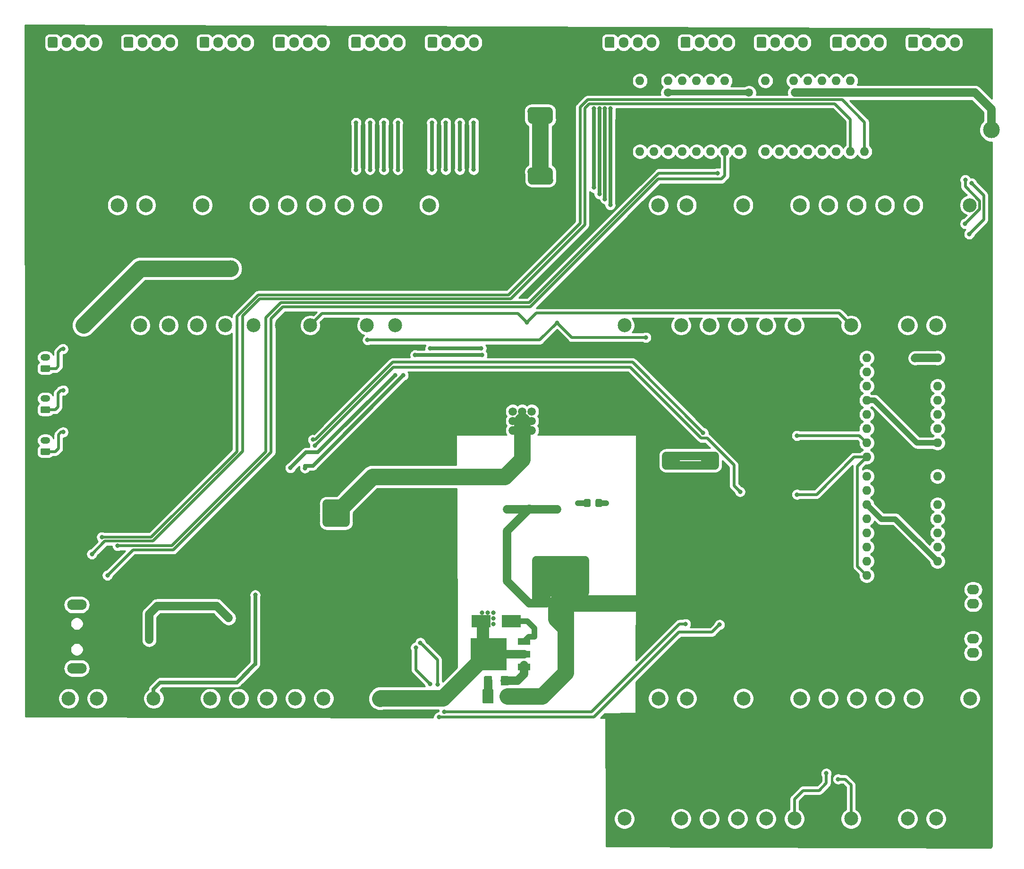
<source format=gbr>
G04 #@! TF.GenerationSoftware,KiCad,Pcbnew,(5.1.9)-1*
G04 #@! TF.CreationDate,2021-03-21T20:16:28+01:00*
G04 #@! TF.ProjectId,TonOfSteppers,546f6e4f-6653-4746-9570-706572732e6b,rev?*
G04 #@! TF.SameCoordinates,Original*
G04 #@! TF.FileFunction,Copper,L2,Bot*
G04 #@! TF.FilePolarity,Positive*
%FSLAX46Y46*%
G04 Gerber Fmt 4.6, Leading zero omitted, Abs format (unit mm)*
G04 Created by KiCad (PCBNEW (5.1.9)-1) date 2021-03-21 20:16:28*
%MOMM*%
%LPD*%
G01*
G04 APERTURE LIST*
G04 #@! TA.AperFunction,SMDPad,CuDef*
%ADD10R,3.500000X2.300000*%
G04 #@! TD*
G04 #@! TA.AperFunction,SMDPad,CuDef*
%ADD11R,2.200000X1.200000*%
G04 #@! TD*
G04 #@! TA.AperFunction,SMDPad,CuDef*
%ADD12R,6.400000X5.800000*%
G04 #@! TD*
G04 #@! TA.AperFunction,ComponentPad*
%ADD13O,1.700000X1.950000*%
G04 #@! TD*
G04 #@! TA.AperFunction,ComponentPad*
%ADD14O,1.600000X1.600000*%
G04 #@! TD*
G04 #@! TA.AperFunction,ComponentPad*
%ADD15R,1.600000X1.600000*%
G04 #@! TD*
G04 #@! TA.AperFunction,ComponentPad*
%ADD16C,2.500000*%
G04 #@! TD*
G04 #@! TA.AperFunction,ComponentPad*
%ADD17O,2.190000X1.740000*%
G04 #@! TD*
G04 #@! TA.AperFunction,ComponentPad*
%ADD18O,2.000000X2.600000*%
G04 #@! TD*
G04 #@! TA.AperFunction,ComponentPad*
%ADD19O,1.750000X1.200000*%
G04 #@! TD*
G04 #@! TA.AperFunction,ComponentPad*
%ADD20O,3.500000X1.900000*%
G04 #@! TD*
G04 #@! TA.AperFunction,ViaPad*
%ADD21C,1.500000*%
G04 #@! TD*
G04 #@! TA.AperFunction,ViaPad*
%ADD22C,0.800000*%
G04 #@! TD*
G04 #@! TA.AperFunction,ViaPad*
%ADD23C,3.000000*%
G04 #@! TD*
G04 #@! TA.AperFunction,Conductor*
%ADD24C,1.000000*%
G04 #@! TD*
G04 #@! TA.AperFunction,Conductor*
%ADD25C,3.000000*%
G04 #@! TD*
G04 #@! TA.AperFunction,Conductor*
%ADD26C,1.500000*%
G04 #@! TD*
G04 #@! TA.AperFunction,Conductor*
%ADD27C,0.500000*%
G04 #@! TD*
G04 #@! TA.AperFunction,Conductor*
%ADD28C,0.650000*%
G04 #@! TD*
G04 #@! TA.AperFunction,Conductor*
%ADD29C,0.254000*%
G04 #@! TD*
G04 #@! TA.AperFunction,Conductor*
%ADD30C,0.100000*%
G04 #@! TD*
G04 APERTURE END LIST*
D10*
X96868000Y-123444000D03*
X102268000Y-123444000D03*
D11*
X104530000Y-127120000D03*
X104530000Y-129400000D03*
X104530000Y-131680000D03*
D12*
X98230000Y-129400000D03*
G04 #@! TA.AperFunction,ComponentPad*
G36*
G01*
X159870000Y-20345000D02*
X159870000Y-18895000D01*
G75*
G02*
X160120000Y-18645000I250000J0D01*
G01*
X161320000Y-18645000D01*
G75*
G02*
X161570000Y-18895000I0J-250000D01*
G01*
X161570000Y-20345000D01*
G75*
G02*
X161320000Y-20595000I-250000J0D01*
G01*
X160120000Y-20595000D01*
G75*
G02*
X159870000Y-20345000I0J250000D01*
G01*
G37*
G04 #@! TD.AperFunction*
D13*
X163220000Y-19620000D03*
X165720000Y-19620000D03*
X168220000Y-19620000D03*
G04 #@! TA.AperFunction,ComponentPad*
G36*
G01*
X173470000Y-20345000D02*
X173470000Y-18895000D01*
G75*
G02*
X173720000Y-18645000I250000J0D01*
G01*
X174920000Y-18645000D01*
G75*
G02*
X175170000Y-18895000I0J-250000D01*
G01*
X175170000Y-20345000D01*
G75*
G02*
X174920000Y-20595000I-250000J0D01*
G01*
X173720000Y-20595000D01*
G75*
G02*
X173470000Y-20345000I0J250000D01*
G01*
G37*
G04 #@! TD.AperFunction*
X176820000Y-19620000D03*
X179320000Y-19620000D03*
X181820000Y-19620000D03*
X141020000Y-19620000D03*
X138520000Y-19620000D03*
X136020000Y-19620000D03*
G04 #@! TA.AperFunction,ComponentPad*
G36*
G01*
X132670000Y-20345000D02*
X132670000Y-18895000D01*
G75*
G02*
X132920000Y-18645000I250000J0D01*
G01*
X134120000Y-18645000D01*
G75*
G02*
X134370000Y-18895000I0J-250000D01*
G01*
X134370000Y-20345000D01*
G75*
G02*
X134120000Y-20595000I-250000J0D01*
G01*
X132920000Y-20595000D01*
G75*
G02*
X132670000Y-20345000I0J250000D01*
G01*
G37*
G04 #@! TD.AperFunction*
G04 #@! TA.AperFunction,ComponentPad*
G36*
G01*
X59970000Y-20345000D02*
X59970000Y-18895000D01*
G75*
G02*
X60220000Y-18645000I250000J0D01*
G01*
X61420000Y-18645000D01*
G75*
G02*
X61670000Y-18895000I0J-250000D01*
G01*
X61670000Y-20345000D01*
G75*
G02*
X61420000Y-20595000I-250000J0D01*
G01*
X60220000Y-20595000D01*
G75*
G02*
X59970000Y-20345000I0J250000D01*
G01*
G37*
G04 #@! TD.AperFunction*
X63320000Y-19620000D03*
X65820000Y-19620000D03*
X68320000Y-19620000D03*
X154620000Y-19620000D03*
X152120000Y-19620000D03*
X149620000Y-19620000D03*
G04 #@! TA.AperFunction,ComponentPad*
G36*
G01*
X146270000Y-20345000D02*
X146270000Y-18895000D01*
G75*
G02*
X146520000Y-18645000I250000J0D01*
G01*
X147720000Y-18645000D01*
G75*
G02*
X147970000Y-18895000I0J-250000D01*
G01*
X147970000Y-20345000D01*
G75*
G02*
X147720000Y-20595000I-250000J0D01*
G01*
X146520000Y-20595000D01*
G75*
G02*
X146270000Y-20345000I0J250000D01*
G01*
G37*
G04 #@! TD.AperFunction*
D14*
X143122000Y-39208000D03*
X125342000Y-26508000D03*
X140582000Y-39208000D03*
X127882000Y-26508000D03*
X138042000Y-39208000D03*
X130422000Y-26508000D03*
X135502000Y-39208000D03*
X132962000Y-26508000D03*
X132962000Y-39208000D03*
X135502000Y-26508000D03*
X130422000Y-39208000D03*
X138042000Y-26508000D03*
X127882000Y-39208000D03*
X140582000Y-26508000D03*
X125342000Y-39208000D03*
D15*
X143122000Y-26508000D03*
D14*
X165622000Y-39208000D03*
X147842000Y-26508000D03*
X163082000Y-39208000D03*
X150382000Y-26508000D03*
X160542000Y-39208000D03*
X152922000Y-26508000D03*
X158002000Y-39208000D03*
X155462000Y-26508000D03*
X155462000Y-39208000D03*
X158002000Y-26508000D03*
X152922000Y-39208000D03*
X160542000Y-26508000D03*
X150382000Y-39208000D03*
X163082000Y-26508000D03*
X147842000Y-39208000D03*
D15*
X165622000Y-26508000D03*
X178697000Y-93983000D03*
D14*
X165997000Y-76203000D03*
X178697000Y-91443000D03*
X165997000Y-78743000D03*
X178697000Y-88903000D03*
X165997000Y-81283000D03*
X178697000Y-86363000D03*
X165997000Y-83823000D03*
X178697000Y-83823000D03*
X165997000Y-86363000D03*
X178697000Y-81283000D03*
X165997000Y-88903000D03*
X178697000Y-78743000D03*
X165997000Y-91443000D03*
X178697000Y-76203000D03*
X165997000Y-93983000D03*
D15*
X178697000Y-115233000D03*
D14*
X165997000Y-97453000D03*
X178697000Y-112693000D03*
X165997000Y-99993000D03*
X178697000Y-110153000D03*
X165997000Y-102533000D03*
X178697000Y-107613000D03*
X165997000Y-105073000D03*
X178697000Y-105073000D03*
X165997000Y-107613000D03*
X178697000Y-102533000D03*
X165997000Y-110153000D03*
X178697000Y-99993000D03*
X165997000Y-112693000D03*
X178697000Y-97453000D03*
X165997000Y-115233000D03*
G04 #@! TA.AperFunction,SMDPad,CuDef*
G36*
G01*
X115297000Y-102708000D02*
X115297000Y-101758000D01*
G75*
G02*
X115547000Y-101508000I250000J0D01*
G01*
X116222000Y-101508000D01*
G75*
G02*
X116472000Y-101758000I0J-250000D01*
G01*
X116472000Y-102708000D01*
G75*
G02*
X116222000Y-102958000I-250000J0D01*
G01*
X115547000Y-102958000D01*
G75*
G02*
X115297000Y-102708000I0J250000D01*
G01*
G37*
G04 #@! TD.AperFunction*
G04 #@! TA.AperFunction,SMDPad,CuDef*
G36*
G01*
X117372000Y-102708000D02*
X117372000Y-101758000D01*
G75*
G02*
X117622000Y-101508000I250000J0D01*
G01*
X118297000Y-101508000D01*
G75*
G02*
X118547000Y-101758000I0J-250000D01*
G01*
X118547000Y-102708000D01*
G75*
G02*
X118297000Y-102958000I-250000J0D01*
G01*
X117622000Y-102958000D01*
G75*
G02*
X117372000Y-102708000I0J250000D01*
G01*
G37*
G04 #@! TD.AperFunction*
G04 #@! TA.AperFunction,SMDPad,CuDef*
G36*
G01*
X97397000Y-134737000D02*
X97397000Y-133487000D01*
G75*
G02*
X97647000Y-133237000I250000J0D01*
G01*
X98572000Y-133237000D01*
G75*
G02*
X98822000Y-133487000I0J-250000D01*
G01*
X98822000Y-134737000D01*
G75*
G02*
X98572000Y-134987000I-250000J0D01*
G01*
X97647000Y-134987000D01*
G75*
G02*
X97397000Y-134737000I0J250000D01*
G01*
G37*
G04 #@! TD.AperFunction*
G04 #@! TA.AperFunction,SMDPad,CuDef*
G36*
G01*
X100372000Y-134737000D02*
X100372000Y-133487000D01*
G75*
G02*
X100622000Y-133237000I250000J0D01*
G01*
X101547000Y-133237000D01*
G75*
G02*
X101797000Y-133487000I0J-250000D01*
G01*
X101797000Y-134737000D01*
G75*
G02*
X101547000Y-134987000I-250000J0D01*
G01*
X100622000Y-134987000D01*
G75*
G02*
X100372000Y-134737000I0J250000D01*
G01*
G37*
G04 #@! TD.AperFunction*
D16*
X87522000Y-48808000D03*
X82442000Y-48808000D03*
X77362000Y-48808000D03*
X72282000Y-48808000D03*
X67202000Y-48808000D03*
X62122000Y-48808000D03*
X57042000Y-48808000D03*
X51962000Y-48808000D03*
X46882000Y-48808000D03*
X41802000Y-48808000D03*
X36722000Y-48808000D03*
X31642000Y-48808000D03*
X25572000Y-70358000D03*
X30652000Y-70358000D03*
X35732000Y-70358000D03*
X40812000Y-70358000D03*
X45892000Y-70358000D03*
X50972000Y-70358000D03*
X56052000Y-70358000D03*
X61132000Y-70358000D03*
X66212000Y-70358000D03*
X71292000Y-70358000D03*
X76372000Y-70358000D03*
X81452000Y-70358000D03*
X128642000Y-48808000D03*
X133702000Y-48808000D03*
X138782000Y-48808000D03*
X143862000Y-48808000D03*
X148942000Y-48808000D03*
X154022000Y-48808000D03*
X159102000Y-48808000D03*
X164182000Y-48808000D03*
X169262000Y-48808000D03*
X174342000Y-48808000D03*
X179422000Y-48808000D03*
X184502000Y-48808000D03*
X122572000Y-70358000D03*
X127652000Y-70358000D03*
X132732000Y-70358000D03*
X137812000Y-70358000D03*
X142892000Y-70358000D03*
X147972000Y-70358000D03*
X153052000Y-70358000D03*
X158132000Y-70358000D03*
X163212000Y-70358000D03*
X168292000Y-70358000D03*
X173372000Y-70358000D03*
X178452000Y-70358000D03*
X184532000Y-137288000D03*
X179452000Y-137288000D03*
X174372000Y-137288000D03*
X169292000Y-137288000D03*
X164212000Y-137288000D03*
X159132000Y-137288000D03*
X154052000Y-137288000D03*
X148972000Y-137288000D03*
X143892000Y-137288000D03*
X138812000Y-137288000D03*
X133732000Y-137288000D03*
X128652000Y-137288000D03*
X178452000Y-158858000D03*
X173372000Y-158858000D03*
X168292000Y-158858000D03*
X163212000Y-158858000D03*
X158132000Y-158858000D03*
X153052000Y-158858000D03*
X147972000Y-158858000D03*
X142892000Y-158858000D03*
X137812000Y-158858000D03*
X132732000Y-158858000D03*
X127652000Y-158858000D03*
X122572000Y-158858000D03*
X22882000Y-137308000D03*
X27962000Y-137308000D03*
X33042000Y-137308000D03*
X38122000Y-137308000D03*
X43202000Y-137308000D03*
X48282000Y-137308000D03*
X53362000Y-137308000D03*
X58442000Y-137308000D03*
X63522000Y-137308000D03*
X68602000Y-137308000D03*
X73682000Y-137308000D03*
X78762000Y-137308000D03*
G04 #@! TA.AperFunction,ComponentPad*
G36*
G01*
X185937001Y-123718000D02*
X184246999Y-123718000D01*
G75*
G02*
X183997000Y-123468001I0J249999D01*
G01*
X183997000Y-122227999D01*
G75*
G02*
X184246999Y-121978000I249999J0D01*
G01*
X185937001Y-121978000D01*
G75*
G02*
X186187000Y-122227999I0J-249999D01*
G01*
X186187000Y-123468001D01*
G75*
G02*
X185937001Y-123718000I-249999J0D01*
G01*
G37*
G04 #@! TD.AperFunction*
D17*
X185092000Y-120308000D03*
X185092000Y-117768000D03*
X185052000Y-126588000D03*
X185052000Y-129128000D03*
G04 #@! TA.AperFunction,ComponentPad*
G36*
G01*
X185897001Y-132538000D02*
X184206999Y-132538000D01*
G75*
G02*
X183957000Y-132288001I0J249999D01*
G01*
X183957000Y-131047999D01*
G75*
G02*
X184206999Y-130798000I249999J0D01*
G01*
X185897001Y-130798000D01*
G75*
G02*
X186147000Y-131047999I0J-249999D01*
G01*
X186147000Y-132288001D01*
G75*
G02*
X185897001Y-132538000I-249999J0D01*
G01*
G37*
G04 #@! TD.AperFunction*
G04 #@! TA.AperFunction,ComponentPad*
G36*
G01*
X97097000Y-137958000D02*
X97097000Y-135858000D01*
G75*
G02*
X97347000Y-135608000I250000J0D01*
G01*
X98847000Y-135608000D01*
G75*
G02*
X99097000Y-135858000I0J-250000D01*
G01*
X99097000Y-137958000D01*
G75*
G02*
X98847000Y-138208000I-250000J0D01*
G01*
X97347000Y-138208000D01*
G75*
G02*
X97097000Y-137958000I0J250000D01*
G01*
G37*
G04 #@! TD.AperFunction*
D18*
X101597000Y-136908000D03*
D13*
X27522000Y-19620000D03*
X25022000Y-19620000D03*
X22522000Y-19620000D03*
G04 #@! TA.AperFunction,ComponentPad*
G36*
G01*
X19172000Y-20345000D02*
X19172000Y-18895000D01*
G75*
G02*
X19422000Y-18645000I250000J0D01*
G01*
X20622000Y-18645000D01*
G75*
G02*
X20872000Y-18895000I0J-250000D01*
G01*
X20872000Y-20345000D01*
G75*
G02*
X20622000Y-20595000I-250000J0D01*
G01*
X19422000Y-20595000D01*
G75*
G02*
X19172000Y-20345000I0J250000D01*
G01*
G37*
G04 #@! TD.AperFunction*
X41122000Y-19620000D03*
X38622000Y-19620000D03*
X36122000Y-19620000D03*
G04 #@! TA.AperFunction,ComponentPad*
G36*
G01*
X32772000Y-20345000D02*
X32772000Y-18895000D01*
G75*
G02*
X33022000Y-18645000I250000J0D01*
G01*
X34222000Y-18645000D01*
G75*
G02*
X34472000Y-18895000I0J-250000D01*
G01*
X34472000Y-20345000D01*
G75*
G02*
X34222000Y-20595000I-250000J0D01*
G01*
X33022000Y-20595000D01*
G75*
G02*
X32772000Y-20345000I0J250000D01*
G01*
G37*
G04 #@! TD.AperFunction*
G04 #@! TA.AperFunction,ComponentPad*
G36*
G01*
X46372000Y-20345000D02*
X46372000Y-18895000D01*
G75*
G02*
X46622000Y-18645000I250000J0D01*
G01*
X47822000Y-18645000D01*
G75*
G02*
X48072000Y-18895000I0J-250000D01*
G01*
X48072000Y-20345000D01*
G75*
G02*
X47822000Y-20595000I-250000J0D01*
G01*
X46622000Y-20595000D01*
G75*
G02*
X46372000Y-20345000I0J250000D01*
G01*
G37*
G04 #@! TD.AperFunction*
X49722000Y-19620000D03*
X52222000Y-19620000D03*
X54722000Y-19620000D03*
G04 #@! TA.AperFunction,ComponentPad*
G36*
G01*
X119072000Y-20345000D02*
X119072000Y-18895000D01*
G75*
G02*
X119322000Y-18645000I250000J0D01*
G01*
X120522000Y-18645000D01*
G75*
G02*
X120772000Y-18895000I0J-250000D01*
G01*
X120772000Y-20345000D01*
G75*
G02*
X120522000Y-20595000I-250000J0D01*
G01*
X119322000Y-20595000D01*
G75*
G02*
X119072000Y-20345000I0J250000D01*
G01*
G37*
G04 #@! TD.AperFunction*
X122422000Y-19620000D03*
X124922000Y-19620000D03*
X127422000Y-19620000D03*
X95622000Y-19620000D03*
X93122000Y-19620000D03*
X90622000Y-19620000D03*
G04 #@! TA.AperFunction,ComponentPad*
G36*
G01*
X87272000Y-20345000D02*
X87272000Y-18895000D01*
G75*
G02*
X87522000Y-18645000I250000J0D01*
G01*
X88722000Y-18645000D01*
G75*
G02*
X88972000Y-18895000I0J-250000D01*
G01*
X88972000Y-20345000D01*
G75*
G02*
X88722000Y-20595000I-250000J0D01*
G01*
X87522000Y-20595000D01*
G75*
G02*
X87272000Y-20345000I0J250000D01*
G01*
G37*
G04 #@! TD.AperFunction*
G04 #@! TA.AperFunction,ComponentPad*
G36*
G01*
X73572000Y-20345000D02*
X73572000Y-18895000D01*
G75*
G02*
X73822000Y-18645000I250000J0D01*
G01*
X75022000Y-18645000D01*
G75*
G02*
X75272000Y-18895000I0J-250000D01*
G01*
X75272000Y-20345000D01*
G75*
G02*
X75022000Y-20595000I-250000J0D01*
G01*
X73822000Y-20595000D01*
G75*
G02*
X73572000Y-20345000I0J250000D01*
G01*
G37*
G04 #@! TD.AperFunction*
X76922000Y-19620000D03*
X79422000Y-19620000D03*
X81922000Y-19620000D03*
D19*
X18712000Y-76110000D03*
G04 #@! TA.AperFunction,ComponentPad*
G36*
G01*
X19337001Y-78710000D02*
X18086999Y-78710000D01*
G75*
G02*
X17837000Y-78460001I0J249999D01*
G01*
X17837000Y-77759999D01*
G75*
G02*
X18086999Y-77510000I249999J0D01*
G01*
X19337001Y-77510000D01*
G75*
G02*
X19587000Y-77759999I0J-249999D01*
G01*
X19587000Y-78460001D01*
G75*
G02*
X19337001Y-78710000I-249999J0D01*
G01*
G37*
G04 #@! TD.AperFunction*
G04 #@! TA.AperFunction,ComponentPad*
G36*
G01*
X19337001Y-86110000D02*
X18086999Y-86110000D01*
G75*
G02*
X17837000Y-85860001I0J249999D01*
G01*
X17837000Y-85159999D01*
G75*
G02*
X18086999Y-84910000I249999J0D01*
G01*
X19337001Y-84910000D01*
G75*
G02*
X19587000Y-85159999I0J-249999D01*
G01*
X19587000Y-85860001D01*
G75*
G02*
X19337001Y-86110000I-249999J0D01*
G01*
G37*
G04 #@! TD.AperFunction*
X18712000Y-83510000D03*
G04 #@! TA.AperFunction,ComponentPad*
G36*
G01*
X19337001Y-93610000D02*
X18086999Y-93610000D01*
G75*
G02*
X17837000Y-93360001I0J249999D01*
G01*
X17837000Y-92659999D01*
G75*
G02*
X18086999Y-92410000I249999J0D01*
G01*
X19337001Y-92410000D01*
G75*
G02*
X19587000Y-92659999I0J-249999D01*
G01*
X19587000Y-93360001D01*
G75*
G02*
X19337001Y-93610000I-249999J0D01*
G01*
G37*
G04 #@! TD.AperFunction*
X18712000Y-91010000D03*
D20*
X24342000Y-131888000D03*
X24342000Y-120488000D03*
D21*
X51582000Y-122878000D03*
X69162000Y-104058000D03*
X72562000Y-102358000D03*
X72562000Y-105758000D03*
X69162000Y-105758000D03*
X72562000Y-104058000D03*
X69162000Y-102358000D03*
X70862000Y-105758000D03*
X70862000Y-104058000D03*
X70862000Y-102358000D03*
D22*
X56352000Y-118728000D03*
X26571966Y-79560000D03*
D21*
X172002000Y-85328000D03*
X125622000Y-118618000D03*
D22*
X61402000Y-106204000D03*
D21*
X110277000Y-118283000D03*
X113757000Y-118283000D03*
X115497000Y-118283000D03*
X112017000Y-118283000D03*
X108537000Y-118283000D03*
X106797000Y-118283000D03*
X110302000Y-116458000D03*
X113782000Y-116458000D03*
X115522000Y-116458000D03*
X112042000Y-116458000D03*
X108562000Y-116458000D03*
X106822000Y-116458000D03*
X110302000Y-114608000D03*
X113782000Y-114608000D03*
X115522000Y-114608000D03*
X112042000Y-114608000D03*
X108562000Y-114608000D03*
X106822000Y-114608000D03*
X110277000Y-112483000D03*
X113757000Y-112483000D03*
X112017000Y-112483000D03*
X108537000Y-112483000D03*
X106797000Y-112483000D03*
X115497000Y-112483000D03*
X115497000Y-120208000D03*
X113757000Y-120208000D03*
X112017000Y-120208000D03*
X110277000Y-120208000D03*
X108537000Y-120208000D03*
X106797000Y-120208000D03*
X110497000Y-103333000D03*
X101547000Y-103333000D03*
X127322000Y-118618000D03*
X129022000Y-118618000D03*
X125622000Y-120318000D03*
X127322000Y-120318000D03*
X129022000Y-120318000D03*
X125622000Y-122018000D03*
X127322000Y-122018000D03*
X129022000Y-122018000D03*
X61402000Y-119020000D03*
X172332008Y-95117992D03*
D22*
X26571966Y-86970000D03*
X26571966Y-94460000D03*
D21*
X134482000Y-32678000D03*
X157162000Y-32708000D03*
X63772000Y-124838000D03*
X40462000Y-122908000D03*
X42262000Y-122908000D03*
X44062000Y-122908000D03*
X45862000Y-122908000D03*
X47662000Y-122908000D03*
X40462000Y-124708000D03*
X42262000Y-124708000D03*
X44062000Y-124708000D03*
X45862000Y-124708000D03*
X47662000Y-124708000D03*
X40462000Y-126508000D03*
X42262000Y-126508000D03*
X44062000Y-126508000D03*
X45862000Y-126508000D03*
X47662000Y-126508000D03*
X40462000Y-128308000D03*
X42262000Y-128308000D03*
X44062000Y-128308000D03*
X45862000Y-128308000D03*
X47662000Y-128308000D03*
X40462000Y-130108000D03*
X42262000Y-130108000D03*
X44062000Y-130108000D03*
X45862000Y-130108000D03*
X47662000Y-130108000D03*
X40462000Y-131908000D03*
X42262000Y-131908000D03*
X44062000Y-131908000D03*
X45862000Y-131908000D03*
X47662000Y-131908000D03*
X30811963Y-122688035D03*
X138752000Y-95478000D03*
X137052000Y-93778000D03*
X138752000Y-93778000D03*
X137052000Y-95478000D03*
X130052000Y-93778000D03*
X131752000Y-93778000D03*
X131752000Y-95478000D03*
X130052000Y-95478000D03*
X102522000Y-85808000D03*
X105922000Y-87508000D03*
X102522000Y-87508000D03*
X104222000Y-87508000D03*
X104222000Y-85808000D03*
X102522000Y-89208000D03*
X104222000Y-89208000D03*
X105922000Y-85808000D03*
X105922000Y-89208000D03*
X107517000Y-44318000D03*
X109022000Y-44318000D03*
X106012000Y-44318000D03*
X105952000Y-42818000D03*
X107472000Y-42818000D03*
X109002000Y-42818000D03*
X105972000Y-33468000D03*
X107477000Y-33468000D03*
X108982000Y-33468000D03*
X107432000Y-31968000D03*
X108962000Y-31968000D03*
X105912000Y-31968000D03*
D22*
X29841974Y-115210000D03*
X99028000Y-121920000D03*
X98028000Y-121920000D03*
X97028000Y-121920000D03*
X97028000Y-122936000D03*
X98028000Y-122936000D03*
X99028000Y-122936000D03*
X97028000Y-123936000D03*
X98028000Y-123936000D03*
X99028000Y-123936000D03*
D21*
X130342000Y-28648000D03*
X153132000Y-28618000D03*
X174702000Y-76248000D03*
X144892000Y-28638000D03*
D23*
X188346990Y-35328000D03*
X51912000Y-60198000D03*
D22*
X139292001Y-43067999D03*
X31672599Y-109902029D03*
X27053990Y-111400000D03*
X28832000Y-108352008D03*
X153502000Y-100718000D03*
X153502000Y-90148000D03*
X183682000Y-44273000D03*
X183662000Y-52148000D03*
X184382000Y-54008000D03*
X184797000Y-44858000D03*
X106426000Y-126238000D03*
X119272000Y-102232998D03*
X117072000Y-45658000D03*
X117072000Y-31458010D03*
X118072000Y-46833000D03*
X118072000Y-31458010D03*
X119072000Y-47708000D03*
X119072000Y-31458010D03*
X120022000Y-48783000D03*
X120072013Y-31458010D03*
X95520000Y-34031000D03*
X95520000Y-42454000D03*
X93020000Y-34031000D03*
X93020000Y-42454000D03*
X90520000Y-34031000D03*
X90520000Y-42454000D03*
X88020000Y-34031000D03*
X88020000Y-42454000D03*
X74422000Y-42456000D03*
X74420000Y-34031000D03*
X76922000Y-42456000D03*
X76920000Y-34031000D03*
X79422000Y-42456000D03*
X79420000Y-34031000D03*
X81922000Y-42456000D03*
X81920000Y-34031000D03*
X96882000Y-74488000D03*
X87742000Y-74488000D03*
X82892000Y-79338000D03*
X65262000Y-95964000D03*
X97022000Y-75688000D03*
X85042000Y-75688000D03*
X81412000Y-79318000D03*
X62652000Y-95924000D03*
X133532000Y-123938000D03*
X85955298Y-127299146D03*
X89042000Y-134758000D03*
X90232000Y-139688000D03*
X87712000Y-134728000D03*
X89292000Y-140658000D03*
X139622000Y-124068000D03*
X85132000Y-128178010D03*
X67032000Y-91978000D03*
X143302002Y-100218000D03*
X136682000Y-89648000D03*
X66697000Y-90883000D03*
X110472000Y-69888000D03*
X76482000Y-72998000D03*
X126422000Y-72548000D03*
X105102000Y-69868000D03*
X160872000Y-151768000D03*
X158762000Y-150738000D03*
X114222000Y-102233000D03*
X21892000Y-74600000D03*
X21912000Y-82020000D03*
X21902000Y-89520000D03*
D21*
X37332000Y-126758000D03*
D24*
X101547000Y-103333000D02*
X101547000Y-103333000D01*
X101597000Y-103283000D02*
X101547000Y-103333000D01*
X110497000Y-103333000D02*
X110447000Y-103283000D01*
X105497000Y-103283000D02*
X101597000Y-103283000D01*
X110447000Y-103283000D02*
X105497000Y-103283000D01*
D25*
X107797000Y-136908000D02*
X112017000Y-132688000D01*
X101597000Y-136908000D02*
X107797000Y-136908000D01*
X110277000Y-120208000D02*
X110277000Y-122988000D01*
X110277000Y-122988000D02*
X112017000Y-124728000D01*
X112017000Y-124728000D02*
X112017000Y-120208000D01*
X112017000Y-132688000D02*
X112017000Y-124728000D01*
D24*
X109997000Y-120208000D02*
X105472000Y-120208000D01*
X109997000Y-120488000D02*
X109997000Y-120208000D01*
X110277000Y-120208000D02*
X109997000Y-120488000D01*
D25*
X113757000Y-120208000D02*
X115497000Y-120208000D01*
X127212000Y-120208000D02*
X127322000Y-120318000D01*
X115497000Y-120208000D02*
X127212000Y-120208000D01*
D26*
X125622000Y-118618000D02*
X129022000Y-118618000D01*
X129022000Y-118618000D02*
X129022000Y-122018000D01*
X129022000Y-122018000D02*
X125622000Y-122018000D01*
X108537000Y-120208000D02*
X108537000Y-118283000D01*
X108537000Y-116483000D02*
X108562000Y-116458000D01*
X108537000Y-118283000D02*
X108537000Y-116483000D01*
X115522000Y-118258000D02*
X115497000Y-118283000D01*
X115522000Y-116458000D02*
X115522000Y-118258000D01*
X113757000Y-118283000D02*
X110277000Y-118283000D01*
X108782000Y-116788000D02*
X108782000Y-116458000D01*
X110277000Y-118283000D02*
X108782000Y-116788000D01*
X108782000Y-116458000D02*
X115522000Y-116458000D01*
X108562000Y-116458000D02*
X108782000Y-116458000D01*
X113757000Y-118283000D02*
X113757000Y-112483000D01*
X115497000Y-112483000D02*
X115497000Y-118283000D01*
X115497000Y-118283000D02*
X106797000Y-118283000D01*
X108537000Y-120208000D02*
X106797000Y-120208000D01*
X106797000Y-120208000D02*
X106797000Y-112483000D01*
X106797000Y-112483000D02*
X115497000Y-112483000D01*
X115522000Y-114608000D02*
X106822000Y-114608000D01*
X108537000Y-116433000D02*
X108562000Y-116458000D01*
X108537000Y-112483000D02*
X108537000Y-116433000D01*
X108537000Y-118173000D02*
X106822000Y-116458000D01*
X108537000Y-118283000D02*
X108537000Y-118173000D01*
X106797000Y-118223000D02*
X108562000Y-116458000D01*
X106797000Y-118283000D02*
X106797000Y-118223000D01*
X106822000Y-114718000D02*
X108562000Y-116458000D01*
X106822000Y-114608000D02*
X106822000Y-114718000D01*
X106797000Y-112843000D02*
X108562000Y-114608000D01*
X106797000Y-112483000D02*
X106797000Y-112843000D01*
X108537000Y-112843000D02*
X110302000Y-114608000D01*
X108537000Y-112483000D02*
X108537000Y-112843000D01*
X110277000Y-112843000D02*
X112042000Y-114608000D01*
X110277000Y-112483000D02*
X110277000Y-112843000D01*
X112017000Y-112843000D02*
X113782000Y-114608000D01*
X112017000Y-112483000D02*
X112017000Y-112843000D01*
X113757000Y-112843000D02*
X115522000Y-114608000D01*
X113757000Y-112483000D02*
X113757000Y-112843000D01*
X113782000Y-116348000D02*
X115522000Y-114608000D01*
X113782000Y-116458000D02*
X113782000Y-116348000D01*
X113757000Y-118223000D02*
X115522000Y-116458000D01*
X113757000Y-118283000D02*
X113757000Y-118223000D01*
X112017000Y-114633000D02*
X112042000Y-114608000D01*
X112017000Y-118283000D02*
X112017000Y-114633000D01*
X110302000Y-118258000D02*
X110277000Y-118283000D01*
X110302000Y-114608000D02*
X110302000Y-118258000D01*
X110277000Y-118223000D02*
X112042000Y-116458000D01*
X110277000Y-118283000D02*
X110277000Y-118223000D01*
X112042000Y-116348000D02*
X113782000Y-114608000D01*
X112042000Y-116458000D02*
X112042000Y-116348000D01*
X113757000Y-118173000D02*
X112042000Y-116458000D01*
X113757000Y-118283000D02*
X113757000Y-118173000D01*
X110302000Y-114718000D02*
X112042000Y-116458000D01*
X110302000Y-114718000D02*
X108562000Y-116458000D01*
X110302000Y-114608000D02*
X110302000Y-114718000D01*
X106797000Y-120023000D02*
X108537000Y-118283000D01*
X106797000Y-120208000D02*
X106797000Y-120023000D01*
X106797000Y-120208000D02*
X105472000Y-120208000D01*
X105472000Y-120208000D02*
X101547000Y-116283000D01*
X101547000Y-116283000D02*
X101547000Y-107233000D01*
X101547000Y-107233000D02*
X105497000Y-103283000D01*
X101547000Y-103333000D02*
X110497000Y-103333000D01*
X47662000Y-122908000D02*
X40462000Y-122908000D01*
X40462000Y-124708000D02*
X47662000Y-124708000D01*
X47662000Y-126508000D02*
X40462000Y-126508000D01*
X40462000Y-128308000D02*
X47662000Y-128308000D01*
X47662000Y-130108000D02*
X40462000Y-130108000D01*
X40462000Y-131908000D02*
X47662000Y-131908000D01*
X47662000Y-131908000D02*
X47662000Y-122908000D01*
X40462000Y-122908000D02*
X40462000Y-131908000D01*
X42262000Y-131908000D02*
X42262000Y-122908000D01*
X44062000Y-122908000D02*
X44062000Y-131908000D01*
X45862000Y-131908000D02*
X45862000Y-122908000D01*
X102522000Y-89208000D02*
X105922000Y-89208000D01*
D24*
X168642000Y-105108000D02*
X171112000Y-105108000D01*
X166067000Y-102533000D02*
X168642000Y-105108000D01*
X171112000Y-105108000D02*
X178697000Y-112693000D01*
X165997000Y-102533000D02*
X166067000Y-102533000D01*
X165997000Y-83823000D02*
X167417000Y-83823000D01*
X175037000Y-91443000D02*
X178697000Y-91443000D01*
X167417000Y-83823000D02*
X175037000Y-91443000D01*
D25*
X107477000Y-42813000D02*
X107472000Y-42818000D01*
X107477000Y-33468000D02*
X107477000Y-42813000D01*
D26*
X105912000Y-31968000D02*
X108962000Y-31968000D01*
X108982000Y-33468000D02*
X105972000Y-33468000D01*
X105972000Y-32028000D02*
X105912000Y-31968000D01*
X105972000Y-33468000D02*
X105972000Y-32028000D01*
X108962000Y-33448000D02*
X108982000Y-33468000D01*
X108962000Y-31968000D02*
X108962000Y-33448000D01*
X105952000Y-42818000D02*
X109002000Y-42818000D01*
X109022000Y-44318000D02*
X106012000Y-44318000D01*
X106012000Y-42878000D02*
X105952000Y-42818000D01*
X106012000Y-44318000D02*
X106012000Y-42878000D01*
X109002000Y-44298000D02*
X109022000Y-44318000D01*
X109002000Y-42818000D02*
X109002000Y-44298000D01*
X131752000Y-93778000D02*
X138752000Y-93778000D01*
X138752000Y-95478000D02*
X130052000Y-95478000D01*
X130052000Y-93778000D02*
X137052000Y-93778000D01*
X130052000Y-93778000D02*
X130052000Y-95478000D01*
X131752000Y-95478000D02*
X131752000Y-93778000D01*
X137052000Y-93778000D02*
X137052000Y-95478000D01*
X138752000Y-95478000D02*
X138752000Y-93778000D01*
X137052000Y-93778000D02*
X138752000Y-95478000D01*
X130052000Y-95478000D02*
X131752000Y-93778000D01*
X69162000Y-102358000D02*
X72562000Y-102358000D01*
X72562000Y-102358000D02*
X72562000Y-105758000D01*
X72562000Y-105758000D02*
X69162000Y-105758000D01*
X69162000Y-105758000D02*
X69162000Y-102358000D01*
X70862000Y-102358000D02*
X70862000Y-105758000D01*
X69162000Y-104058000D02*
X72562000Y-104058000D01*
D25*
X101092000Y-97536000D02*
X77384000Y-97536000D01*
X104222000Y-94406000D02*
X101092000Y-97536000D01*
X77384000Y-97536000D02*
X70862000Y-104058000D01*
X104222000Y-87508000D02*
X104222000Y-94406000D01*
D27*
X29848000Y-115210000D02*
X29848000Y-115210000D01*
X140582000Y-43548000D02*
X140582000Y-39208000D01*
X128632000Y-44138000D02*
X139992000Y-44138000D01*
X105702000Y-67068000D02*
X128632000Y-44138000D01*
X61312000Y-67068000D02*
X105702000Y-67068000D01*
X59192000Y-69188000D02*
X61312000Y-67068000D01*
X41682000Y-110638000D02*
X59192000Y-93128000D01*
X139992000Y-44138000D02*
X140582000Y-43548000D01*
X34420000Y-110638000D02*
X41682000Y-110638000D01*
X59192000Y-93128000D02*
X59192000Y-69188000D01*
X29848000Y-115210000D02*
X34420000Y-110638000D01*
X29841974Y-115210000D02*
X29848000Y-115210000D01*
D24*
X153132000Y-28618000D02*
X153132000Y-28618000D01*
X174747000Y-76203000D02*
X174702000Y-76248000D01*
D26*
X178697000Y-76203000D02*
X174747000Y-76203000D01*
D24*
X153152000Y-28638000D02*
X153132000Y-28618000D01*
D26*
X185426988Y-28638000D02*
X153152000Y-28638000D01*
X188346990Y-31558002D02*
X185426988Y-28638000D01*
X188346990Y-35328000D02*
X188346990Y-31558002D01*
D25*
X25572000Y-70358000D02*
X35732000Y-60198000D01*
X35732000Y-60198000D02*
X51912000Y-60198000D01*
D24*
X130342000Y-28648000D02*
X144882000Y-28648000D01*
X144882000Y-28648000D02*
X144892000Y-28638000D01*
D25*
X94342000Y-132920000D02*
X98230000Y-129032000D01*
X90034000Y-137228000D02*
X94342000Y-132920000D01*
X78842000Y-137228000D02*
X90034000Y-137228000D01*
X78762000Y-137308000D02*
X78842000Y-137228000D01*
D26*
X97520000Y-123936000D02*
X97520000Y-128322000D01*
X96868000Y-123444000D02*
X96868000Y-127670000D01*
X98230000Y-129400000D02*
X104530000Y-129400000D01*
X98230000Y-129032000D02*
X96868000Y-127670000D01*
X98230000Y-129032000D02*
X97520000Y-128322000D01*
X98230000Y-129400000D02*
X98230000Y-129032000D01*
X97862000Y-129400000D02*
X94342000Y-132920000D01*
X98230000Y-129400000D02*
X97862000Y-129400000D01*
D27*
X105462036Y-66318000D02*
X128712037Y-43067999D01*
X60942000Y-66318000D02*
X105462036Y-66318000D01*
X58262000Y-68998000D02*
X60942000Y-66318000D01*
X128712037Y-43067999D02*
X139292001Y-43067999D01*
X58262000Y-93068000D02*
X58262000Y-68998000D01*
X41427971Y-109902029D02*
X58262000Y-93068000D01*
X31672599Y-109902029D02*
X41427971Y-109902029D01*
X27054000Y-111400000D02*
X27054000Y-111400000D01*
X29401971Y-109052019D02*
X27053990Y-111400000D01*
X163082000Y-39208000D02*
X163082000Y-33398000D01*
X54132000Y-92934000D02*
X38013981Y-109052019D01*
X163082000Y-33398000D02*
X160292012Y-30608012D01*
X140126045Y-30608012D02*
X140126033Y-30608000D01*
X102172009Y-65617991D02*
X57172010Y-65617991D01*
X140126033Y-30608000D02*
X116252000Y-30608000D01*
X54132000Y-68658001D02*
X54132000Y-92934000D01*
X115442000Y-31418000D02*
X115442000Y-52348000D01*
X115442000Y-52348000D02*
X102172009Y-65617991D01*
X116252000Y-30608000D02*
X115442000Y-31418000D01*
X57172010Y-65617991D02*
X54132000Y-68658001D01*
X160292012Y-30608012D02*
X140126045Y-30608012D01*
X38013981Y-109052019D02*
X29401971Y-109052019D01*
X115962046Y-29907989D02*
X161611989Y-29907989D01*
X114602000Y-52078000D02*
X114602000Y-31268035D01*
X101762020Y-64917980D02*
X114602000Y-52078000D01*
X161611989Y-29907989D02*
X165622000Y-33918000D01*
X114602000Y-31268035D02*
X115962046Y-29907989D01*
X56882056Y-64917980D02*
X101762020Y-64917980D01*
X53042000Y-93008000D02*
X53042000Y-68758037D01*
X165622000Y-33918000D02*
X165622000Y-39208000D01*
X53042000Y-68758037D02*
X56882056Y-64917980D01*
X37697992Y-108352008D02*
X53042000Y-93008000D01*
X28832000Y-108352008D02*
X37697992Y-108352008D01*
X164352000Y-113588000D02*
X165997000Y-115233000D01*
X164352000Y-95628000D02*
X164352000Y-113588000D01*
X165997000Y-93983000D02*
X164352000Y-95628000D01*
X153502000Y-100718000D02*
X157012000Y-100718000D01*
X163747000Y-93983000D02*
X165997000Y-93983000D01*
X157012000Y-100718000D02*
X163747000Y-93983000D01*
X164702000Y-90148000D02*
X165997000Y-91443000D01*
X153502000Y-90148000D02*
X164702000Y-90148000D01*
X186292000Y-48088000D02*
X186292000Y-49518000D01*
X183682000Y-44273000D02*
X183682000Y-45478000D01*
X183682000Y-45478000D02*
X186292000Y-48088000D01*
X186292000Y-49518000D02*
X183662000Y-52148000D01*
X186992010Y-47053010D02*
X184797000Y-44858000D01*
X186992010Y-51397990D02*
X186992010Y-47053010D01*
X184382000Y-54008000D02*
X186992010Y-51397990D01*
D24*
X103886000Y-123444000D02*
X102268000Y-123444000D01*
X106426000Y-126238000D02*
X106426000Y-124714000D01*
X105156000Y-123444000D02*
X103886000Y-123444000D01*
X106426000Y-124714000D02*
X105156000Y-123444000D01*
X105412000Y-126238000D02*
X104530000Y-127120000D01*
X106426000Y-126238000D02*
X105412000Y-126238000D01*
X117959500Y-102233000D02*
X119271998Y-102233000D01*
X119271998Y-102233000D02*
X119272000Y-102232998D01*
D26*
X98097000Y-134124500D02*
X98109500Y-134112000D01*
X98097000Y-136908000D02*
X98097000Y-134124500D01*
X103378000Y-134112000D02*
X101084500Y-134112000D01*
X104530000Y-132960000D02*
X103378000Y-134112000D01*
X104530000Y-131312000D02*
X104530000Y-132960000D01*
D28*
X117072000Y-45658000D02*
X117072000Y-31383010D01*
X118072000Y-34031000D02*
X118072000Y-34031000D01*
X118072000Y-46833000D02*
X118072000Y-34038010D01*
X118072000Y-34038010D02*
X118072000Y-31383010D01*
X119072000Y-34031000D02*
X119072000Y-34031000D01*
X119072000Y-32118000D02*
X119072000Y-31383010D01*
X119072000Y-47708000D02*
X119072000Y-32118000D01*
X120022000Y-33338000D02*
X120072013Y-33287987D01*
X120022000Y-48783000D02*
X120022000Y-33338000D01*
X120072013Y-32277987D02*
X120062000Y-32288000D01*
X120072013Y-33287987D02*
X120072013Y-32277987D01*
X120072013Y-32277987D02*
X120072013Y-31383010D01*
X95520000Y-34031000D02*
X95520000Y-42454000D01*
X95520000Y-42454000D02*
X95520000Y-42454000D01*
X93020000Y-34031000D02*
X93020000Y-42454000D01*
X93020000Y-42454000D02*
X93020000Y-42454000D01*
X90520000Y-34031000D02*
X90520000Y-42454000D01*
X90520000Y-42454000D02*
X90520000Y-42454000D01*
X88020000Y-34031000D02*
X88020000Y-42454000D01*
X88020000Y-42454000D02*
X88020000Y-42454000D01*
X74422000Y-34033000D02*
X74420000Y-34031000D01*
X74422000Y-42456000D02*
X74422000Y-34033000D01*
X76920000Y-42454000D02*
X76922000Y-42456000D01*
X76920000Y-34031000D02*
X76920000Y-42454000D01*
X79422000Y-34033000D02*
X79420000Y-34031000D01*
X79422000Y-42456000D02*
X79422000Y-34033000D01*
X81920000Y-42454000D02*
X81922000Y-42456000D01*
X81920000Y-34031000D02*
X81920000Y-42454000D01*
X96882000Y-74488000D02*
X87742000Y-74488000D01*
D27*
X87742000Y-74488000D02*
X87742000Y-74488000D01*
X65262000Y-95548000D02*
X65262000Y-95964000D01*
X82892000Y-79338000D02*
X82892000Y-79418000D01*
D28*
X66682000Y-95548000D02*
X82892000Y-79338000D01*
X65262000Y-95548000D02*
X66682000Y-95548000D01*
X97022000Y-75688000D02*
X87742000Y-75688000D01*
D27*
X87742000Y-75688000D02*
X87742000Y-75688000D01*
D28*
X87742000Y-75688000D02*
X86462000Y-75688000D01*
D27*
X86462000Y-75688000D02*
X86462000Y-75688000D01*
D28*
X86462000Y-75688000D02*
X85042000Y-75688000D01*
D27*
X85042000Y-75688000D02*
X85042000Y-75688000D01*
X62662000Y-95912000D02*
X62662000Y-95968000D01*
D28*
X67602000Y-93128000D02*
X66892000Y-93128000D01*
X81412000Y-79318000D02*
X67602000Y-93128000D01*
X65448000Y-93128000D02*
X62652000Y-95924000D01*
X66892000Y-93128000D02*
X65448000Y-93128000D01*
D27*
X133532000Y-123938000D02*
X133532000Y-123938000D01*
X86355297Y-127699145D02*
X85955298Y-127299146D01*
X89042000Y-134758000D02*
X89042000Y-134758000D01*
X89042000Y-130385848D02*
X86355297Y-127699145D01*
X89042000Y-134758000D02*
X89042000Y-130385848D01*
X132412000Y-123938000D02*
X133532000Y-123938000D01*
X116662000Y-139688000D02*
X132412000Y-123938000D01*
X90232000Y-139688000D02*
X116662000Y-139688000D01*
X139622000Y-124068000D02*
X139622000Y-124068000D01*
X87712000Y-134728000D02*
X87712000Y-134728000D01*
X89292000Y-140658000D02*
X117121963Y-140658000D01*
X117121963Y-140658000D02*
X132361963Y-125418000D01*
X132361963Y-125418000D02*
X138272000Y-125418000D01*
X138272000Y-125418000D02*
X139622000Y-124068000D01*
X87712000Y-134728000D02*
X85132000Y-132148000D01*
X85132000Y-132148000D02*
X85132000Y-128178010D01*
D28*
X38122000Y-135608000D02*
X38122000Y-137308000D01*
X39322000Y-134408000D02*
X38122000Y-135608000D01*
X53072000Y-134408000D02*
X39322000Y-134408000D01*
X56222000Y-131258000D02*
X53072000Y-134408000D01*
X56352000Y-131128000D02*
X56352000Y-118728000D01*
X56172000Y-131308000D02*
X56352000Y-131128000D01*
D27*
X81142000Y-77868000D02*
X81142000Y-77868000D01*
X67031999Y-91978000D02*
X81142000Y-77867999D01*
X67032000Y-91978000D02*
X67031999Y-91978000D01*
X142202000Y-95451998D02*
X142202000Y-99117998D01*
X142202000Y-99117998D02*
X143302002Y-100218000D01*
X137378002Y-90628000D02*
X142202000Y-95451998D01*
X136342000Y-90628000D02*
X137378002Y-90628000D01*
X123582000Y-77868000D02*
X136342000Y-90628000D01*
X81142000Y-77868000D02*
X123582000Y-77868000D01*
X81142000Y-76978000D02*
X81142000Y-76978000D01*
X67137037Y-90883000D02*
X66697000Y-90883000D01*
X81042037Y-76978000D02*
X67137037Y-90883000D01*
X124012000Y-76978000D02*
X81042037Y-76978000D01*
X136682000Y-89648000D02*
X124012000Y-76978000D01*
X107362000Y-72998000D02*
X76482000Y-72998000D01*
X110472000Y-69888000D02*
X107362000Y-72998000D01*
X113132000Y-72548000D02*
X110472000Y-69888000D01*
X126422000Y-72548000D02*
X113132000Y-72548000D01*
X161032000Y-68178000D02*
X163212000Y-70358000D01*
X106792000Y-68178000D02*
X161032000Y-68178000D01*
X105102000Y-69868000D02*
X106792000Y-68178000D01*
X105102000Y-69868000D02*
X103462011Y-68228011D01*
X68341989Y-68228011D02*
X66212000Y-70358000D01*
X103462011Y-68228011D02*
X68341989Y-68228011D01*
X162132000Y-151768000D02*
X160872000Y-151768000D01*
X163212000Y-152848000D02*
X162132000Y-151768000D01*
X163212000Y-158858000D02*
X163212000Y-152848000D01*
X158762000Y-152508000D02*
X158762000Y-150738000D01*
X157462000Y-153808000D02*
X158762000Y-152508000D01*
X154572000Y-153808000D02*
X157462000Y-153808000D01*
X153052000Y-155328000D02*
X154572000Y-153808000D01*
X153052000Y-158858000D02*
X153052000Y-155328000D01*
D24*
X115884500Y-102233000D02*
X114222000Y-102233000D01*
X114222000Y-102233000D02*
X114222000Y-102233000D01*
D27*
X21572000Y-74600000D02*
X21892000Y-74600000D01*
X21032000Y-77710000D02*
X21032000Y-75140000D01*
X21032000Y-75140000D02*
X21572000Y-74600000D01*
X20622000Y-78120000D02*
X21032000Y-77710000D01*
X18722000Y-78120000D02*
X20622000Y-78120000D01*
X18712000Y-78110000D02*
X18722000Y-78120000D01*
X21482000Y-82020000D02*
X21912000Y-82020000D01*
X20972000Y-82530000D02*
X21482000Y-82020000D01*
X20972000Y-85010000D02*
X20972000Y-82530000D01*
X20472000Y-85510000D02*
X20972000Y-85010000D01*
X18712000Y-85510000D02*
X20472000Y-85510000D01*
X21542000Y-89520000D02*
X21902000Y-89520000D01*
X21062000Y-90000000D02*
X21542000Y-89520000D01*
X21062000Y-92470000D02*
X21062000Y-90000000D01*
X20522000Y-93010000D02*
X21062000Y-92470000D01*
X18712000Y-93010000D02*
X20522000Y-93010000D01*
D26*
X37332000Y-122178000D02*
X37332000Y-126758000D01*
X49402000Y-120698000D02*
X38812000Y-120698000D01*
X38812000Y-120698000D02*
X37332000Y-122178000D01*
X51582000Y-122878000D02*
X49402000Y-120698000D01*
D29*
X188171545Y-17154999D02*
X188172000Y-17155000D01*
X188435043Y-17155000D01*
X188439303Y-29691629D01*
X186454442Y-27706769D01*
X186411069Y-27653919D01*
X186200176Y-27480843D01*
X185959569Y-27352236D01*
X185698495Y-27273040D01*
X185495025Y-27253000D01*
X185495017Y-27253000D01*
X185426988Y-27246300D01*
X185358959Y-27253000D01*
X164310066Y-27253000D01*
X164353680Y-27187727D01*
X164461853Y-26926574D01*
X164517000Y-26649335D01*
X164517000Y-26366665D01*
X164461853Y-26089426D01*
X164353680Y-25828273D01*
X164196637Y-25593241D01*
X163996759Y-25393363D01*
X163761727Y-25236320D01*
X163500574Y-25128147D01*
X163223335Y-25073000D01*
X162940665Y-25073000D01*
X162663426Y-25128147D01*
X162402273Y-25236320D01*
X162167241Y-25393363D01*
X161967363Y-25593241D01*
X161812000Y-25825759D01*
X161656637Y-25593241D01*
X161456759Y-25393363D01*
X161221727Y-25236320D01*
X160960574Y-25128147D01*
X160683335Y-25073000D01*
X160400665Y-25073000D01*
X160123426Y-25128147D01*
X159862273Y-25236320D01*
X159627241Y-25393363D01*
X159427363Y-25593241D01*
X159272000Y-25825759D01*
X159116637Y-25593241D01*
X158916759Y-25393363D01*
X158681727Y-25236320D01*
X158420574Y-25128147D01*
X158143335Y-25073000D01*
X157860665Y-25073000D01*
X157583426Y-25128147D01*
X157322273Y-25236320D01*
X157087241Y-25393363D01*
X156887363Y-25593241D01*
X156732000Y-25825759D01*
X156576637Y-25593241D01*
X156376759Y-25393363D01*
X156141727Y-25236320D01*
X155880574Y-25128147D01*
X155603335Y-25073000D01*
X155320665Y-25073000D01*
X155043426Y-25128147D01*
X154782273Y-25236320D01*
X154547241Y-25393363D01*
X154347363Y-25593241D01*
X154192000Y-25825759D01*
X154036637Y-25593241D01*
X153836759Y-25393363D01*
X153601727Y-25236320D01*
X153340574Y-25128147D01*
X153063335Y-25073000D01*
X152780665Y-25073000D01*
X152503426Y-25128147D01*
X152242273Y-25236320D01*
X152007241Y-25393363D01*
X151807363Y-25593241D01*
X151650320Y-25828273D01*
X151542147Y-26089426D01*
X151487000Y-26366665D01*
X151487000Y-26649335D01*
X151542147Y-26926574D01*
X151650320Y-27187727D01*
X151807363Y-27422759D01*
X152007241Y-27622637D01*
X152104015Y-27687300D01*
X152056201Y-27735114D01*
X151904629Y-27961957D01*
X151800225Y-28214011D01*
X151747000Y-28481589D01*
X151747000Y-28754411D01*
X151800225Y-29021989D01*
X151800639Y-29022989D01*
X146227554Y-29022989D01*
X146277000Y-28774411D01*
X146277000Y-28501589D01*
X146223775Y-28234011D01*
X146119371Y-27981957D01*
X145967799Y-27755114D01*
X145774886Y-27562201D01*
X145548043Y-27410629D01*
X145295989Y-27306225D01*
X145028411Y-27253000D01*
X144755589Y-27253000D01*
X144488011Y-27306225D01*
X144235957Y-27410629D01*
X144082748Y-27513000D01*
X141606396Y-27513000D01*
X141696637Y-27422759D01*
X141853680Y-27187727D01*
X141961853Y-26926574D01*
X142017000Y-26649335D01*
X142017000Y-26366665D01*
X146407000Y-26366665D01*
X146407000Y-26649335D01*
X146462147Y-26926574D01*
X146570320Y-27187727D01*
X146727363Y-27422759D01*
X146927241Y-27622637D01*
X147162273Y-27779680D01*
X147423426Y-27887853D01*
X147700665Y-27943000D01*
X147983335Y-27943000D01*
X148260574Y-27887853D01*
X148521727Y-27779680D01*
X148756759Y-27622637D01*
X148956637Y-27422759D01*
X149113680Y-27187727D01*
X149221853Y-26926574D01*
X149277000Y-26649335D01*
X149277000Y-26366665D01*
X149221853Y-26089426D01*
X149113680Y-25828273D01*
X148956637Y-25593241D01*
X148756759Y-25393363D01*
X148521727Y-25236320D01*
X148260574Y-25128147D01*
X147983335Y-25073000D01*
X147700665Y-25073000D01*
X147423426Y-25128147D01*
X147162273Y-25236320D01*
X146927241Y-25393363D01*
X146727363Y-25593241D01*
X146570320Y-25828273D01*
X146462147Y-26089426D01*
X146407000Y-26366665D01*
X142017000Y-26366665D01*
X141961853Y-26089426D01*
X141853680Y-25828273D01*
X141696637Y-25593241D01*
X141496759Y-25393363D01*
X141261727Y-25236320D01*
X141000574Y-25128147D01*
X140723335Y-25073000D01*
X140440665Y-25073000D01*
X140163426Y-25128147D01*
X139902273Y-25236320D01*
X139667241Y-25393363D01*
X139467363Y-25593241D01*
X139312000Y-25825759D01*
X139156637Y-25593241D01*
X138956759Y-25393363D01*
X138721727Y-25236320D01*
X138460574Y-25128147D01*
X138183335Y-25073000D01*
X137900665Y-25073000D01*
X137623426Y-25128147D01*
X137362273Y-25236320D01*
X137127241Y-25393363D01*
X136927363Y-25593241D01*
X136772000Y-25825759D01*
X136616637Y-25593241D01*
X136416759Y-25393363D01*
X136181727Y-25236320D01*
X135920574Y-25128147D01*
X135643335Y-25073000D01*
X135360665Y-25073000D01*
X135083426Y-25128147D01*
X134822273Y-25236320D01*
X134587241Y-25393363D01*
X134387363Y-25593241D01*
X134232000Y-25825759D01*
X134076637Y-25593241D01*
X133876759Y-25393363D01*
X133641727Y-25236320D01*
X133380574Y-25128147D01*
X133103335Y-25073000D01*
X132820665Y-25073000D01*
X132543426Y-25128147D01*
X132282273Y-25236320D01*
X132047241Y-25393363D01*
X131847363Y-25593241D01*
X131692000Y-25825759D01*
X131536637Y-25593241D01*
X131336759Y-25393363D01*
X131101727Y-25236320D01*
X130840574Y-25128147D01*
X130563335Y-25073000D01*
X130280665Y-25073000D01*
X130003426Y-25128147D01*
X129742273Y-25236320D01*
X129507241Y-25393363D01*
X129307363Y-25593241D01*
X129150320Y-25828273D01*
X129042147Y-26089426D01*
X128987000Y-26366665D01*
X128987000Y-26649335D01*
X129042147Y-26926574D01*
X129150320Y-27187727D01*
X129307363Y-27422759D01*
X129457960Y-27573356D01*
X129266201Y-27765114D01*
X129114629Y-27991957D01*
X129010225Y-28244011D01*
X128957000Y-28511589D01*
X128957000Y-28784411D01*
X129004456Y-29022989D01*
X116005511Y-29022989D01*
X115962045Y-29018708D01*
X115918579Y-29022989D01*
X115918569Y-29022989D01*
X115788556Y-29035794D01*
X115621733Y-29086400D01*
X115467987Y-29168578D01*
X115438498Y-29192779D01*
X115366999Y-29251457D01*
X115366997Y-29251459D01*
X115333229Y-29279172D01*
X115305516Y-29312940D01*
X114006951Y-30611506D01*
X113973184Y-30639218D01*
X113945471Y-30672986D01*
X113945468Y-30672989D01*
X113862590Y-30773976D01*
X113780412Y-30927722D01*
X113729805Y-31094545D01*
X113712719Y-31268035D01*
X113717001Y-31311514D01*
X113717000Y-51711421D01*
X101395442Y-64032980D01*
X56925524Y-64032980D01*
X56882055Y-64028699D01*
X56838589Y-64032980D01*
X56838579Y-64032980D01*
X56708566Y-64045785D01*
X56541743Y-64096391D01*
X56387997Y-64178569D01*
X56387995Y-64178570D01*
X56387996Y-64178570D01*
X56287009Y-64261448D01*
X56287007Y-64261450D01*
X56253239Y-64289163D01*
X56225526Y-64322931D01*
X52446951Y-68101508D01*
X52413184Y-68129220D01*
X52385471Y-68162988D01*
X52385468Y-68162991D01*
X52302589Y-68263979D01*
X52220412Y-68417724D01*
X52169805Y-68584548D01*
X52152719Y-68758037D01*
X52157001Y-68801514D01*
X52157001Y-68882722D01*
X51864882Y-68687534D01*
X51521834Y-68545439D01*
X51157656Y-68473000D01*
X50786344Y-68473000D01*
X50422166Y-68545439D01*
X50079118Y-68687534D01*
X49770382Y-68893825D01*
X49507825Y-69156382D01*
X49301534Y-69465118D01*
X49159439Y-69808166D01*
X49087000Y-70172344D01*
X49087000Y-70543656D01*
X49159439Y-70907834D01*
X49301534Y-71250882D01*
X49507825Y-71559618D01*
X49770382Y-71822175D01*
X50079118Y-72028466D01*
X50422166Y-72170561D01*
X50786344Y-72243000D01*
X51157656Y-72243000D01*
X51521834Y-72170561D01*
X51864882Y-72028466D01*
X52157001Y-71833278D01*
X52157000Y-92641421D01*
X37331414Y-107467008D01*
X29370454Y-107467008D01*
X29322256Y-107434803D01*
X29133898Y-107356782D01*
X28933939Y-107317008D01*
X28730061Y-107317008D01*
X28530102Y-107356782D01*
X28341744Y-107434803D01*
X28172226Y-107548071D01*
X28028063Y-107692234D01*
X27914795Y-107861752D01*
X27836774Y-108050110D01*
X27797000Y-108250069D01*
X27797000Y-108453947D01*
X27836774Y-108653906D01*
X27914795Y-108842264D01*
X28028063Y-109011782D01*
X28109346Y-109093065D01*
X26808947Y-110393465D01*
X26752092Y-110404774D01*
X26563734Y-110482795D01*
X26394216Y-110596063D01*
X26250053Y-110740226D01*
X26136785Y-110909744D01*
X26058764Y-111098102D01*
X26018990Y-111298061D01*
X26018990Y-111501939D01*
X26058764Y-111701898D01*
X26136785Y-111890256D01*
X26250053Y-112059774D01*
X26394216Y-112203937D01*
X26563734Y-112317205D01*
X26752092Y-112395226D01*
X26952051Y-112435000D01*
X27155929Y-112435000D01*
X27355888Y-112395226D01*
X27544246Y-112317205D01*
X27713764Y-112203937D01*
X27857927Y-112059774D01*
X27971195Y-111890256D01*
X28049216Y-111701898D01*
X28060525Y-111645043D01*
X29768550Y-109937019D01*
X30637599Y-109937019D01*
X30637599Y-110003968D01*
X30677373Y-110203927D01*
X30755394Y-110392285D01*
X30868662Y-110561803D01*
X31012825Y-110705966D01*
X31182343Y-110819234D01*
X31370701Y-110897255D01*
X31570660Y-110937029D01*
X31774538Y-110937029D01*
X31974497Y-110897255D01*
X32162855Y-110819234D01*
X32211053Y-110787029D01*
X33019392Y-110787029D01*
X29604453Y-114201969D01*
X29540076Y-114214774D01*
X29351718Y-114292795D01*
X29182200Y-114406063D01*
X29038037Y-114550226D01*
X28924769Y-114719744D01*
X28846748Y-114908102D01*
X28806974Y-115108061D01*
X28806974Y-115311939D01*
X28846748Y-115511898D01*
X28924769Y-115700256D01*
X29038037Y-115869774D01*
X29182200Y-116013937D01*
X29351718Y-116127205D01*
X29540076Y-116205226D01*
X29740035Y-116245000D01*
X29943913Y-116245000D01*
X30143872Y-116205226D01*
X30332230Y-116127205D01*
X30501748Y-116013937D01*
X30645911Y-115869774D01*
X30759179Y-115700256D01*
X30837200Y-115511898D01*
X30847013Y-115462565D01*
X34786579Y-111523000D01*
X41638531Y-111523000D01*
X41682000Y-111527281D01*
X41725469Y-111523000D01*
X41725477Y-111523000D01*
X41855490Y-111510195D01*
X42022313Y-111459589D01*
X42176059Y-111377411D01*
X42310817Y-111266817D01*
X42338534Y-111233044D01*
X59787051Y-93784528D01*
X59820817Y-93756817D01*
X59859270Y-93709963D01*
X59931410Y-93622060D01*
X59931411Y-93622059D01*
X60013589Y-93468313D01*
X60064195Y-93301490D01*
X60077000Y-93171477D01*
X60077000Y-93171467D01*
X60081281Y-93128001D01*
X60077000Y-93084535D01*
X60077000Y-69554578D01*
X61678579Y-67953000D01*
X67365421Y-67953000D01*
X66769717Y-68548704D01*
X66761834Y-68545439D01*
X66397656Y-68473000D01*
X66026344Y-68473000D01*
X65662166Y-68545439D01*
X65319118Y-68687534D01*
X65010382Y-68893825D01*
X64747825Y-69156382D01*
X64541534Y-69465118D01*
X64399439Y-69808166D01*
X64327000Y-70172344D01*
X64327000Y-70543656D01*
X64399439Y-70907834D01*
X64541534Y-71250882D01*
X64747825Y-71559618D01*
X65010382Y-71822175D01*
X65319118Y-72028466D01*
X65662166Y-72170561D01*
X66026344Y-72243000D01*
X66397656Y-72243000D01*
X66761834Y-72170561D01*
X67104882Y-72028466D01*
X67413618Y-71822175D01*
X67676175Y-71559618D01*
X67882466Y-71250882D01*
X68024561Y-70907834D01*
X68097000Y-70543656D01*
X68097000Y-70172344D01*
X68024561Y-69808166D01*
X68021296Y-69800283D01*
X68708568Y-69113011D01*
X74951196Y-69113011D01*
X74907825Y-69156382D01*
X74701534Y-69465118D01*
X74559439Y-69808166D01*
X74487000Y-70172344D01*
X74487000Y-70543656D01*
X74559439Y-70907834D01*
X74701534Y-71250882D01*
X74907825Y-71559618D01*
X75170382Y-71822175D01*
X75479118Y-72028466D01*
X75822166Y-72170561D01*
X75849317Y-72175962D01*
X75822226Y-72194063D01*
X75678063Y-72338226D01*
X75564795Y-72507744D01*
X75486774Y-72696102D01*
X75447000Y-72896061D01*
X75447000Y-73099939D01*
X75486774Y-73299898D01*
X75564795Y-73488256D01*
X75678063Y-73657774D01*
X75822226Y-73801937D01*
X75991744Y-73915205D01*
X76180102Y-73993226D01*
X76380061Y-74033000D01*
X76583939Y-74033000D01*
X76783898Y-73993226D01*
X76972256Y-73915205D01*
X77020454Y-73883000D01*
X86901464Y-73883000D01*
X86824795Y-73997744D01*
X86746774Y-74186102D01*
X86707000Y-74386061D01*
X86707000Y-74589939D01*
X86734462Y-74728000D01*
X85428940Y-74728000D01*
X85343898Y-74692774D01*
X85143939Y-74653000D01*
X84940061Y-74653000D01*
X84740102Y-74692774D01*
X84551744Y-74770795D01*
X84382226Y-74884063D01*
X84238063Y-75028226D01*
X84124795Y-75197744D01*
X84046774Y-75386102D01*
X84007000Y-75586061D01*
X84007000Y-75789939D01*
X84046774Y-75989898D01*
X84089481Y-76093000D01*
X81085506Y-76093000D01*
X81042037Y-76088719D01*
X80998568Y-76093000D01*
X80998560Y-76093000D01*
X80868547Y-76105805D01*
X80701723Y-76156411D01*
X80547978Y-76238589D01*
X80446990Y-76321468D01*
X80446988Y-76321470D01*
X80413220Y-76349183D01*
X80385507Y-76382951D01*
X66900298Y-89868161D01*
X66798939Y-89848000D01*
X66595061Y-89848000D01*
X66395102Y-89887774D01*
X66206744Y-89965795D01*
X66037226Y-90079063D01*
X65893063Y-90223226D01*
X65779795Y-90392744D01*
X65701774Y-90581102D01*
X65662000Y-90781061D01*
X65662000Y-90984939D01*
X65701774Y-91184898D01*
X65779795Y-91373256D01*
X65893063Y-91542774D01*
X66035051Y-91684762D01*
X65997000Y-91876061D01*
X65997000Y-92079939D01*
X66014516Y-92168000D01*
X65495151Y-92168000D01*
X65447999Y-92163356D01*
X65400847Y-92168000D01*
X65400838Y-92168000D01*
X65259807Y-92181890D01*
X65110671Y-92227130D01*
X65078846Y-92236784D01*
X64912071Y-92325927D01*
X64838507Y-92386300D01*
X64765893Y-92445893D01*
X64735829Y-92482526D01*
X62246787Y-94971569D01*
X62161744Y-95006795D01*
X61992226Y-95120063D01*
X61848063Y-95264226D01*
X61734795Y-95433744D01*
X61656774Y-95622102D01*
X61617000Y-95822061D01*
X61617000Y-96025939D01*
X61656774Y-96225898D01*
X61734795Y-96414256D01*
X61848063Y-96583774D01*
X61992226Y-96727937D01*
X62161744Y-96841205D01*
X62350102Y-96919226D01*
X62550061Y-96959000D01*
X62753939Y-96959000D01*
X62953898Y-96919226D01*
X63142256Y-96841205D01*
X63311774Y-96727937D01*
X63455937Y-96583774D01*
X63569205Y-96414256D01*
X63604431Y-96329213D01*
X64265590Y-95668054D01*
X64227000Y-95862061D01*
X64227000Y-96065939D01*
X64266774Y-96265898D01*
X64344795Y-96454256D01*
X64458063Y-96623774D01*
X64602226Y-96767937D01*
X64771744Y-96881205D01*
X64960102Y-96959226D01*
X65160061Y-96999000D01*
X65363939Y-96999000D01*
X65563898Y-96959226D01*
X65752256Y-96881205D01*
X65921774Y-96767937D01*
X66065937Y-96623774D01*
X66143295Y-96508000D01*
X66634848Y-96508000D01*
X66682000Y-96512644D01*
X66729152Y-96508000D01*
X66729162Y-96508000D01*
X66870193Y-96494110D01*
X67051154Y-96439216D01*
X67217928Y-96350073D01*
X67364107Y-96230107D01*
X67394175Y-96193469D01*
X83297214Y-80290431D01*
X83382256Y-80255205D01*
X83551774Y-80141937D01*
X83695937Y-79997774D01*
X83809205Y-79828256D01*
X83887226Y-79639898D01*
X83927000Y-79439939D01*
X83927000Y-79236061D01*
X83887226Y-79036102D01*
X83809205Y-78847744D01*
X83745899Y-78753000D01*
X123215422Y-78753000D01*
X135685470Y-91223049D01*
X135713183Y-91256817D01*
X135746951Y-91284530D01*
X135746953Y-91284532D01*
X135767830Y-91301665D01*
X135847941Y-91367411D01*
X136001687Y-91449589D01*
X136168510Y-91500195D01*
X136298523Y-91513000D01*
X136298533Y-91513000D01*
X136341999Y-91517281D01*
X136385466Y-91513000D01*
X137011424Y-91513000D01*
X137891424Y-92393000D01*
X137120036Y-92393000D01*
X137052000Y-92386299D01*
X136983963Y-92393000D01*
X131820037Y-92393000D01*
X131752000Y-92386299D01*
X131683964Y-92393000D01*
X130120036Y-92393000D01*
X130052000Y-92386299D01*
X129983963Y-92393000D01*
X129915589Y-92393000D01*
X129848530Y-92406339D01*
X129780493Y-92413040D01*
X129715068Y-92432886D01*
X129648011Y-92446225D01*
X129584845Y-92472389D01*
X129519419Y-92492236D01*
X129459123Y-92524465D01*
X129395957Y-92550629D01*
X129339110Y-92588613D01*
X129278812Y-92620843D01*
X129225960Y-92664217D01*
X129169114Y-92702201D01*
X129120769Y-92750546D01*
X129067919Y-92793919D01*
X129024546Y-92846769D01*
X128976201Y-92895114D01*
X128938217Y-92951960D01*
X128894843Y-93004812D01*
X128862613Y-93065110D01*
X128824629Y-93121957D01*
X128798465Y-93185123D01*
X128766236Y-93245419D01*
X128746389Y-93310845D01*
X128720225Y-93374011D01*
X128706886Y-93441068D01*
X128687040Y-93506493D01*
X128680339Y-93574530D01*
X128667000Y-93641589D01*
X128667000Y-93709963D01*
X128660299Y-93778000D01*
X128667000Y-93846037D01*
X128667000Y-95409963D01*
X128660299Y-95478000D01*
X128667000Y-95546036D01*
X128667000Y-95614411D01*
X128680339Y-95681470D01*
X128687040Y-95749507D01*
X128706886Y-95814932D01*
X128720225Y-95881989D01*
X128746389Y-95945155D01*
X128766236Y-96010581D01*
X128798465Y-96070877D01*
X128824629Y-96134043D01*
X128862613Y-96190890D01*
X128894843Y-96251188D01*
X128938217Y-96304040D01*
X128976201Y-96360886D01*
X129024546Y-96409231D01*
X129067919Y-96462081D01*
X129120767Y-96505452D01*
X129169114Y-96553799D01*
X129225960Y-96591783D01*
X129278812Y-96635157D01*
X129339110Y-96667387D01*
X129395957Y-96705371D01*
X129459123Y-96731535D01*
X129519419Y-96763764D01*
X129584845Y-96783611D01*
X129648011Y-96809775D01*
X129715068Y-96823114D01*
X129780493Y-96842960D01*
X129848530Y-96849661D01*
X129915589Y-96863000D01*
X129983964Y-96863000D01*
X130052000Y-96869701D01*
X130120037Y-96863000D01*
X131683963Y-96863000D01*
X131752000Y-96869701D01*
X131820036Y-96863000D01*
X136983964Y-96863000D01*
X137052000Y-96869701D01*
X137120037Y-96863000D01*
X138683963Y-96863000D01*
X138752000Y-96869701D01*
X138820036Y-96863000D01*
X138888411Y-96863000D01*
X138955470Y-96849661D01*
X139023507Y-96842960D01*
X139088932Y-96823114D01*
X139155989Y-96809775D01*
X139219155Y-96783611D01*
X139284581Y-96763764D01*
X139344877Y-96731535D01*
X139408043Y-96705371D01*
X139464890Y-96667387D01*
X139525188Y-96635157D01*
X139578040Y-96591783D01*
X139634886Y-96553799D01*
X139683233Y-96505452D01*
X139736081Y-96462081D01*
X139779454Y-96409231D01*
X139827799Y-96360886D01*
X139865783Y-96304040D01*
X139909157Y-96251188D01*
X139941387Y-96190890D01*
X139979371Y-96134043D01*
X140005535Y-96070877D01*
X140037764Y-96010581D01*
X140057611Y-95945155D01*
X140083775Y-95881989D01*
X140097114Y-95814932D01*
X140116960Y-95749507D01*
X140123661Y-95681470D01*
X140137000Y-95614411D01*
X140137000Y-95546036D01*
X140143701Y-95478000D01*
X140137000Y-95409963D01*
X140137000Y-94638577D01*
X141317000Y-95818577D01*
X141317001Y-99074519D01*
X141312719Y-99117998D01*
X141329805Y-99291488D01*
X141380412Y-99458311D01*
X141462590Y-99612057D01*
X141545468Y-99713044D01*
X141545471Y-99713047D01*
X141573184Y-99746815D01*
X141606951Y-99774527D01*
X142295467Y-100463044D01*
X142306776Y-100519898D01*
X142384797Y-100708256D01*
X142498065Y-100877774D01*
X142642228Y-101021937D01*
X142811746Y-101135205D01*
X143000104Y-101213226D01*
X143200063Y-101253000D01*
X143403941Y-101253000D01*
X143603900Y-101213226D01*
X143792258Y-101135205D01*
X143961776Y-101021937D01*
X144105939Y-100877774D01*
X144219207Y-100708256D01*
X144297228Y-100519898D01*
X144337002Y-100319939D01*
X144337002Y-100116061D01*
X144297228Y-99916102D01*
X144219207Y-99727744D01*
X144105939Y-99558226D01*
X143961776Y-99414063D01*
X143792258Y-99300795D01*
X143603900Y-99222774D01*
X143547046Y-99211465D01*
X143087000Y-98751420D01*
X143087000Y-95495463D01*
X143091281Y-95451997D01*
X143087000Y-95408531D01*
X143087000Y-95408521D01*
X143074195Y-95278508D01*
X143023589Y-95111685D01*
X142941411Y-94957939D01*
X142917210Y-94928450D01*
X142858532Y-94856951D01*
X142858530Y-94856949D01*
X142830817Y-94823181D01*
X142797051Y-94795470D01*
X138047642Y-90046061D01*
X152467000Y-90046061D01*
X152467000Y-90249939D01*
X152506774Y-90449898D01*
X152584795Y-90638256D01*
X152698063Y-90807774D01*
X152842226Y-90951937D01*
X153011744Y-91065205D01*
X153200102Y-91143226D01*
X153400061Y-91183000D01*
X153603939Y-91183000D01*
X153803898Y-91143226D01*
X153992256Y-91065205D01*
X154040454Y-91033000D01*
X164335422Y-91033000D01*
X164568983Y-91266561D01*
X164562000Y-91301665D01*
X164562000Y-91584335D01*
X164617147Y-91861574D01*
X164725320Y-92122727D01*
X164882363Y-92357759D01*
X165082241Y-92557637D01*
X165314759Y-92713000D01*
X165082241Y-92868363D01*
X164882363Y-93068241D01*
X164862479Y-93098000D01*
X163790465Y-93098000D01*
X163746999Y-93093719D01*
X163703533Y-93098000D01*
X163703523Y-93098000D01*
X163573510Y-93110805D01*
X163406687Y-93161411D01*
X163252941Y-93243589D01*
X163252939Y-93243590D01*
X163252940Y-93243590D01*
X163151953Y-93326468D01*
X163151951Y-93326470D01*
X163118183Y-93354183D01*
X163090470Y-93387951D01*
X156645422Y-99833000D01*
X154040454Y-99833000D01*
X153992256Y-99800795D01*
X153803898Y-99722774D01*
X153603939Y-99683000D01*
X153400061Y-99683000D01*
X153200102Y-99722774D01*
X153011744Y-99800795D01*
X152842226Y-99914063D01*
X152698063Y-100058226D01*
X152584795Y-100227744D01*
X152506774Y-100416102D01*
X152467000Y-100616061D01*
X152467000Y-100819939D01*
X152506774Y-101019898D01*
X152584795Y-101208256D01*
X152698063Y-101377774D01*
X152842226Y-101521937D01*
X153011744Y-101635205D01*
X153200102Y-101713226D01*
X153400061Y-101753000D01*
X153603939Y-101753000D01*
X153803898Y-101713226D01*
X153992256Y-101635205D01*
X154040454Y-101603000D01*
X156968531Y-101603000D01*
X157012000Y-101607281D01*
X157055469Y-101603000D01*
X157055477Y-101603000D01*
X157185490Y-101590195D01*
X157352313Y-101539589D01*
X157506059Y-101457411D01*
X157640817Y-101346817D01*
X157668534Y-101313044D01*
X163474642Y-95506937D01*
X163467000Y-95584524D01*
X163467000Y-95584531D01*
X163462719Y-95628000D01*
X163467000Y-95671469D01*
X163467001Y-113544521D01*
X163462719Y-113588000D01*
X163479805Y-113761490D01*
X163530412Y-113928313D01*
X163612590Y-114082059D01*
X163695468Y-114183046D01*
X163695471Y-114183049D01*
X163723184Y-114216817D01*
X163756951Y-114244529D01*
X164568983Y-115056561D01*
X164562000Y-115091665D01*
X164562000Y-115374335D01*
X164617147Y-115651574D01*
X164725320Y-115912727D01*
X164882363Y-116147759D01*
X165082241Y-116347637D01*
X165317273Y-116504680D01*
X165578426Y-116612853D01*
X165855665Y-116668000D01*
X166138335Y-116668000D01*
X166415574Y-116612853D01*
X166676727Y-116504680D01*
X166911759Y-116347637D01*
X167111637Y-116147759D01*
X167268680Y-115912727D01*
X167376853Y-115651574D01*
X167432000Y-115374335D01*
X167432000Y-115091665D01*
X167376853Y-114814426D01*
X167268680Y-114553273D01*
X167111637Y-114318241D01*
X166911759Y-114118363D01*
X166679241Y-113963000D01*
X166911759Y-113807637D01*
X167111637Y-113607759D01*
X167268680Y-113372727D01*
X167376853Y-113111574D01*
X167432000Y-112834335D01*
X167432000Y-112551665D01*
X167376853Y-112274426D01*
X167268680Y-112013273D01*
X167111637Y-111778241D01*
X166911759Y-111578363D01*
X166679241Y-111423000D01*
X166911759Y-111267637D01*
X167111637Y-111067759D01*
X167268680Y-110832727D01*
X167376853Y-110571574D01*
X167432000Y-110294335D01*
X167432000Y-110011665D01*
X167376853Y-109734426D01*
X167268680Y-109473273D01*
X167111637Y-109238241D01*
X166911759Y-109038363D01*
X166679241Y-108883000D01*
X166911759Y-108727637D01*
X167111637Y-108527759D01*
X167268680Y-108292727D01*
X167376853Y-108031574D01*
X167432000Y-107754335D01*
X167432000Y-107471665D01*
X167376853Y-107194426D01*
X167268680Y-106933273D01*
X167111637Y-106698241D01*
X166911759Y-106498363D01*
X166679241Y-106343000D01*
X166911759Y-106187637D01*
X167111637Y-105987759D01*
X167268680Y-105752727D01*
X167376853Y-105491574D01*
X167384085Y-105455217D01*
X167800009Y-105871141D01*
X167835551Y-105914449D01*
X168008377Y-106056284D01*
X168205553Y-106161676D01*
X168419501Y-106226577D01*
X168642000Y-106248491D01*
X168697751Y-106243000D01*
X170641869Y-106243000D01*
X177269150Y-112870282D01*
X177317147Y-113111574D01*
X177425320Y-113372727D01*
X177582363Y-113607759D01*
X177782241Y-113807637D01*
X178017273Y-113964680D01*
X178278426Y-114072853D01*
X178555665Y-114128000D01*
X178838335Y-114128000D01*
X179115574Y-114072853D01*
X179376727Y-113964680D01*
X179611759Y-113807637D01*
X179811637Y-113607759D01*
X179968680Y-113372727D01*
X180076853Y-113111574D01*
X180132000Y-112834335D01*
X180132000Y-112551665D01*
X180076853Y-112274426D01*
X179968680Y-112013273D01*
X179811637Y-111778241D01*
X179611759Y-111578363D01*
X179379241Y-111423000D01*
X179611759Y-111267637D01*
X179811637Y-111067759D01*
X179968680Y-110832727D01*
X180076853Y-110571574D01*
X180132000Y-110294335D01*
X180132000Y-110011665D01*
X180076853Y-109734426D01*
X179968680Y-109473273D01*
X179811637Y-109238241D01*
X179611759Y-109038363D01*
X179379241Y-108883000D01*
X179611759Y-108727637D01*
X179811637Y-108527759D01*
X179968680Y-108292727D01*
X180076853Y-108031574D01*
X180132000Y-107754335D01*
X180132000Y-107471665D01*
X180076853Y-107194426D01*
X179968680Y-106933273D01*
X179811637Y-106698241D01*
X179611759Y-106498363D01*
X179379241Y-106343000D01*
X179611759Y-106187637D01*
X179811637Y-105987759D01*
X179968680Y-105752727D01*
X180076853Y-105491574D01*
X180132000Y-105214335D01*
X180132000Y-104931665D01*
X180076853Y-104654426D01*
X179968680Y-104393273D01*
X179811637Y-104158241D01*
X179611759Y-103958363D01*
X179379241Y-103803000D01*
X179611759Y-103647637D01*
X179811637Y-103447759D01*
X179968680Y-103212727D01*
X180076853Y-102951574D01*
X180132000Y-102674335D01*
X180132000Y-102391665D01*
X180076853Y-102114426D01*
X179968680Y-101853273D01*
X179811637Y-101618241D01*
X179611759Y-101418363D01*
X179376727Y-101261320D01*
X179115574Y-101153147D01*
X178838335Y-101098000D01*
X178555665Y-101098000D01*
X178278426Y-101153147D01*
X178017273Y-101261320D01*
X177782241Y-101418363D01*
X177582363Y-101618241D01*
X177425320Y-101853273D01*
X177317147Y-102114426D01*
X177262000Y-102391665D01*
X177262000Y-102674335D01*
X177317147Y-102951574D01*
X177425320Y-103212727D01*
X177582363Y-103447759D01*
X177782241Y-103647637D01*
X178014759Y-103803000D01*
X177782241Y-103958363D01*
X177582363Y-104158241D01*
X177425320Y-104393273D01*
X177317147Y-104654426D01*
X177262000Y-104931665D01*
X177262000Y-105214335D01*
X177317147Y-105491574D01*
X177425320Y-105752727D01*
X177582363Y-105987759D01*
X177782241Y-106187637D01*
X178014759Y-106343000D01*
X177782241Y-106498363D01*
X177582363Y-106698241D01*
X177425320Y-106933273D01*
X177317147Y-107194426D01*
X177262000Y-107471665D01*
X177262000Y-107754335D01*
X177317147Y-108031574D01*
X177425320Y-108292727D01*
X177582363Y-108527759D01*
X177782241Y-108727637D01*
X178014759Y-108883000D01*
X177782241Y-109038363D01*
X177582363Y-109238241D01*
X177425320Y-109473273D01*
X177324883Y-109715751D01*
X171953996Y-104344865D01*
X171918449Y-104301551D01*
X171745623Y-104159716D01*
X171548447Y-104054324D01*
X171334499Y-103989423D01*
X171167752Y-103973000D01*
X171167751Y-103973000D01*
X171112000Y-103967509D01*
X171056249Y-103973000D01*
X169112132Y-103973000D01*
X167407468Y-102268337D01*
X167376853Y-102114426D01*
X167268680Y-101853273D01*
X167111637Y-101618241D01*
X166911759Y-101418363D01*
X166679241Y-101263000D01*
X166911759Y-101107637D01*
X167111637Y-100907759D01*
X167268680Y-100672727D01*
X167376853Y-100411574D01*
X167432000Y-100134335D01*
X167432000Y-99851665D01*
X167376853Y-99574426D01*
X167268680Y-99313273D01*
X167111637Y-99078241D01*
X166911759Y-98878363D01*
X166679241Y-98723000D01*
X166911759Y-98567637D01*
X167111637Y-98367759D01*
X167268680Y-98132727D01*
X167376853Y-97871574D01*
X167432000Y-97594335D01*
X167432000Y-97311665D01*
X177262000Y-97311665D01*
X177262000Y-97594335D01*
X177317147Y-97871574D01*
X177425320Y-98132727D01*
X177582363Y-98367759D01*
X177782241Y-98567637D01*
X178017273Y-98724680D01*
X178278426Y-98832853D01*
X178555665Y-98888000D01*
X178838335Y-98888000D01*
X179115574Y-98832853D01*
X179376727Y-98724680D01*
X179611759Y-98567637D01*
X179811637Y-98367759D01*
X179968680Y-98132727D01*
X180076853Y-97871574D01*
X180132000Y-97594335D01*
X180132000Y-97311665D01*
X180076853Y-97034426D01*
X179968680Y-96773273D01*
X179811637Y-96538241D01*
X179611759Y-96338363D01*
X179376727Y-96181320D01*
X179115574Y-96073147D01*
X178838335Y-96018000D01*
X178555665Y-96018000D01*
X178278426Y-96073147D01*
X178017273Y-96181320D01*
X177782241Y-96338363D01*
X177582363Y-96538241D01*
X177425320Y-96773273D01*
X177317147Y-97034426D01*
X177262000Y-97311665D01*
X167432000Y-97311665D01*
X167376853Y-97034426D01*
X167268680Y-96773273D01*
X167111637Y-96538241D01*
X166911759Y-96338363D01*
X166676727Y-96181320D01*
X166415574Y-96073147D01*
X166138335Y-96018000D01*
X165855665Y-96018000D01*
X165578426Y-96073147D01*
X165317273Y-96181320D01*
X165237000Y-96234957D01*
X165237000Y-95994578D01*
X165820561Y-95411017D01*
X165855665Y-95418000D01*
X166138335Y-95418000D01*
X166415574Y-95362853D01*
X166676727Y-95254680D01*
X166911759Y-95097637D01*
X167111637Y-94897759D01*
X167268680Y-94662727D01*
X167376853Y-94401574D01*
X167432000Y-94124335D01*
X167432000Y-93841665D01*
X167376853Y-93564426D01*
X167268680Y-93303273D01*
X167111637Y-93068241D01*
X166911759Y-92868363D01*
X166679241Y-92713000D01*
X166911759Y-92557637D01*
X167111637Y-92357759D01*
X167268680Y-92122727D01*
X167376853Y-91861574D01*
X167432000Y-91584335D01*
X167432000Y-91301665D01*
X167376853Y-91024426D01*
X167268680Y-90763273D01*
X167111637Y-90528241D01*
X166911759Y-90328363D01*
X166679241Y-90173000D01*
X166911759Y-90017637D01*
X167111637Y-89817759D01*
X167268680Y-89582727D01*
X167376853Y-89321574D01*
X167432000Y-89044335D01*
X167432000Y-88761665D01*
X167376853Y-88484426D01*
X167268680Y-88223273D01*
X167111637Y-87988241D01*
X166911759Y-87788363D01*
X166679241Y-87633000D01*
X166911759Y-87477637D01*
X167111637Y-87277759D01*
X167268680Y-87042727D01*
X167376853Y-86781574D01*
X167432000Y-86504335D01*
X167432000Y-86221665D01*
X167376853Y-85944426D01*
X167268680Y-85683273D01*
X167111637Y-85448241D01*
X166911759Y-85248363D01*
X166679241Y-85093000D01*
X166881284Y-84958000D01*
X166946869Y-84958000D01*
X174195009Y-92206141D01*
X174230551Y-92249449D01*
X174403377Y-92391284D01*
X174600553Y-92496676D01*
X174814501Y-92561577D01*
X174981248Y-92578000D01*
X174981257Y-92578000D01*
X175036999Y-92583490D01*
X175092741Y-92578000D01*
X177812716Y-92578000D01*
X178017273Y-92714680D01*
X178278426Y-92822853D01*
X178555665Y-92878000D01*
X178838335Y-92878000D01*
X179115574Y-92822853D01*
X179376727Y-92714680D01*
X179611759Y-92557637D01*
X179811637Y-92357759D01*
X179968680Y-92122727D01*
X180076853Y-91861574D01*
X180132000Y-91584335D01*
X180132000Y-91301665D01*
X180076853Y-91024426D01*
X179968680Y-90763273D01*
X179811637Y-90528241D01*
X179611759Y-90328363D01*
X179379241Y-90173000D01*
X179611759Y-90017637D01*
X179811637Y-89817759D01*
X179968680Y-89582727D01*
X180076853Y-89321574D01*
X180132000Y-89044335D01*
X180132000Y-88761665D01*
X180076853Y-88484426D01*
X179968680Y-88223273D01*
X179811637Y-87988241D01*
X179611759Y-87788363D01*
X179379241Y-87633000D01*
X179611759Y-87477637D01*
X179811637Y-87277759D01*
X179968680Y-87042727D01*
X180076853Y-86781574D01*
X180132000Y-86504335D01*
X180132000Y-86221665D01*
X180076853Y-85944426D01*
X179968680Y-85683273D01*
X179811637Y-85448241D01*
X179611759Y-85248363D01*
X179379241Y-85093000D01*
X179611759Y-84937637D01*
X179811637Y-84737759D01*
X179968680Y-84502727D01*
X180076853Y-84241574D01*
X180132000Y-83964335D01*
X180132000Y-83681665D01*
X180076853Y-83404426D01*
X179968680Y-83143273D01*
X179811637Y-82908241D01*
X179611759Y-82708363D01*
X179379241Y-82553000D01*
X179611759Y-82397637D01*
X179811637Y-82197759D01*
X179968680Y-81962727D01*
X180076853Y-81701574D01*
X180132000Y-81424335D01*
X180132000Y-81141665D01*
X180076853Y-80864426D01*
X179968680Y-80603273D01*
X179811637Y-80368241D01*
X179611759Y-80168363D01*
X179376727Y-80011320D01*
X179115574Y-79903147D01*
X178838335Y-79848000D01*
X178555665Y-79848000D01*
X178278426Y-79903147D01*
X178017273Y-80011320D01*
X177782241Y-80168363D01*
X177582363Y-80368241D01*
X177425320Y-80603273D01*
X177317147Y-80864426D01*
X177262000Y-81141665D01*
X177262000Y-81424335D01*
X177317147Y-81701574D01*
X177425320Y-81962727D01*
X177582363Y-82197759D01*
X177782241Y-82397637D01*
X178014759Y-82553000D01*
X177782241Y-82708363D01*
X177582363Y-82908241D01*
X177425320Y-83143273D01*
X177317147Y-83404426D01*
X177262000Y-83681665D01*
X177262000Y-83964335D01*
X177317147Y-84241574D01*
X177425320Y-84502727D01*
X177582363Y-84737759D01*
X177782241Y-84937637D01*
X178014759Y-85093000D01*
X177782241Y-85248363D01*
X177582363Y-85448241D01*
X177425320Y-85683273D01*
X177317147Y-85944426D01*
X177262000Y-86221665D01*
X177262000Y-86504335D01*
X177317147Y-86781574D01*
X177425320Y-87042727D01*
X177582363Y-87277759D01*
X177782241Y-87477637D01*
X178014759Y-87633000D01*
X177782241Y-87788363D01*
X177582363Y-87988241D01*
X177425320Y-88223273D01*
X177317147Y-88484426D01*
X177262000Y-88761665D01*
X177262000Y-89044335D01*
X177317147Y-89321574D01*
X177425320Y-89582727D01*
X177582363Y-89817759D01*
X177782241Y-90017637D01*
X178014759Y-90173000D01*
X177812716Y-90308000D01*
X175507132Y-90308000D01*
X168258996Y-83059865D01*
X168223449Y-83016551D01*
X168050623Y-82874716D01*
X167853447Y-82769324D01*
X167639499Y-82704423D01*
X167472752Y-82688000D01*
X167472751Y-82688000D01*
X167417000Y-82682509D01*
X167361249Y-82688000D01*
X166881284Y-82688000D01*
X166679241Y-82553000D01*
X166911759Y-82397637D01*
X167111637Y-82197759D01*
X167268680Y-81962727D01*
X167376853Y-81701574D01*
X167432000Y-81424335D01*
X167432000Y-81141665D01*
X167376853Y-80864426D01*
X167268680Y-80603273D01*
X167111637Y-80368241D01*
X166911759Y-80168363D01*
X166679241Y-80013000D01*
X166911759Y-79857637D01*
X167111637Y-79657759D01*
X167268680Y-79422727D01*
X167376853Y-79161574D01*
X167432000Y-78884335D01*
X167432000Y-78601665D01*
X167376853Y-78324426D01*
X167268680Y-78063273D01*
X167111637Y-77828241D01*
X166911759Y-77628363D01*
X166679241Y-77473000D01*
X166911759Y-77317637D01*
X167111637Y-77117759D01*
X167268680Y-76882727D01*
X167376853Y-76621574D01*
X167432000Y-76344335D01*
X167432000Y-76111589D01*
X173317000Y-76111589D01*
X173317000Y-76384411D01*
X173370225Y-76651989D01*
X173474629Y-76904043D01*
X173626201Y-77130886D01*
X173819114Y-77323799D01*
X174045957Y-77475371D01*
X174298011Y-77579775D01*
X174565589Y-77633000D01*
X174838411Y-77633000D01*
X175064639Y-77588000D01*
X178304301Y-77588000D01*
X178555665Y-77638000D01*
X178838335Y-77638000D01*
X179115574Y-77582853D01*
X179376727Y-77474680D01*
X179611759Y-77317637D01*
X179811637Y-77117759D01*
X179968680Y-76882727D01*
X180076853Y-76621574D01*
X180132000Y-76344335D01*
X180132000Y-76061665D01*
X180076853Y-75784426D01*
X179968680Y-75523273D01*
X179811637Y-75288241D01*
X179611759Y-75088363D01*
X179376727Y-74931320D01*
X179115574Y-74823147D01*
X178838335Y-74768000D01*
X178555665Y-74768000D01*
X178304301Y-74818000D01*
X174678963Y-74818000D01*
X174475493Y-74838040D01*
X174214419Y-74917236D01*
X173973812Y-75045843D01*
X173823047Y-75169573D01*
X173819114Y-75172201D01*
X173815769Y-75175546D01*
X173762919Y-75218919D01*
X173719546Y-75271769D01*
X173626201Y-75365114D01*
X173474629Y-75591957D01*
X173370225Y-75844011D01*
X173317000Y-76111589D01*
X167432000Y-76111589D01*
X167432000Y-76061665D01*
X167376853Y-75784426D01*
X167268680Y-75523273D01*
X167111637Y-75288241D01*
X166911759Y-75088363D01*
X166676727Y-74931320D01*
X166415574Y-74823147D01*
X166138335Y-74768000D01*
X165855665Y-74768000D01*
X165578426Y-74823147D01*
X165317273Y-74931320D01*
X165082241Y-75088363D01*
X164882363Y-75288241D01*
X164725320Y-75523273D01*
X164617147Y-75784426D01*
X164562000Y-76061665D01*
X164562000Y-76344335D01*
X164617147Y-76621574D01*
X164725320Y-76882727D01*
X164882363Y-77117759D01*
X165082241Y-77317637D01*
X165314759Y-77473000D01*
X165082241Y-77628363D01*
X164882363Y-77828241D01*
X164725320Y-78063273D01*
X164617147Y-78324426D01*
X164562000Y-78601665D01*
X164562000Y-78884335D01*
X164617147Y-79161574D01*
X164725320Y-79422727D01*
X164882363Y-79657759D01*
X165082241Y-79857637D01*
X165314759Y-80013000D01*
X165082241Y-80168363D01*
X164882363Y-80368241D01*
X164725320Y-80603273D01*
X164617147Y-80864426D01*
X164562000Y-81141665D01*
X164562000Y-81424335D01*
X164617147Y-81701574D01*
X164725320Y-81962727D01*
X164882363Y-82197759D01*
X165082241Y-82397637D01*
X165314759Y-82553000D01*
X165082241Y-82708363D01*
X164882363Y-82908241D01*
X164725320Y-83143273D01*
X164617147Y-83404426D01*
X164562000Y-83681665D01*
X164562000Y-83964335D01*
X164617147Y-84241574D01*
X164725320Y-84502727D01*
X164882363Y-84737759D01*
X165082241Y-84937637D01*
X165314759Y-85093000D01*
X165082241Y-85248363D01*
X164882363Y-85448241D01*
X164725320Y-85683273D01*
X164617147Y-85944426D01*
X164562000Y-86221665D01*
X164562000Y-86504335D01*
X164617147Y-86781574D01*
X164725320Y-87042727D01*
X164882363Y-87277759D01*
X165082241Y-87477637D01*
X165314759Y-87633000D01*
X165082241Y-87788363D01*
X164882363Y-87988241D01*
X164725320Y-88223273D01*
X164617147Y-88484426D01*
X164562000Y-88761665D01*
X164562000Y-89044335D01*
X164605496Y-89263000D01*
X154040454Y-89263000D01*
X153992256Y-89230795D01*
X153803898Y-89152774D01*
X153603939Y-89113000D01*
X153400061Y-89113000D01*
X153200102Y-89152774D01*
X153011744Y-89230795D01*
X152842226Y-89344063D01*
X152698063Y-89488226D01*
X152584795Y-89657744D01*
X152506774Y-89846102D01*
X152467000Y-90046061D01*
X138047642Y-90046061D01*
X138034536Y-90032956D01*
X138006819Y-89999183D01*
X137872061Y-89888589D01*
X137718315Y-89806411D01*
X137706481Y-89802821D01*
X137717000Y-89749939D01*
X137717000Y-89546061D01*
X137677226Y-89346102D01*
X137599205Y-89157744D01*
X137485937Y-88988226D01*
X137341774Y-88844063D01*
X137172256Y-88730795D01*
X136983898Y-88652774D01*
X136927044Y-88641465D01*
X124668534Y-76382956D01*
X124640817Y-76349183D01*
X124506059Y-76238589D01*
X124352313Y-76156411D01*
X124185490Y-76105805D01*
X124055477Y-76093000D01*
X124055469Y-76093000D01*
X124012000Y-76088719D01*
X123968531Y-76093000D01*
X97974519Y-76093000D01*
X98017226Y-75989898D01*
X98057000Y-75789939D01*
X98057000Y-75586061D01*
X98017226Y-75386102D01*
X97939205Y-75197744D01*
X97825937Y-75028226D01*
X97789897Y-74992186D01*
X97799205Y-74978256D01*
X97877226Y-74789898D01*
X97917000Y-74589939D01*
X97917000Y-74386061D01*
X97877226Y-74186102D01*
X97799205Y-73997744D01*
X97722536Y-73883000D01*
X107318531Y-73883000D01*
X107362000Y-73887281D01*
X107405469Y-73883000D01*
X107405477Y-73883000D01*
X107535490Y-73870195D01*
X107702313Y-73819589D01*
X107856059Y-73737411D01*
X107990817Y-73626817D01*
X108018534Y-73593044D01*
X110472000Y-71139579D01*
X112475470Y-73143049D01*
X112503183Y-73176817D01*
X112536951Y-73204530D01*
X112536953Y-73204532D01*
X112608452Y-73263210D01*
X112637941Y-73287411D01*
X112791687Y-73369589D01*
X112958510Y-73420195D01*
X113088523Y-73433000D01*
X113088533Y-73433000D01*
X113131999Y-73437281D01*
X113175466Y-73433000D01*
X125883546Y-73433000D01*
X125931744Y-73465205D01*
X126120102Y-73543226D01*
X126320061Y-73583000D01*
X126523939Y-73583000D01*
X126723898Y-73543226D01*
X126912256Y-73465205D01*
X127081774Y-73351937D01*
X127225937Y-73207774D01*
X127339205Y-73038256D01*
X127417226Y-72849898D01*
X127457000Y-72649939D01*
X127457000Y-72446061D01*
X127417226Y-72246102D01*
X127339205Y-72057744D01*
X127225937Y-71888226D01*
X127081774Y-71744063D01*
X126912256Y-71630795D01*
X126723898Y-71552774D01*
X126523939Y-71513000D01*
X126320061Y-71513000D01*
X126120102Y-71552774D01*
X125931744Y-71630795D01*
X125883546Y-71663000D01*
X123932793Y-71663000D01*
X124036175Y-71559618D01*
X124242466Y-71250882D01*
X124384561Y-70907834D01*
X124457000Y-70543656D01*
X124457000Y-70172344D01*
X124384561Y-69808166D01*
X124242466Y-69465118D01*
X124036175Y-69156382D01*
X123942793Y-69063000D01*
X131361207Y-69063000D01*
X131267825Y-69156382D01*
X131061534Y-69465118D01*
X130919439Y-69808166D01*
X130847000Y-70172344D01*
X130847000Y-70543656D01*
X130919439Y-70907834D01*
X131061534Y-71250882D01*
X131267825Y-71559618D01*
X131530382Y-71822175D01*
X131839118Y-72028466D01*
X132182166Y-72170561D01*
X132546344Y-72243000D01*
X132917656Y-72243000D01*
X133281834Y-72170561D01*
X133624882Y-72028466D01*
X133933618Y-71822175D01*
X134196175Y-71559618D01*
X134402466Y-71250882D01*
X134544561Y-70907834D01*
X134617000Y-70543656D01*
X134617000Y-70172344D01*
X134544561Y-69808166D01*
X134402466Y-69465118D01*
X134196175Y-69156382D01*
X134102793Y-69063000D01*
X136441207Y-69063000D01*
X136347825Y-69156382D01*
X136141534Y-69465118D01*
X135999439Y-69808166D01*
X135927000Y-70172344D01*
X135927000Y-70543656D01*
X135999439Y-70907834D01*
X136141534Y-71250882D01*
X136347825Y-71559618D01*
X136610382Y-71822175D01*
X136919118Y-72028466D01*
X137262166Y-72170561D01*
X137626344Y-72243000D01*
X137997656Y-72243000D01*
X138361834Y-72170561D01*
X138704882Y-72028466D01*
X139013618Y-71822175D01*
X139276175Y-71559618D01*
X139482466Y-71250882D01*
X139624561Y-70907834D01*
X139697000Y-70543656D01*
X139697000Y-70172344D01*
X139624561Y-69808166D01*
X139482466Y-69465118D01*
X139276175Y-69156382D01*
X139182793Y-69063000D01*
X141521207Y-69063000D01*
X141427825Y-69156382D01*
X141221534Y-69465118D01*
X141079439Y-69808166D01*
X141007000Y-70172344D01*
X141007000Y-70543656D01*
X141079439Y-70907834D01*
X141221534Y-71250882D01*
X141427825Y-71559618D01*
X141690382Y-71822175D01*
X141999118Y-72028466D01*
X142342166Y-72170561D01*
X142706344Y-72243000D01*
X143077656Y-72243000D01*
X143441834Y-72170561D01*
X143784882Y-72028466D01*
X144093618Y-71822175D01*
X144356175Y-71559618D01*
X144562466Y-71250882D01*
X144704561Y-70907834D01*
X144777000Y-70543656D01*
X144777000Y-70172344D01*
X144704561Y-69808166D01*
X144562466Y-69465118D01*
X144356175Y-69156382D01*
X144262793Y-69063000D01*
X146601207Y-69063000D01*
X146507825Y-69156382D01*
X146301534Y-69465118D01*
X146159439Y-69808166D01*
X146087000Y-70172344D01*
X146087000Y-70543656D01*
X146159439Y-70907834D01*
X146301534Y-71250882D01*
X146507825Y-71559618D01*
X146770382Y-71822175D01*
X147079118Y-72028466D01*
X147422166Y-72170561D01*
X147786344Y-72243000D01*
X148157656Y-72243000D01*
X148521834Y-72170561D01*
X148864882Y-72028466D01*
X149173618Y-71822175D01*
X149436175Y-71559618D01*
X149642466Y-71250882D01*
X149784561Y-70907834D01*
X149857000Y-70543656D01*
X149857000Y-70172344D01*
X149784561Y-69808166D01*
X149642466Y-69465118D01*
X149436175Y-69156382D01*
X149342793Y-69063000D01*
X151681207Y-69063000D01*
X151587825Y-69156382D01*
X151381534Y-69465118D01*
X151239439Y-69808166D01*
X151167000Y-70172344D01*
X151167000Y-70543656D01*
X151239439Y-70907834D01*
X151381534Y-71250882D01*
X151587825Y-71559618D01*
X151850382Y-71822175D01*
X152159118Y-72028466D01*
X152502166Y-72170561D01*
X152866344Y-72243000D01*
X153237656Y-72243000D01*
X153601834Y-72170561D01*
X153944882Y-72028466D01*
X154253618Y-71822175D01*
X154516175Y-71559618D01*
X154722466Y-71250882D01*
X154864561Y-70907834D01*
X154937000Y-70543656D01*
X154937000Y-70172344D01*
X154864561Y-69808166D01*
X154722466Y-69465118D01*
X154516175Y-69156382D01*
X154422793Y-69063000D01*
X160665422Y-69063000D01*
X161402704Y-69800283D01*
X161399439Y-69808166D01*
X161327000Y-70172344D01*
X161327000Y-70543656D01*
X161399439Y-70907834D01*
X161541534Y-71250882D01*
X161747825Y-71559618D01*
X162010382Y-71822175D01*
X162319118Y-72028466D01*
X162662166Y-72170561D01*
X163026344Y-72243000D01*
X163397656Y-72243000D01*
X163761834Y-72170561D01*
X164104882Y-72028466D01*
X164413618Y-71822175D01*
X164676175Y-71559618D01*
X164882466Y-71250882D01*
X165024561Y-70907834D01*
X165097000Y-70543656D01*
X165097000Y-70172344D01*
X171487000Y-70172344D01*
X171487000Y-70543656D01*
X171559439Y-70907834D01*
X171701534Y-71250882D01*
X171907825Y-71559618D01*
X172170382Y-71822175D01*
X172479118Y-72028466D01*
X172822166Y-72170561D01*
X173186344Y-72243000D01*
X173557656Y-72243000D01*
X173921834Y-72170561D01*
X174264882Y-72028466D01*
X174573618Y-71822175D01*
X174836175Y-71559618D01*
X175042466Y-71250882D01*
X175184561Y-70907834D01*
X175257000Y-70543656D01*
X175257000Y-70172344D01*
X176567000Y-70172344D01*
X176567000Y-70543656D01*
X176639439Y-70907834D01*
X176781534Y-71250882D01*
X176987825Y-71559618D01*
X177250382Y-71822175D01*
X177559118Y-72028466D01*
X177902166Y-72170561D01*
X178266344Y-72243000D01*
X178637656Y-72243000D01*
X179001834Y-72170561D01*
X179344882Y-72028466D01*
X179653618Y-71822175D01*
X179916175Y-71559618D01*
X180122466Y-71250882D01*
X180264561Y-70907834D01*
X180337000Y-70543656D01*
X180337000Y-70172344D01*
X180264561Y-69808166D01*
X180122466Y-69465118D01*
X179916175Y-69156382D01*
X179653618Y-68893825D01*
X179344882Y-68687534D01*
X179001834Y-68545439D01*
X178637656Y-68473000D01*
X178266344Y-68473000D01*
X177902166Y-68545439D01*
X177559118Y-68687534D01*
X177250382Y-68893825D01*
X176987825Y-69156382D01*
X176781534Y-69465118D01*
X176639439Y-69808166D01*
X176567000Y-70172344D01*
X175257000Y-70172344D01*
X175184561Y-69808166D01*
X175042466Y-69465118D01*
X174836175Y-69156382D01*
X174573618Y-68893825D01*
X174264882Y-68687534D01*
X173921834Y-68545439D01*
X173557656Y-68473000D01*
X173186344Y-68473000D01*
X172822166Y-68545439D01*
X172479118Y-68687534D01*
X172170382Y-68893825D01*
X171907825Y-69156382D01*
X171701534Y-69465118D01*
X171559439Y-69808166D01*
X171487000Y-70172344D01*
X165097000Y-70172344D01*
X165024561Y-69808166D01*
X164882466Y-69465118D01*
X164676175Y-69156382D01*
X164413618Y-68893825D01*
X164104882Y-68687534D01*
X163761834Y-68545439D01*
X163397656Y-68473000D01*
X163026344Y-68473000D01*
X162662166Y-68545439D01*
X162654283Y-68548704D01*
X161688534Y-67582956D01*
X161660817Y-67549183D01*
X161526059Y-67438589D01*
X161372313Y-67356411D01*
X161205490Y-67305805D01*
X161075477Y-67293000D01*
X161075469Y-67293000D01*
X161032000Y-67288719D01*
X160988531Y-67293000D01*
X106835469Y-67293000D01*
X106792000Y-67288719D01*
X106748531Y-67293000D01*
X106748523Y-67293000D01*
X106726399Y-67295179D01*
X125399234Y-48622344D01*
X126757000Y-48622344D01*
X126757000Y-48993656D01*
X126829439Y-49357834D01*
X126971534Y-49700882D01*
X127177825Y-50009618D01*
X127440382Y-50272175D01*
X127749118Y-50478466D01*
X128092166Y-50620561D01*
X128456344Y-50693000D01*
X128827656Y-50693000D01*
X129191834Y-50620561D01*
X129534882Y-50478466D01*
X129843618Y-50272175D01*
X130106175Y-50009618D01*
X130312466Y-49700882D01*
X130454561Y-49357834D01*
X130527000Y-48993656D01*
X130527000Y-48622344D01*
X131817000Y-48622344D01*
X131817000Y-48993656D01*
X131889439Y-49357834D01*
X132031534Y-49700882D01*
X132237825Y-50009618D01*
X132500382Y-50272175D01*
X132809118Y-50478466D01*
X133152166Y-50620561D01*
X133516344Y-50693000D01*
X133887656Y-50693000D01*
X134251834Y-50620561D01*
X134594882Y-50478466D01*
X134903618Y-50272175D01*
X135166175Y-50009618D01*
X135372466Y-49700882D01*
X135514561Y-49357834D01*
X135587000Y-48993656D01*
X135587000Y-48622344D01*
X141977000Y-48622344D01*
X141977000Y-48993656D01*
X142049439Y-49357834D01*
X142191534Y-49700882D01*
X142397825Y-50009618D01*
X142660382Y-50272175D01*
X142969118Y-50478466D01*
X143312166Y-50620561D01*
X143676344Y-50693000D01*
X144047656Y-50693000D01*
X144411834Y-50620561D01*
X144754882Y-50478466D01*
X145063618Y-50272175D01*
X145326175Y-50009618D01*
X145532466Y-49700882D01*
X145674561Y-49357834D01*
X145747000Y-48993656D01*
X145747000Y-48622344D01*
X152137000Y-48622344D01*
X152137000Y-48993656D01*
X152209439Y-49357834D01*
X152351534Y-49700882D01*
X152557825Y-50009618D01*
X152820382Y-50272175D01*
X153129118Y-50478466D01*
X153472166Y-50620561D01*
X153836344Y-50693000D01*
X154207656Y-50693000D01*
X154571834Y-50620561D01*
X154914882Y-50478466D01*
X155223618Y-50272175D01*
X155486175Y-50009618D01*
X155692466Y-49700882D01*
X155834561Y-49357834D01*
X155907000Y-48993656D01*
X155907000Y-48622344D01*
X157217000Y-48622344D01*
X157217000Y-48993656D01*
X157289439Y-49357834D01*
X157431534Y-49700882D01*
X157637825Y-50009618D01*
X157900382Y-50272175D01*
X158209118Y-50478466D01*
X158552166Y-50620561D01*
X158916344Y-50693000D01*
X159287656Y-50693000D01*
X159651834Y-50620561D01*
X159994882Y-50478466D01*
X160303618Y-50272175D01*
X160566175Y-50009618D01*
X160772466Y-49700882D01*
X160914561Y-49357834D01*
X160987000Y-48993656D01*
X160987000Y-48622344D01*
X162297000Y-48622344D01*
X162297000Y-48993656D01*
X162369439Y-49357834D01*
X162511534Y-49700882D01*
X162717825Y-50009618D01*
X162980382Y-50272175D01*
X163289118Y-50478466D01*
X163632166Y-50620561D01*
X163996344Y-50693000D01*
X164367656Y-50693000D01*
X164731834Y-50620561D01*
X165074882Y-50478466D01*
X165383618Y-50272175D01*
X165646175Y-50009618D01*
X165852466Y-49700882D01*
X165994561Y-49357834D01*
X166067000Y-48993656D01*
X166067000Y-48622344D01*
X167377000Y-48622344D01*
X167377000Y-48993656D01*
X167449439Y-49357834D01*
X167591534Y-49700882D01*
X167797825Y-50009618D01*
X168060382Y-50272175D01*
X168369118Y-50478466D01*
X168712166Y-50620561D01*
X169076344Y-50693000D01*
X169447656Y-50693000D01*
X169811834Y-50620561D01*
X170154882Y-50478466D01*
X170463618Y-50272175D01*
X170726175Y-50009618D01*
X170932466Y-49700882D01*
X171074561Y-49357834D01*
X171147000Y-48993656D01*
X171147000Y-48622344D01*
X172457000Y-48622344D01*
X172457000Y-48993656D01*
X172529439Y-49357834D01*
X172671534Y-49700882D01*
X172877825Y-50009618D01*
X173140382Y-50272175D01*
X173449118Y-50478466D01*
X173792166Y-50620561D01*
X174156344Y-50693000D01*
X174527656Y-50693000D01*
X174891834Y-50620561D01*
X175234882Y-50478466D01*
X175543618Y-50272175D01*
X175806175Y-50009618D01*
X176012466Y-49700882D01*
X176154561Y-49357834D01*
X176227000Y-48993656D01*
X176227000Y-48622344D01*
X182617000Y-48622344D01*
X182617000Y-48993656D01*
X182689439Y-49357834D01*
X182831534Y-49700882D01*
X183037825Y-50009618D01*
X183300382Y-50272175D01*
X183609118Y-50478466D01*
X183942051Y-50616371D01*
X183416957Y-51141465D01*
X183360102Y-51152774D01*
X183171744Y-51230795D01*
X183002226Y-51344063D01*
X182858063Y-51488226D01*
X182744795Y-51657744D01*
X182666774Y-51846102D01*
X182627000Y-52046061D01*
X182627000Y-52249939D01*
X182666774Y-52449898D01*
X182744795Y-52638256D01*
X182858063Y-52807774D01*
X183002226Y-52951937D01*
X183171744Y-53065205D01*
X183360102Y-53143226D01*
X183560061Y-53183000D01*
X183753749Y-53183000D01*
X183722226Y-53204063D01*
X183578063Y-53348226D01*
X183464795Y-53517744D01*
X183386774Y-53706102D01*
X183347000Y-53906061D01*
X183347000Y-54109939D01*
X183386774Y-54309898D01*
X183464795Y-54498256D01*
X183578063Y-54667774D01*
X183722226Y-54811937D01*
X183891744Y-54925205D01*
X184080102Y-55003226D01*
X184280061Y-55043000D01*
X184483939Y-55043000D01*
X184683898Y-55003226D01*
X184872256Y-54925205D01*
X185041774Y-54811937D01*
X185185937Y-54667774D01*
X185299205Y-54498256D01*
X185377226Y-54309898D01*
X185388535Y-54253043D01*
X187587060Y-52054519D01*
X187620827Y-52026807D01*
X187663747Y-51974510D01*
X187731421Y-51892049D01*
X187813599Y-51738304D01*
X187864205Y-51571480D01*
X187866030Y-51552954D01*
X187877010Y-51441467D01*
X187877010Y-51441459D01*
X187881291Y-51397990D01*
X187877010Y-51354521D01*
X187877010Y-47096479D01*
X187881291Y-47053010D01*
X187877010Y-47009541D01*
X187877010Y-47009533D01*
X187864205Y-46879520D01*
X187813599Y-46712697D01*
X187731421Y-46558951D01*
X187651803Y-46461937D01*
X187648542Y-46457963D01*
X187648540Y-46457961D01*
X187620827Y-46424193D01*
X187587059Y-46396480D01*
X185803535Y-44612957D01*
X185792226Y-44556102D01*
X185714205Y-44367744D01*
X185600937Y-44198226D01*
X185456774Y-44054063D01*
X185287256Y-43940795D01*
X185098898Y-43862774D01*
X184898939Y-43823000D01*
X184695061Y-43823000D01*
X184621907Y-43837551D01*
X184599205Y-43782744D01*
X184485937Y-43613226D01*
X184341774Y-43469063D01*
X184172256Y-43355795D01*
X183983898Y-43277774D01*
X183783939Y-43238000D01*
X183580061Y-43238000D01*
X183380102Y-43277774D01*
X183191744Y-43355795D01*
X183022226Y-43469063D01*
X182878063Y-43613226D01*
X182764795Y-43782744D01*
X182686774Y-43971102D01*
X182647000Y-44171061D01*
X182647000Y-44374939D01*
X182686774Y-44574898D01*
X182764795Y-44763256D01*
X182797000Y-44811455D01*
X182797001Y-45434522D01*
X182792719Y-45478000D01*
X182809805Y-45651490D01*
X182860412Y-45818313D01*
X182942590Y-45972059D01*
X183025468Y-46073046D01*
X183025471Y-46073049D01*
X183053184Y-46106817D01*
X183086951Y-46134529D01*
X183949122Y-46996700D01*
X183609118Y-47137534D01*
X183300382Y-47343825D01*
X183037825Y-47606382D01*
X182831534Y-47915118D01*
X182689439Y-48258166D01*
X182617000Y-48622344D01*
X176227000Y-48622344D01*
X176154561Y-48258166D01*
X176012466Y-47915118D01*
X175806175Y-47606382D01*
X175543618Y-47343825D01*
X175234882Y-47137534D01*
X174891834Y-46995439D01*
X174527656Y-46923000D01*
X174156344Y-46923000D01*
X173792166Y-46995439D01*
X173449118Y-47137534D01*
X173140382Y-47343825D01*
X172877825Y-47606382D01*
X172671534Y-47915118D01*
X172529439Y-48258166D01*
X172457000Y-48622344D01*
X171147000Y-48622344D01*
X171074561Y-48258166D01*
X170932466Y-47915118D01*
X170726175Y-47606382D01*
X170463618Y-47343825D01*
X170154882Y-47137534D01*
X169811834Y-46995439D01*
X169447656Y-46923000D01*
X169076344Y-46923000D01*
X168712166Y-46995439D01*
X168369118Y-47137534D01*
X168060382Y-47343825D01*
X167797825Y-47606382D01*
X167591534Y-47915118D01*
X167449439Y-48258166D01*
X167377000Y-48622344D01*
X166067000Y-48622344D01*
X165994561Y-48258166D01*
X165852466Y-47915118D01*
X165646175Y-47606382D01*
X165383618Y-47343825D01*
X165074882Y-47137534D01*
X164731834Y-46995439D01*
X164367656Y-46923000D01*
X163996344Y-46923000D01*
X163632166Y-46995439D01*
X163289118Y-47137534D01*
X162980382Y-47343825D01*
X162717825Y-47606382D01*
X162511534Y-47915118D01*
X162369439Y-48258166D01*
X162297000Y-48622344D01*
X160987000Y-48622344D01*
X160914561Y-48258166D01*
X160772466Y-47915118D01*
X160566175Y-47606382D01*
X160303618Y-47343825D01*
X159994882Y-47137534D01*
X159651834Y-46995439D01*
X159287656Y-46923000D01*
X158916344Y-46923000D01*
X158552166Y-46995439D01*
X158209118Y-47137534D01*
X157900382Y-47343825D01*
X157637825Y-47606382D01*
X157431534Y-47915118D01*
X157289439Y-48258166D01*
X157217000Y-48622344D01*
X155907000Y-48622344D01*
X155834561Y-48258166D01*
X155692466Y-47915118D01*
X155486175Y-47606382D01*
X155223618Y-47343825D01*
X154914882Y-47137534D01*
X154571834Y-46995439D01*
X154207656Y-46923000D01*
X153836344Y-46923000D01*
X153472166Y-46995439D01*
X153129118Y-47137534D01*
X152820382Y-47343825D01*
X152557825Y-47606382D01*
X152351534Y-47915118D01*
X152209439Y-48258166D01*
X152137000Y-48622344D01*
X145747000Y-48622344D01*
X145674561Y-48258166D01*
X145532466Y-47915118D01*
X145326175Y-47606382D01*
X145063618Y-47343825D01*
X144754882Y-47137534D01*
X144411834Y-46995439D01*
X144047656Y-46923000D01*
X143676344Y-46923000D01*
X143312166Y-46995439D01*
X142969118Y-47137534D01*
X142660382Y-47343825D01*
X142397825Y-47606382D01*
X142191534Y-47915118D01*
X142049439Y-48258166D01*
X141977000Y-48622344D01*
X135587000Y-48622344D01*
X135514561Y-48258166D01*
X135372466Y-47915118D01*
X135166175Y-47606382D01*
X134903618Y-47343825D01*
X134594882Y-47137534D01*
X134251834Y-46995439D01*
X133887656Y-46923000D01*
X133516344Y-46923000D01*
X133152166Y-46995439D01*
X132809118Y-47137534D01*
X132500382Y-47343825D01*
X132237825Y-47606382D01*
X132031534Y-47915118D01*
X131889439Y-48258166D01*
X131817000Y-48622344D01*
X130527000Y-48622344D01*
X130454561Y-48258166D01*
X130312466Y-47915118D01*
X130106175Y-47606382D01*
X129843618Y-47343825D01*
X129534882Y-47137534D01*
X129191834Y-46995439D01*
X128827656Y-46923000D01*
X128456344Y-46923000D01*
X128092166Y-46995439D01*
X127749118Y-47137534D01*
X127440382Y-47343825D01*
X127177825Y-47606382D01*
X126971534Y-47915118D01*
X126829439Y-48258166D01*
X126757000Y-48622344D01*
X125399234Y-48622344D01*
X128998579Y-45023000D01*
X139948531Y-45023000D01*
X139992000Y-45027281D01*
X140035469Y-45023000D01*
X140035477Y-45023000D01*
X140165490Y-45010195D01*
X140332313Y-44959589D01*
X140486059Y-44877411D01*
X140620817Y-44766817D01*
X140648534Y-44733044D01*
X141177045Y-44204533D01*
X141210817Y-44176817D01*
X141321411Y-44042059D01*
X141403589Y-43888313D01*
X141454195Y-43721490D01*
X141467000Y-43591477D01*
X141467000Y-43591470D01*
X141471281Y-43548001D01*
X141467000Y-43504532D01*
X141467000Y-40342521D01*
X141496759Y-40322637D01*
X141696637Y-40122759D01*
X141852000Y-39890241D01*
X142007363Y-40122759D01*
X142207241Y-40322637D01*
X142442273Y-40479680D01*
X142703426Y-40587853D01*
X142980665Y-40643000D01*
X143263335Y-40643000D01*
X143540574Y-40587853D01*
X143801727Y-40479680D01*
X144036759Y-40322637D01*
X144236637Y-40122759D01*
X144393680Y-39887727D01*
X144501853Y-39626574D01*
X144557000Y-39349335D01*
X144557000Y-39066665D01*
X144501853Y-38789426D01*
X144393680Y-38528273D01*
X144236637Y-38293241D01*
X144036759Y-38093363D01*
X143801727Y-37936320D01*
X143540574Y-37828147D01*
X143263335Y-37773000D01*
X142980665Y-37773000D01*
X142703426Y-37828147D01*
X142442273Y-37936320D01*
X142207241Y-38093363D01*
X142007363Y-38293241D01*
X141852000Y-38525759D01*
X141696637Y-38293241D01*
X141496759Y-38093363D01*
X141261727Y-37936320D01*
X141000574Y-37828147D01*
X140723335Y-37773000D01*
X140440665Y-37773000D01*
X140163426Y-37828147D01*
X139902273Y-37936320D01*
X139667241Y-38093363D01*
X139467363Y-38293241D01*
X139312000Y-38525759D01*
X139156637Y-38293241D01*
X138956759Y-38093363D01*
X138721727Y-37936320D01*
X138460574Y-37828147D01*
X138183335Y-37773000D01*
X137900665Y-37773000D01*
X137623426Y-37828147D01*
X137362273Y-37936320D01*
X137127241Y-38093363D01*
X136927363Y-38293241D01*
X136772000Y-38525759D01*
X136616637Y-38293241D01*
X136416759Y-38093363D01*
X136181727Y-37936320D01*
X135920574Y-37828147D01*
X135643335Y-37773000D01*
X135360665Y-37773000D01*
X135083426Y-37828147D01*
X134822273Y-37936320D01*
X134587241Y-38093363D01*
X134387363Y-38293241D01*
X134232000Y-38525759D01*
X134076637Y-38293241D01*
X133876759Y-38093363D01*
X133641727Y-37936320D01*
X133380574Y-37828147D01*
X133103335Y-37773000D01*
X132820665Y-37773000D01*
X132543426Y-37828147D01*
X132282273Y-37936320D01*
X132047241Y-38093363D01*
X131847363Y-38293241D01*
X131692000Y-38525759D01*
X131536637Y-38293241D01*
X131336759Y-38093363D01*
X131101727Y-37936320D01*
X130840574Y-37828147D01*
X130563335Y-37773000D01*
X130280665Y-37773000D01*
X130003426Y-37828147D01*
X129742273Y-37936320D01*
X129507241Y-38093363D01*
X129307363Y-38293241D01*
X129152000Y-38525759D01*
X128996637Y-38293241D01*
X128796759Y-38093363D01*
X128561727Y-37936320D01*
X128300574Y-37828147D01*
X128023335Y-37773000D01*
X127740665Y-37773000D01*
X127463426Y-37828147D01*
X127202273Y-37936320D01*
X126967241Y-38093363D01*
X126767363Y-38293241D01*
X126612000Y-38525759D01*
X126456637Y-38293241D01*
X126256759Y-38093363D01*
X126021727Y-37936320D01*
X125760574Y-37828147D01*
X125483335Y-37773000D01*
X125200665Y-37773000D01*
X124923426Y-37828147D01*
X124662273Y-37936320D01*
X124427241Y-38093363D01*
X124227363Y-38293241D01*
X124070320Y-38528273D01*
X123962147Y-38789426D01*
X123907000Y-39066665D01*
X123907000Y-39349335D01*
X123962147Y-39626574D01*
X124070320Y-39887727D01*
X124227363Y-40122759D01*
X124427241Y-40322637D01*
X124662273Y-40479680D01*
X124923426Y-40587853D01*
X125200665Y-40643000D01*
X125483335Y-40643000D01*
X125760574Y-40587853D01*
X126021727Y-40479680D01*
X126256759Y-40322637D01*
X126456637Y-40122759D01*
X126612000Y-39890241D01*
X126767363Y-40122759D01*
X126967241Y-40322637D01*
X127202273Y-40479680D01*
X127463426Y-40587853D01*
X127740665Y-40643000D01*
X128023335Y-40643000D01*
X128300574Y-40587853D01*
X128561727Y-40479680D01*
X128796759Y-40322637D01*
X128996637Y-40122759D01*
X129152000Y-39890241D01*
X129307363Y-40122759D01*
X129507241Y-40322637D01*
X129742273Y-40479680D01*
X130003426Y-40587853D01*
X130280665Y-40643000D01*
X130563335Y-40643000D01*
X130840574Y-40587853D01*
X131101727Y-40479680D01*
X131336759Y-40322637D01*
X131536637Y-40122759D01*
X131692000Y-39890241D01*
X131847363Y-40122759D01*
X132047241Y-40322637D01*
X132282273Y-40479680D01*
X132543426Y-40587853D01*
X132820665Y-40643000D01*
X133103335Y-40643000D01*
X133380574Y-40587853D01*
X133641727Y-40479680D01*
X133876759Y-40322637D01*
X134076637Y-40122759D01*
X134232000Y-39890241D01*
X134387363Y-40122759D01*
X134587241Y-40322637D01*
X134822273Y-40479680D01*
X135083426Y-40587853D01*
X135360665Y-40643000D01*
X135643335Y-40643000D01*
X135920574Y-40587853D01*
X136181727Y-40479680D01*
X136416759Y-40322637D01*
X136616637Y-40122759D01*
X136772000Y-39890241D01*
X136927363Y-40122759D01*
X137127241Y-40322637D01*
X137362273Y-40479680D01*
X137623426Y-40587853D01*
X137900665Y-40643000D01*
X138183335Y-40643000D01*
X138460574Y-40587853D01*
X138721727Y-40479680D01*
X138956759Y-40322637D01*
X139156637Y-40122759D01*
X139312000Y-39890241D01*
X139467363Y-40122759D01*
X139667241Y-40322637D01*
X139697001Y-40342522D01*
X139697000Y-42115479D01*
X139593899Y-42072773D01*
X139393940Y-42032999D01*
X139190062Y-42032999D01*
X138990103Y-42072773D01*
X138801745Y-42150794D01*
X138753547Y-42182999D01*
X128755506Y-42182999D01*
X128712037Y-42178718D01*
X128668568Y-42182999D01*
X128668560Y-42182999D01*
X128538547Y-42195804D01*
X128371724Y-42246410D01*
X128298741Y-42285420D01*
X128217978Y-42328588D01*
X128116990Y-42411467D01*
X128116988Y-42411469D01*
X128083220Y-42439182D01*
X128055507Y-42472950D01*
X105095458Y-65433000D01*
X103608578Y-65433000D01*
X116037049Y-53004530D01*
X116070817Y-52976817D01*
X116181411Y-52842059D01*
X116263589Y-52688313D01*
X116314195Y-52521490D01*
X116327000Y-52391477D01*
X116327000Y-52391467D01*
X116331281Y-52348001D01*
X116327000Y-52304535D01*
X116327000Y-46376711D01*
X116412226Y-46461937D01*
X116581744Y-46575205D01*
X116770102Y-46653226D01*
X116970061Y-46693000D01*
X117044571Y-46693000D01*
X117037000Y-46731061D01*
X117037000Y-46934939D01*
X117076774Y-47134898D01*
X117154795Y-47323256D01*
X117268063Y-47492774D01*
X117412226Y-47636937D01*
X117581744Y-47750205D01*
X117770102Y-47828226D01*
X117970061Y-47868000D01*
X118048549Y-47868000D01*
X118076774Y-48009898D01*
X118154795Y-48198256D01*
X118268063Y-48367774D01*
X118412226Y-48511937D01*
X118581744Y-48625205D01*
X118770102Y-48703226D01*
X118970061Y-48743000D01*
X118987000Y-48743000D01*
X118987000Y-48884939D01*
X119026774Y-49084898D01*
X119104795Y-49273256D01*
X119218063Y-49442774D01*
X119362226Y-49586937D01*
X119531744Y-49700205D01*
X119720102Y-49778226D01*
X119920061Y-49818000D01*
X120123939Y-49818000D01*
X120323898Y-49778226D01*
X120512256Y-49700205D01*
X120681774Y-49586937D01*
X120825937Y-49442774D01*
X120939205Y-49273256D01*
X121017226Y-49084898D01*
X121057000Y-48884939D01*
X121057000Y-48681061D01*
X121017226Y-48481102D01*
X120982000Y-48396060D01*
X120982000Y-33595261D01*
X121018123Y-33476180D01*
X121032013Y-33335149D01*
X121032013Y-33335140D01*
X121036657Y-33287988D01*
X121032013Y-33240836D01*
X121032013Y-32325147D01*
X121036658Y-32277987D01*
X121032013Y-32230825D01*
X121032013Y-31844950D01*
X121067239Y-31759908D01*
X121107013Y-31559949D01*
X121107013Y-31493000D01*
X140082446Y-31493000D01*
X140082568Y-31493012D01*
X140082576Y-31493012D01*
X140126045Y-31497293D01*
X140169514Y-31493012D01*
X159925434Y-31493012D01*
X162197001Y-33764580D01*
X162197000Y-38073479D01*
X162167241Y-38093363D01*
X161967363Y-38293241D01*
X161812000Y-38525759D01*
X161656637Y-38293241D01*
X161456759Y-38093363D01*
X161221727Y-37936320D01*
X160960574Y-37828147D01*
X160683335Y-37773000D01*
X160400665Y-37773000D01*
X160123426Y-37828147D01*
X159862273Y-37936320D01*
X159627241Y-38093363D01*
X159427363Y-38293241D01*
X159272000Y-38525759D01*
X159116637Y-38293241D01*
X158916759Y-38093363D01*
X158681727Y-37936320D01*
X158420574Y-37828147D01*
X158143335Y-37773000D01*
X157860665Y-37773000D01*
X157583426Y-37828147D01*
X157322273Y-37936320D01*
X157087241Y-38093363D01*
X156887363Y-38293241D01*
X156732000Y-38525759D01*
X156576637Y-38293241D01*
X156376759Y-38093363D01*
X156141727Y-37936320D01*
X155880574Y-37828147D01*
X155603335Y-37773000D01*
X155320665Y-37773000D01*
X155043426Y-37828147D01*
X154782273Y-37936320D01*
X154547241Y-38093363D01*
X154347363Y-38293241D01*
X154192000Y-38525759D01*
X154036637Y-38293241D01*
X153836759Y-38093363D01*
X153601727Y-37936320D01*
X153340574Y-37828147D01*
X153063335Y-37773000D01*
X152780665Y-37773000D01*
X152503426Y-37828147D01*
X152242273Y-37936320D01*
X152007241Y-38093363D01*
X151807363Y-38293241D01*
X151652000Y-38525759D01*
X151496637Y-38293241D01*
X151296759Y-38093363D01*
X151061727Y-37936320D01*
X150800574Y-37828147D01*
X150523335Y-37773000D01*
X150240665Y-37773000D01*
X149963426Y-37828147D01*
X149702273Y-37936320D01*
X149467241Y-38093363D01*
X149267363Y-38293241D01*
X149112000Y-38525759D01*
X148956637Y-38293241D01*
X148756759Y-38093363D01*
X148521727Y-37936320D01*
X148260574Y-37828147D01*
X147983335Y-37773000D01*
X147700665Y-37773000D01*
X147423426Y-37828147D01*
X147162273Y-37936320D01*
X146927241Y-38093363D01*
X146727363Y-38293241D01*
X146570320Y-38528273D01*
X146462147Y-38789426D01*
X146407000Y-39066665D01*
X146407000Y-39349335D01*
X146462147Y-39626574D01*
X146570320Y-39887727D01*
X146727363Y-40122759D01*
X146927241Y-40322637D01*
X147162273Y-40479680D01*
X147423426Y-40587853D01*
X147700665Y-40643000D01*
X147983335Y-40643000D01*
X148260574Y-40587853D01*
X148521727Y-40479680D01*
X148756759Y-40322637D01*
X148956637Y-40122759D01*
X149112000Y-39890241D01*
X149267363Y-40122759D01*
X149467241Y-40322637D01*
X149702273Y-40479680D01*
X149963426Y-40587853D01*
X150240665Y-40643000D01*
X150523335Y-40643000D01*
X150800574Y-40587853D01*
X151061727Y-40479680D01*
X151296759Y-40322637D01*
X151496637Y-40122759D01*
X151652000Y-39890241D01*
X151807363Y-40122759D01*
X152007241Y-40322637D01*
X152242273Y-40479680D01*
X152503426Y-40587853D01*
X152780665Y-40643000D01*
X153063335Y-40643000D01*
X153340574Y-40587853D01*
X153601727Y-40479680D01*
X153836759Y-40322637D01*
X154036637Y-40122759D01*
X154192000Y-39890241D01*
X154347363Y-40122759D01*
X154547241Y-40322637D01*
X154782273Y-40479680D01*
X155043426Y-40587853D01*
X155320665Y-40643000D01*
X155603335Y-40643000D01*
X155880574Y-40587853D01*
X156141727Y-40479680D01*
X156376759Y-40322637D01*
X156576637Y-40122759D01*
X156732000Y-39890241D01*
X156887363Y-40122759D01*
X157087241Y-40322637D01*
X157322273Y-40479680D01*
X157583426Y-40587853D01*
X157860665Y-40643000D01*
X158143335Y-40643000D01*
X158420574Y-40587853D01*
X158681727Y-40479680D01*
X158916759Y-40322637D01*
X159116637Y-40122759D01*
X159272000Y-39890241D01*
X159427363Y-40122759D01*
X159627241Y-40322637D01*
X159862273Y-40479680D01*
X160123426Y-40587853D01*
X160400665Y-40643000D01*
X160683335Y-40643000D01*
X160960574Y-40587853D01*
X161221727Y-40479680D01*
X161456759Y-40322637D01*
X161656637Y-40122759D01*
X161812000Y-39890241D01*
X161967363Y-40122759D01*
X162167241Y-40322637D01*
X162402273Y-40479680D01*
X162663426Y-40587853D01*
X162940665Y-40643000D01*
X163223335Y-40643000D01*
X163500574Y-40587853D01*
X163761727Y-40479680D01*
X163996759Y-40322637D01*
X164196637Y-40122759D01*
X164352000Y-39890241D01*
X164507363Y-40122759D01*
X164707241Y-40322637D01*
X164942273Y-40479680D01*
X165203426Y-40587853D01*
X165480665Y-40643000D01*
X165763335Y-40643000D01*
X166040574Y-40587853D01*
X166301727Y-40479680D01*
X166536759Y-40322637D01*
X166736637Y-40122759D01*
X166893680Y-39887727D01*
X167001853Y-39626574D01*
X167057000Y-39349335D01*
X167057000Y-39066665D01*
X167001853Y-38789426D01*
X166893680Y-38528273D01*
X166736637Y-38293241D01*
X166536759Y-38093363D01*
X166507000Y-38073479D01*
X166507000Y-33961469D01*
X166511281Y-33918000D01*
X166507000Y-33874531D01*
X166507000Y-33874523D01*
X166494195Y-33744510D01*
X166492678Y-33739507D01*
X166467691Y-33657140D01*
X166443589Y-33577687D01*
X166361411Y-33423941D01*
X166311495Y-33363119D01*
X166278532Y-33322953D01*
X166278530Y-33322951D01*
X166250817Y-33289183D01*
X166217050Y-33261472D01*
X162978578Y-30023000D01*
X184853303Y-30023000D01*
X186961991Y-32131689D01*
X186961990Y-33693654D01*
X186688627Y-33967017D01*
X186454978Y-34316698D01*
X186294037Y-34705244D01*
X186211990Y-35117721D01*
X186211990Y-35538279D01*
X186294037Y-35950756D01*
X186454978Y-36339302D01*
X186688627Y-36688983D01*
X186986007Y-36986363D01*
X187335688Y-37220012D01*
X187724234Y-37380953D01*
X188136711Y-37463000D01*
X188441944Y-37463000D01*
X188484867Y-163786087D01*
X188454071Y-163823847D01*
X188180917Y-164049820D01*
X119278616Y-163861345D01*
X119262879Y-158672344D01*
X120687000Y-158672344D01*
X120687000Y-159043656D01*
X120759439Y-159407834D01*
X120901534Y-159750882D01*
X121107825Y-160059618D01*
X121370382Y-160322175D01*
X121679118Y-160528466D01*
X122022166Y-160670561D01*
X122386344Y-160743000D01*
X122757656Y-160743000D01*
X123121834Y-160670561D01*
X123464882Y-160528466D01*
X123773618Y-160322175D01*
X124036175Y-160059618D01*
X124242466Y-159750882D01*
X124384561Y-159407834D01*
X124457000Y-159043656D01*
X124457000Y-158672344D01*
X130847000Y-158672344D01*
X130847000Y-159043656D01*
X130919439Y-159407834D01*
X131061534Y-159750882D01*
X131267825Y-160059618D01*
X131530382Y-160322175D01*
X131839118Y-160528466D01*
X132182166Y-160670561D01*
X132546344Y-160743000D01*
X132917656Y-160743000D01*
X133281834Y-160670561D01*
X133624882Y-160528466D01*
X133933618Y-160322175D01*
X134196175Y-160059618D01*
X134402466Y-159750882D01*
X134544561Y-159407834D01*
X134617000Y-159043656D01*
X134617000Y-158672344D01*
X135927000Y-158672344D01*
X135927000Y-159043656D01*
X135999439Y-159407834D01*
X136141534Y-159750882D01*
X136347825Y-160059618D01*
X136610382Y-160322175D01*
X136919118Y-160528466D01*
X137262166Y-160670561D01*
X137626344Y-160743000D01*
X137997656Y-160743000D01*
X138361834Y-160670561D01*
X138704882Y-160528466D01*
X139013618Y-160322175D01*
X139276175Y-160059618D01*
X139482466Y-159750882D01*
X139624561Y-159407834D01*
X139697000Y-159043656D01*
X139697000Y-158672344D01*
X141007000Y-158672344D01*
X141007000Y-159043656D01*
X141079439Y-159407834D01*
X141221534Y-159750882D01*
X141427825Y-160059618D01*
X141690382Y-160322175D01*
X141999118Y-160528466D01*
X142342166Y-160670561D01*
X142706344Y-160743000D01*
X143077656Y-160743000D01*
X143441834Y-160670561D01*
X143784882Y-160528466D01*
X144093618Y-160322175D01*
X144356175Y-160059618D01*
X144562466Y-159750882D01*
X144704561Y-159407834D01*
X144777000Y-159043656D01*
X144777000Y-158672344D01*
X146087000Y-158672344D01*
X146087000Y-159043656D01*
X146159439Y-159407834D01*
X146301534Y-159750882D01*
X146507825Y-160059618D01*
X146770382Y-160322175D01*
X147079118Y-160528466D01*
X147422166Y-160670561D01*
X147786344Y-160743000D01*
X148157656Y-160743000D01*
X148521834Y-160670561D01*
X148864882Y-160528466D01*
X149173618Y-160322175D01*
X149436175Y-160059618D01*
X149642466Y-159750882D01*
X149784561Y-159407834D01*
X149857000Y-159043656D01*
X149857000Y-158672344D01*
X151167000Y-158672344D01*
X151167000Y-159043656D01*
X151239439Y-159407834D01*
X151381534Y-159750882D01*
X151587825Y-160059618D01*
X151850382Y-160322175D01*
X152159118Y-160528466D01*
X152502166Y-160670561D01*
X152866344Y-160743000D01*
X153237656Y-160743000D01*
X153601834Y-160670561D01*
X153944882Y-160528466D01*
X154253618Y-160322175D01*
X154516175Y-160059618D01*
X154722466Y-159750882D01*
X154864561Y-159407834D01*
X154937000Y-159043656D01*
X154937000Y-158672344D01*
X154864561Y-158308166D01*
X154722466Y-157965118D01*
X154516175Y-157656382D01*
X154253618Y-157393825D01*
X153944882Y-157187534D01*
X153937000Y-157184269D01*
X153937000Y-155694578D01*
X154938579Y-154693000D01*
X157418531Y-154693000D01*
X157462000Y-154697281D01*
X157505469Y-154693000D01*
X157505477Y-154693000D01*
X157635490Y-154680195D01*
X157802313Y-154629589D01*
X157956059Y-154547411D01*
X158090817Y-154436817D01*
X158118534Y-154403044D01*
X159357050Y-153164529D01*
X159390817Y-153136817D01*
X159501411Y-153002059D01*
X159536824Y-152935805D01*
X159583589Y-152848314D01*
X159634195Y-152681490D01*
X159643246Y-152589589D01*
X159647000Y-152551477D01*
X159647000Y-152551469D01*
X159651281Y-152508000D01*
X159647000Y-152464531D01*
X159647000Y-151666061D01*
X159837000Y-151666061D01*
X159837000Y-151869939D01*
X159876774Y-152069898D01*
X159954795Y-152258256D01*
X160068063Y-152427774D01*
X160212226Y-152571937D01*
X160381744Y-152685205D01*
X160570102Y-152763226D01*
X160770061Y-152803000D01*
X160973939Y-152803000D01*
X161173898Y-152763226D01*
X161362256Y-152685205D01*
X161410454Y-152653000D01*
X161765422Y-152653000D01*
X162327001Y-153214580D01*
X162327000Y-157184269D01*
X162319118Y-157187534D01*
X162010382Y-157393825D01*
X161747825Y-157656382D01*
X161541534Y-157965118D01*
X161399439Y-158308166D01*
X161327000Y-158672344D01*
X161327000Y-159043656D01*
X161399439Y-159407834D01*
X161541534Y-159750882D01*
X161747825Y-160059618D01*
X162010382Y-160322175D01*
X162319118Y-160528466D01*
X162662166Y-160670561D01*
X163026344Y-160743000D01*
X163397656Y-160743000D01*
X163761834Y-160670561D01*
X164104882Y-160528466D01*
X164413618Y-160322175D01*
X164676175Y-160059618D01*
X164882466Y-159750882D01*
X165024561Y-159407834D01*
X165097000Y-159043656D01*
X165097000Y-158672344D01*
X171487000Y-158672344D01*
X171487000Y-159043656D01*
X171559439Y-159407834D01*
X171701534Y-159750882D01*
X171907825Y-160059618D01*
X172170382Y-160322175D01*
X172479118Y-160528466D01*
X172822166Y-160670561D01*
X173186344Y-160743000D01*
X173557656Y-160743000D01*
X173921834Y-160670561D01*
X174264882Y-160528466D01*
X174573618Y-160322175D01*
X174836175Y-160059618D01*
X175042466Y-159750882D01*
X175184561Y-159407834D01*
X175257000Y-159043656D01*
X175257000Y-158672344D01*
X176567000Y-158672344D01*
X176567000Y-159043656D01*
X176639439Y-159407834D01*
X176781534Y-159750882D01*
X176987825Y-160059618D01*
X177250382Y-160322175D01*
X177559118Y-160528466D01*
X177902166Y-160670561D01*
X178266344Y-160743000D01*
X178637656Y-160743000D01*
X179001834Y-160670561D01*
X179344882Y-160528466D01*
X179653618Y-160322175D01*
X179916175Y-160059618D01*
X180122466Y-159750882D01*
X180264561Y-159407834D01*
X180337000Y-159043656D01*
X180337000Y-158672344D01*
X180264561Y-158308166D01*
X180122466Y-157965118D01*
X179916175Y-157656382D01*
X179653618Y-157393825D01*
X179344882Y-157187534D01*
X179001834Y-157045439D01*
X178637656Y-156973000D01*
X178266344Y-156973000D01*
X177902166Y-157045439D01*
X177559118Y-157187534D01*
X177250382Y-157393825D01*
X176987825Y-157656382D01*
X176781534Y-157965118D01*
X176639439Y-158308166D01*
X176567000Y-158672344D01*
X175257000Y-158672344D01*
X175184561Y-158308166D01*
X175042466Y-157965118D01*
X174836175Y-157656382D01*
X174573618Y-157393825D01*
X174264882Y-157187534D01*
X173921834Y-157045439D01*
X173557656Y-156973000D01*
X173186344Y-156973000D01*
X172822166Y-157045439D01*
X172479118Y-157187534D01*
X172170382Y-157393825D01*
X171907825Y-157656382D01*
X171701534Y-157965118D01*
X171559439Y-158308166D01*
X171487000Y-158672344D01*
X165097000Y-158672344D01*
X165024561Y-158308166D01*
X164882466Y-157965118D01*
X164676175Y-157656382D01*
X164413618Y-157393825D01*
X164104882Y-157187534D01*
X164097000Y-157184269D01*
X164097000Y-152891469D01*
X164101281Y-152848000D01*
X164097000Y-152804531D01*
X164097000Y-152804523D01*
X164084195Y-152674510D01*
X164077670Y-152653000D01*
X164033589Y-152507686D01*
X163951411Y-152353941D01*
X163868532Y-152252953D01*
X163868530Y-152252951D01*
X163840817Y-152219183D01*
X163807049Y-152191470D01*
X162788534Y-151172956D01*
X162760817Y-151139183D01*
X162626059Y-151028589D01*
X162472313Y-150946411D01*
X162305490Y-150895805D01*
X162175477Y-150883000D01*
X162175469Y-150883000D01*
X162132000Y-150878719D01*
X162088531Y-150883000D01*
X161410454Y-150883000D01*
X161362256Y-150850795D01*
X161173898Y-150772774D01*
X160973939Y-150733000D01*
X160770061Y-150733000D01*
X160570102Y-150772774D01*
X160381744Y-150850795D01*
X160212226Y-150964063D01*
X160068063Y-151108226D01*
X159954795Y-151277744D01*
X159876774Y-151466102D01*
X159837000Y-151666061D01*
X159647000Y-151666061D01*
X159647000Y-151276454D01*
X159679205Y-151228256D01*
X159757226Y-151039898D01*
X159797000Y-150839939D01*
X159797000Y-150636061D01*
X159757226Y-150436102D01*
X159679205Y-150247744D01*
X159565937Y-150078226D01*
X159421774Y-149934063D01*
X159252256Y-149820795D01*
X159063898Y-149742774D01*
X158863939Y-149703000D01*
X158660061Y-149703000D01*
X158460102Y-149742774D01*
X158271744Y-149820795D01*
X158102226Y-149934063D01*
X157958063Y-150078226D01*
X157844795Y-150247744D01*
X157766774Y-150436102D01*
X157727000Y-150636061D01*
X157727000Y-150839939D01*
X157766774Y-151039898D01*
X157844795Y-151228256D01*
X157877001Y-151276455D01*
X157877000Y-152141421D01*
X157095422Y-152923000D01*
X154615469Y-152923000D01*
X154572000Y-152918719D01*
X154528531Y-152923000D01*
X154528523Y-152923000D01*
X154398510Y-152935805D01*
X154231686Y-152986411D01*
X154077941Y-153068589D01*
X153976953Y-153151468D01*
X153976951Y-153151470D01*
X153943183Y-153179183D01*
X153915470Y-153212951D01*
X152456951Y-154671471D01*
X152423184Y-154699183D01*
X152395471Y-154732951D01*
X152395468Y-154732954D01*
X152312590Y-154833941D01*
X152230412Y-154987687D01*
X152179805Y-155154510D01*
X152162719Y-155328000D01*
X152167001Y-155371479D01*
X152167000Y-157184269D01*
X152159118Y-157187534D01*
X151850382Y-157393825D01*
X151587825Y-157656382D01*
X151381534Y-157965118D01*
X151239439Y-158308166D01*
X151167000Y-158672344D01*
X149857000Y-158672344D01*
X149784561Y-158308166D01*
X149642466Y-157965118D01*
X149436175Y-157656382D01*
X149173618Y-157393825D01*
X148864882Y-157187534D01*
X148521834Y-157045439D01*
X148157656Y-156973000D01*
X147786344Y-156973000D01*
X147422166Y-157045439D01*
X147079118Y-157187534D01*
X146770382Y-157393825D01*
X146507825Y-157656382D01*
X146301534Y-157965118D01*
X146159439Y-158308166D01*
X146087000Y-158672344D01*
X144777000Y-158672344D01*
X144704561Y-158308166D01*
X144562466Y-157965118D01*
X144356175Y-157656382D01*
X144093618Y-157393825D01*
X143784882Y-157187534D01*
X143441834Y-157045439D01*
X143077656Y-156973000D01*
X142706344Y-156973000D01*
X142342166Y-157045439D01*
X141999118Y-157187534D01*
X141690382Y-157393825D01*
X141427825Y-157656382D01*
X141221534Y-157965118D01*
X141079439Y-158308166D01*
X141007000Y-158672344D01*
X139697000Y-158672344D01*
X139624561Y-158308166D01*
X139482466Y-157965118D01*
X139276175Y-157656382D01*
X139013618Y-157393825D01*
X138704882Y-157187534D01*
X138361834Y-157045439D01*
X137997656Y-156973000D01*
X137626344Y-156973000D01*
X137262166Y-157045439D01*
X136919118Y-157187534D01*
X136610382Y-157393825D01*
X136347825Y-157656382D01*
X136141534Y-157965118D01*
X135999439Y-158308166D01*
X135927000Y-158672344D01*
X134617000Y-158672344D01*
X134544561Y-158308166D01*
X134402466Y-157965118D01*
X134196175Y-157656382D01*
X133933618Y-157393825D01*
X133624882Y-157187534D01*
X133281834Y-157045439D01*
X132917656Y-156973000D01*
X132546344Y-156973000D01*
X132182166Y-157045439D01*
X131839118Y-157187534D01*
X131530382Y-157393825D01*
X131267825Y-157656382D01*
X131061534Y-157965118D01*
X130919439Y-158308166D01*
X130847000Y-158672344D01*
X124457000Y-158672344D01*
X124384561Y-158308166D01*
X124242466Y-157965118D01*
X124036175Y-157656382D01*
X123773618Y-157393825D01*
X123464882Y-157187534D01*
X123121834Y-157045439D01*
X122757656Y-156973000D01*
X122386344Y-156973000D01*
X122022166Y-157045439D01*
X121679118Y-157187534D01*
X121370382Y-157393825D01*
X121107825Y-157656382D01*
X120901534Y-157965118D01*
X120759439Y-158308166D01*
X120687000Y-158672344D01*
X119262879Y-158672344D01*
X119208999Y-140907615D01*
X119206484Y-140882846D01*
X119199185Y-140859044D01*
X119187382Y-140837123D01*
X119171530Y-140817925D01*
X119152237Y-140802190D01*
X119130245Y-140790520D01*
X119106399Y-140783366D01*
X119082317Y-140781000D01*
X118252614Y-140778927D01*
X119031153Y-140000388D01*
X124522818Y-139964997D01*
X124546588Y-139962597D01*
X124570424Y-139955406D01*
X124592398Y-139943703D01*
X124611667Y-139927938D01*
X124627490Y-139908717D01*
X124639259Y-139886778D01*
X124646522Y-139862964D01*
X124649000Y-139838192D01*
X124653130Y-137102344D01*
X126767000Y-137102344D01*
X126767000Y-137473656D01*
X126839439Y-137837834D01*
X126981534Y-138180882D01*
X127187825Y-138489618D01*
X127450382Y-138752175D01*
X127759118Y-138958466D01*
X128102166Y-139100561D01*
X128466344Y-139173000D01*
X128837656Y-139173000D01*
X129201834Y-139100561D01*
X129544882Y-138958466D01*
X129853618Y-138752175D01*
X130116175Y-138489618D01*
X130322466Y-138180882D01*
X130464561Y-137837834D01*
X130537000Y-137473656D01*
X130537000Y-137102344D01*
X131847000Y-137102344D01*
X131847000Y-137473656D01*
X131919439Y-137837834D01*
X132061534Y-138180882D01*
X132267825Y-138489618D01*
X132530382Y-138752175D01*
X132839118Y-138958466D01*
X133182166Y-139100561D01*
X133546344Y-139173000D01*
X133917656Y-139173000D01*
X134281834Y-139100561D01*
X134624882Y-138958466D01*
X134933618Y-138752175D01*
X135196175Y-138489618D01*
X135402466Y-138180882D01*
X135544561Y-137837834D01*
X135617000Y-137473656D01*
X135617000Y-137102344D01*
X142007000Y-137102344D01*
X142007000Y-137473656D01*
X142079439Y-137837834D01*
X142221534Y-138180882D01*
X142427825Y-138489618D01*
X142690382Y-138752175D01*
X142999118Y-138958466D01*
X143342166Y-139100561D01*
X143706344Y-139173000D01*
X144077656Y-139173000D01*
X144441834Y-139100561D01*
X144784882Y-138958466D01*
X145093618Y-138752175D01*
X145356175Y-138489618D01*
X145562466Y-138180882D01*
X145704561Y-137837834D01*
X145777000Y-137473656D01*
X145777000Y-137102344D01*
X152167000Y-137102344D01*
X152167000Y-137473656D01*
X152239439Y-137837834D01*
X152381534Y-138180882D01*
X152587825Y-138489618D01*
X152850382Y-138752175D01*
X153159118Y-138958466D01*
X153502166Y-139100561D01*
X153866344Y-139173000D01*
X154237656Y-139173000D01*
X154601834Y-139100561D01*
X154944882Y-138958466D01*
X155253618Y-138752175D01*
X155516175Y-138489618D01*
X155722466Y-138180882D01*
X155864561Y-137837834D01*
X155937000Y-137473656D01*
X155937000Y-137102344D01*
X157247000Y-137102344D01*
X157247000Y-137473656D01*
X157319439Y-137837834D01*
X157461534Y-138180882D01*
X157667825Y-138489618D01*
X157930382Y-138752175D01*
X158239118Y-138958466D01*
X158582166Y-139100561D01*
X158946344Y-139173000D01*
X159317656Y-139173000D01*
X159681834Y-139100561D01*
X160024882Y-138958466D01*
X160333618Y-138752175D01*
X160596175Y-138489618D01*
X160802466Y-138180882D01*
X160944561Y-137837834D01*
X161017000Y-137473656D01*
X161017000Y-137102344D01*
X162327000Y-137102344D01*
X162327000Y-137473656D01*
X162399439Y-137837834D01*
X162541534Y-138180882D01*
X162747825Y-138489618D01*
X163010382Y-138752175D01*
X163319118Y-138958466D01*
X163662166Y-139100561D01*
X164026344Y-139173000D01*
X164397656Y-139173000D01*
X164761834Y-139100561D01*
X165104882Y-138958466D01*
X165413618Y-138752175D01*
X165676175Y-138489618D01*
X165882466Y-138180882D01*
X166024561Y-137837834D01*
X166097000Y-137473656D01*
X166097000Y-137102344D01*
X167407000Y-137102344D01*
X167407000Y-137473656D01*
X167479439Y-137837834D01*
X167621534Y-138180882D01*
X167827825Y-138489618D01*
X168090382Y-138752175D01*
X168399118Y-138958466D01*
X168742166Y-139100561D01*
X169106344Y-139173000D01*
X169477656Y-139173000D01*
X169841834Y-139100561D01*
X170184882Y-138958466D01*
X170493618Y-138752175D01*
X170756175Y-138489618D01*
X170962466Y-138180882D01*
X171104561Y-137837834D01*
X171177000Y-137473656D01*
X171177000Y-137102344D01*
X172487000Y-137102344D01*
X172487000Y-137473656D01*
X172559439Y-137837834D01*
X172701534Y-138180882D01*
X172907825Y-138489618D01*
X173170382Y-138752175D01*
X173479118Y-138958466D01*
X173822166Y-139100561D01*
X174186344Y-139173000D01*
X174557656Y-139173000D01*
X174921834Y-139100561D01*
X175264882Y-138958466D01*
X175573618Y-138752175D01*
X175836175Y-138489618D01*
X176042466Y-138180882D01*
X176184561Y-137837834D01*
X176257000Y-137473656D01*
X176257000Y-137102344D01*
X182647000Y-137102344D01*
X182647000Y-137473656D01*
X182719439Y-137837834D01*
X182861534Y-138180882D01*
X183067825Y-138489618D01*
X183330382Y-138752175D01*
X183639118Y-138958466D01*
X183982166Y-139100561D01*
X184346344Y-139173000D01*
X184717656Y-139173000D01*
X185081834Y-139100561D01*
X185424882Y-138958466D01*
X185733618Y-138752175D01*
X185996175Y-138489618D01*
X186202466Y-138180882D01*
X186344561Y-137837834D01*
X186417000Y-137473656D01*
X186417000Y-137102344D01*
X186344561Y-136738166D01*
X186202466Y-136395118D01*
X185996175Y-136086382D01*
X185733618Y-135823825D01*
X185424882Y-135617534D01*
X185081834Y-135475439D01*
X184717656Y-135403000D01*
X184346344Y-135403000D01*
X183982166Y-135475439D01*
X183639118Y-135617534D01*
X183330382Y-135823825D01*
X183067825Y-136086382D01*
X182861534Y-136395118D01*
X182719439Y-136738166D01*
X182647000Y-137102344D01*
X176257000Y-137102344D01*
X176184561Y-136738166D01*
X176042466Y-136395118D01*
X175836175Y-136086382D01*
X175573618Y-135823825D01*
X175264882Y-135617534D01*
X174921834Y-135475439D01*
X174557656Y-135403000D01*
X174186344Y-135403000D01*
X173822166Y-135475439D01*
X173479118Y-135617534D01*
X173170382Y-135823825D01*
X172907825Y-136086382D01*
X172701534Y-136395118D01*
X172559439Y-136738166D01*
X172487000Y-137102344D01*
X171177000Y-137102344D01*
X171104561Y-136738166D01*
X170962466Y-136395118D01*
X170756175Y-136086382D01*
X170493618Y-135823825D01*
X170184882Y-135617534D01*
X169841834Y-135475439D01*
X169477656Y-135403000D01*
X169106344Y-135403000D01*
X168742166Y-135475439D01*
X168399118Y-135617534D01*
X168090382Y-135823825D01*
X167827825Y-136086382D01*
X167621534Y-136395118D01*
X167479439Y-136738166D01*
X167407000Y-137102344D01*
X166097000Y-137102344D01*
X166024561Y-136738166D01*
X165882466Y-136395118D01*
X165676175Y-136086382D01*
X165413618Y-135823825D01*
X165104882Y-135617534D01*
X164761834Y-135475439D01*
X164397656Y-135403000D01*
X164026344Y-135403000D01*
X163662166Y-135475439D01*
X163319118Y-135617534D01*
X163010382Y-135823825D01*
X162747825Y-136086382D01*
X162541534Y-136395118D01*
X162399439Y-136738166D01*
X162327000Y-137102344D01*
X161017000Y-137102344D01*
X160944561Y-136738166D01*
X160802466Y-136395118D01*
X160596175Y-136086382D01*
X160333618Y-135823825D01*
X160024882Y-135617534D01*
X159681834Y-135475439D01*
X159317656Y-135403000D01*
X158946344Y-135403000D01*
X158582166Y-135475439D01*
X158239118Y-135617534D01*
X157930382Y-135823825D01*
X157667825Y-136086382D01*
X157461534Y-136395118D01*
X157319439Y-136738166D01*
X157247000Y-137102344D01*
X155937000Y-137102344D01*
X155864561Y-136738166D01*
X155722466Y-136395118D01*
X155516175Y-136086382D01*
X155253618Y-135823825D01*
X154944882Y-135617534D01*
X154601834Y-135475439D01*
X154237656Y-135403000D01*
X153866344Y-135403000D01*
X153502166Y-135475439D01*
X153159118Y-135617534D01*
X152850382Y-135823825D01*
X152587825Y-136086382D01*
X152381534Y-136395118D01*
X152239439Y-136738166D01*
X152167000Y-137102344D01*
X145777000Y-137102344D01*
X145704561Y-136738166D01*
X145562466Y-136395118D01*
X145356175Y-136086382D01*
X145093618Y-135823825D01*
X144784882Y-135617534D01*
X144441834Y-135475439D01*
X144077656Y-135403000D01*
X143706344Y-135403000D01*
X143342166Y-135475439D01*
X142999118Y-135617534D01*
X142690382Y-135823825D01*
X142427825Y-136086382D01*
X142221534Y-136395118D01*
X142079439Y-136738166D01*
X142007000Y-137102344D01*
X135617000Y-137102344D01*
X135544561Y-136738166D01*
X135402466Y-136395118D01*
X135196175Y-136086382D01*
X134933618Y-135823825D01*
X134624882Y-135617534D01*
X134281834Y-135475439D01*
X133917656Y-135403000D01*
X133546344Y-135403000D01*
X133182166Y-135475439D01*
X132839118Y-135617534D01*
X132530382Y-135823825D01*
X132267825Y-136086382D01*
X132061534Y-136395118D01*
X131919439Y-136738166D01*
X131847000Y-137102344D01*
X130537000Y-137102344D01*
X130464561Y-136738166D01*
X130322466Y-136395118D01*
X130116175Y-136086382D01*
X129853618Y-135823825D01*
X129544882Y-135617534D01*
X129201834Y-135475439D01*
X128837656Y-135403000D01*
X128466344Y-135403000D01*
X128102166Y-135475439D01*
X127759118Y-135617534D01*
X127450382Y-135823825D01*
X127187825Y-136086382D01*
X126981534Y-136395118D01*
X126839439Y-136738166D01*
X126767000Y-137102344D01*
X124653130Y-137102344D01*
X124657249Y-134374293D01*
X132443542Y-126588000D01*
X183314718Y-126588000D01*
X183343776Y-126883032D01*
X183429834Y-127166725D01*
X183569583Y-127428179D01*
X183757655Y-127657345D01*
X183986821Y-127845417D01*
X184010362Y-127858000D01*
X183986821Y-127870583D01*
X183757655Y-128058655D01*
X183569583Y-128287821D01*
X183429834Y-128549275D01*
X183343776Y-128832968D01*
X183314718Y-129128000D01*
X183343776Y-129423032D01*
X183429834Y-129706725D01*
X183569583Y-129968179D01*
X183757655Y-130197345D01*
X183986821Y-130385417D01*
X184248275Y-130525166D01*
X184531968Y-130611224D01*
X184753064Y-130633000D01*
X185350936Y-130633000D01*
X185572032Y-130611224D01*
X185855725Y-130525166D01*
X186117179Y-130385417D01*
X186346345Y-130197345D01*
X186534417Y-129968179D01*
X186674166Y-129706725D01*
X186760224Y-129423032D01*
X186789282Y-129128000D01*
X186760224Y-128832968D01*
X186674166Y-128549275D01*
X186534417Y-128287821D01*
X186346345Y-128058655D01*
X186117179Y-127870583D01*
X186093638Y-127858000D01*
X186117179Y-127845417D01*
X186346345Y-127657345D01*
X186534417Y-127428179D01*
X186674166Y-127166725D01*
X186760224Y-126883032D01*
X186789282Y-126588000D01*
X186760224Y-126292968D01*
X186674166Y-126009275D01*
X186534417Y-125747821D01*
X186346345Y-125518655D01*
X186117179Y-125330583D01*
X185855725Y-125190834D01*
X185572032Y-125104776D01*
X185350936Y-125083000D01*
X184753064Y-125083000D01*
X184531968Y-125104776D01*
X184248275Y-125190834D01*
X183986821Y-125330583D01*
X183757655Y-125518655D01*
X183569583Y-125747821D01*
X183429834Y-126009275D01*
X183343776Y-126292968D01*
X183314718Y-126588000D01*
X132443542Y-126588000D01*
X132728542Y-126303000D01*
X138228531Y-126303000D01*
X138272000Y-126307281D01*
X138315469Y-126303000D01*
X138315477Y-126303000D01*
X138445490Y-126290195D01*
X138612313Y-126239589D01*
X138766059Y-126157411D01*
X138900817Y-126046817D01*
X138928534Y-126013044D01*
X139867044Y-125074535D01*
X139923898Y-125063226D01*
X140112256Y-124985205D01*
X140281774Y-124871937D01*
X140425937Y-124727774D01*
X140539205Y-124558256D01*
X140617226Y-124369898D01*
X140657000Y-124169939D01*
X140657000Y-123966061D01*
X140617226Y-123766102D01*
X140539205Y-123577744D01*
X140425937Y-123408226D01*
X140281774Y-123264063D01*
X140112256Y-123150795D01*
X139923898Y-123072774D01*
X139723939Y-123033000D01*
X139520061Y-123033000D01*
X139320102Y-123072774D01*
X139131744Y-123150795D01*
X138962226Y-123264063D01*
X138818063Y-123408226D01*
X138704795Y-123577744D01*
X138626774Y-123766102D01*
X138615465Y-123822956D01*
X137905422Y-124533000D01*
X134379217Y-124533000D01*
X134449205Y-124428256D01*
X134527226Y-124239898D01*
X134567000Y-124039939D01*
X134567000Y-123836061D01*
X134527226Y-123636102D01*
X134449205Y-123447744D01*
X134335937Y-123278226D01*
X134191774Y-123134063D01*
X134022256Y-123020795D01*
X133833898Y-122942774D01*
X133633939Y-122903000D01*
X133430061Y-122903000D01*
X133230102Y-122942774D01*
X133041744Y-123020795D01*
X132993546Y-123053000D01*
X132455469Y-123053000D01*
X132412000Y-123048719D01*
X132368531Y-123053000D01*
X132368523Y-123053000D01*
X132238510Y-123065805D01*
X132071686Y-123116411D01*
X131917941Y-123198589D01*
X131816953Y-123281468D01*
X131816951Y-123281470D01*
X131783183Y-123309183D01*
X131755470Y-123342951D01*
X124663195Y-130435226D01*
X124682318Y-117768000D01*
X183354718Y-117768000D01*
X183383776Y-118063032D01*
X183469834Y-118346725D01*
X183609583Y-118608179D01*
X183797655Y-118837345D01*
X184026821Y-119025417D01*
X184050362Y-119038000D01*
X184026821Y-119050583D01*
X183797655Y-119238655D01*
X183609583Y-119467821D01*
X183469834Y-119729275D01*
X183383776Y-120012968D01*
X183354718Y-120308000D01*
X183383776Y-120603032D01*
X183469834Y-120886725D01*
X183609583Y-121148179D01*
X183797655Y-121377345D01*
X184026821Y-121565417D01*
X184288275Y-121705166D01*
X184571968Y-121791224D01*
X184793064Y-121813000D01*
X185390936Y-121813000D01*
X185612032Y-121791224D01*
X185895725Y-121705166D01*
X186157179Y-121565417D01*
X186386345Y-121377345D01*
X186574417Y-121148179D01*
X186714166Y-120886725D01*
X186800224Y-120603032D01*
X186829282Y-120308000D01*
X186800224Y-120012968D01*
X186714166Y-119729275D01*
X186574417Y-119467821D01*
X186386345Y-119238655D01*
X186157179Y-119050583D01*
X186133638Y-119038000D01*
X186157179Y-119025417D01*
X186386345Y-118837345D01*
X186574417Y-118608179D01*
X186714166Y-118346725D01*
X186800224Y-118063032D01*
X186829282Y-117768000D01*
X186800224Y-117472968D01*
X186714166Y-117189275D01*
X186574417Y-116927821D01*
X186386345Y-116698655D01*
X186157179Y-116510583D01*
X185895725Y-116370834D01*
X185612032Y-116284776D01*
X185390936Y-116263000D01*
X184793064Y-116263000D01*
X184571968Y-116284776D01*
X184288275Y-116370834D01*
X184026821Y-116510583D01*
X183797655Y-116698655D01*
X183609583Y-116927821D01*
X183469834Y-117189275D01*
X183383776Y-117472968D01*
X183354718Y-117768000D01*
X124682318Y-117768000D01*
X124724000Y-90158192D01*
X124721582Y-90133334D01*
X124714376Y-90109503D01*
X124702659Y-90087536D01*
X124686882Y-90068277D01*
X124667651Y-90052466D01*
X124645705Y-90040710D01*
X124621887Y-90033462D01*
X124597112Y-90031000D01*
X107051020Y-90015472D01*
X107079157Y-89981188D01*
X107111387Y-89920890D01*
X107149371Y-89864043D01*
X107175535Y-89800877D01*
X107207764Y-89740581D01*
X107227611Y-89675155D01*
X107253775Y-89611989D01*
X107267114Y-89544932D01*
X107286960Y-89479507D01*
X107293661Y-89411470D01*
X107307000Y-89344411D01*
X107307000Y-89276037D01*
X107313701Y-89208000D01*
X107307000Y-89139963D01*
X107307000Y-89071589D01*
X107293661Y-89004530D01*
X107286960Y-88936493D01*
X107267114Y-88871068D01*
X107253775Y-88804011D01*
X107227611Y-88740845D01*
X107207764Y-88675419D01*
X107175535Y-88615123D01*
X107149371Y-88551957D01*
X107111387Y-88495110D01*
X107079157Y-88434812D01*
X107035783Y-88381960D01*
X107019773Y-88358000D01*
X107149371Y-88164043D01*
X107253775Y-87911989D01*
X107307000Y-87644411D01*
X107307000Y-87371589D01*
X107253775Y-87104011D01*
X107149371Y-86851957D01*
X107019773Y-86658000D01*
X107149371Y-86464043D01*
X107253775Y-86211989D01*
X107307000Y-85944411D01*
X107307000Y-85671589D01*
X107253775Y-85404011D01*
X107149371Y-85151957D01*
X106997799Y-84925114D01*
X106804886Y-84732201D01*
X106578043Y-84580629D01*
X106325989Y-84476225D01*
X106058411Y-84423000D01*
X105785589Y-84423000D01*
X105518011Y-84476225D01*
X105265957Y-84580629D01*
X105072000Y-84710227D01*
X104878043Y-84580629D01*
X104625989Y-84476225D01*
X104358411Y-84423000D01*
X104085589Y-84423000D01*
X103818011Y-84476225D01*
X103565957Y-84580629D01*
X103372000Y-84710227D01*
X103178043Y-84580629D01*
X102925989Y-84476225D01*
X102658411Y-84423000D01*
X102385589Y-84423000D01*
X102118011Y-84476225D01*
X101865957Y-84580629D01*
X101639114Y-84732201D01*
X101446201Y-84925114D01*
X101294629Y-85151957D01*
X101190225Y-85404011D01*
X101137000Y-85671589D01*
X101137000Y-85944411D01*
X101190225Y-86211989D01*
X101294629Y-86464043D01*
X101424227Y-86658000D01*
X101294629Y-86851957D01*
X101190225Y-87104011D01*
X101137000Y-87371589D01*
X101137000Y-87644411D01*
X101190225Y-87911989D01*
X101294629Y-88164043D01*
X101424227Y-88358000D01*
X101408217Y-88381960D01*
X101364843Y-88434812D01*
X101332613Y-88495110D01*
X101294629Y-88551957D01*
X101268465Y-88615123D01*
X101236236Y-88675419D01*
X101216389Y-88740845D01*
X101190225Y-88804011D01*
X101176886Y-88871068D01*
X101157040Y-88936493D01*
X101150339Y-89004530D01*
X101137000Y-89071589D01*
X101137000Y-89139963D01*
X101130299Y-89208000D01*
X101137000Y-89276037D01*
X101137000Y-89344411D01*
X101150339Y-89411470D01*
X101157040Y-89479507D01*
X101176886Y-89544932D01*
X101190225Y-89611989D01*
X101216389Y-89675155D01*
X101236236Y-89740581D01*
X101268465Y-89800877D01*
X101294629Y-89864043D01*
X101332613Y-89920890D01*
X101364843Y-89981188D01*
X101388867Y-90010462D01*
X96347112Y-90006000D01*
X92497000Y-90006000D01*
X92471687Y-90008548D01*
X92447894Y-90015878D01*
X92425988Y-90027708D01*
X92406811Y-90043585D01*
X92391100Y-90062898D01*
X92379459Y-90084905D01*
X92372335Y-90108760D01*
X92370001Y-90133547D01*
X92392692Y-95401000D01*
X77488874Y-95401000D01*
X77384000Y-95390671D01*
X77279125Y-95401000D01*
X77279118Y-95401000D01*
X77003001Y-95428195D01*
X76965466Y-95431892D01*
X76726032Y-95504524D01*
X76563018Y-95553974D01*
X76192119Y-95752223D01*
X76192117Y-95752224D01*
X76192118Y-95752224D01*
X75948489Y-95952165D01*
X75948487Y-95952167D01*
X75867023Y-96019023D01*
X75800167Y-96100487D01*
X70927868Y-100972786D01*
X70862000Y-100966299D01*
X70793963Y-100973000D01*
X69230037Y-100973000D01*
X69162000Y-100966299D01*
X69093964Y-100973000D01*
X69025589Y-100973000D01*
X68958530Y-100986339D01*
X68890493Y-100993040D01*
X68825068Y-101012886D01*
X68758011Y-101026225D01*
X68694845Y-101052389D01*
X68629419Y-101072236D01*
X68569123Y-101104465D01*
X68505957Y-101130629D01*
X68449110Y-101168613D01*
X68388812Y-101200843D01*
X68335960Y-101244217D01*
X68279114Y-101282201D01*
X68230769Y-101330546D01*
X68177919Y-101373919D01*
X68134546Y-101426769D01*
X68086201Y-101475114D01*
X68048217Y-101531960D01*
X68004843Y-101584812D01*
X67972613Y-101645110D01*
X67934629Y-101701957D01*
X67908465Y-101765123D01*
X67876236Y-101825419D01*
X67856389Y-101890845D01*
X67830225Y-101954011D01*
X67816886Y-102021068D01*
X67797040Y-102086493D01*
X67790339Y-102154530D01*
X67777000Y-102221589D01*
X67777000Y-102289963D01*
X67770299Y-102358000D01*
X67777000Y-102426037D01*
X67777000Y-102494411D01*
X67777001Y-102494416D01*
X67777001Y-103921586D01*
X67777000Y-103921589D01*
X67777000Y-103989963D01*
X67770299Y-104058000D01*
X67777000Y-104126042D01*
X67777000Y-105689963D01*
X67770299Y-105758000D01*
X67777000Y-105826036D01*
X67777000Y-105894411D01*
X67790339Y-105961470D01*
X67797040Y-106029507D01*
X67816886Y-106094932D01*
X67830225Y-106161989D01*
X67856389Y-106225155D01*
X67876236Y-106290581D01*
X67908465Y-106350877D01*
X67934629Y-106414043D01*
X67972613Y-106470890D01*
X68004843Y-106531188D01*
X68048217Y-106584040D01*
X68086201Y-106640886D01*
X68134546Y-106689231D01*
X68177919Y-106742081D01*
X68230769Y-106785454D01*
X68279114Y-106833799D01*
X68335960Y-106871783D01*
X68388812Y-106915157D01*
X68449110Y-106947387D01*
X68505957Y-106985371D01*
X68569123Y-107011535D01*
X68629419Y-107043764D01*
X68694845Y-107063611D01*
X68758011Y-107089775D01*
X68825068Y-107103114D01*
X68890493Y-107122960D01*
X68958530Y-107129661D01*
X69025589Y-107143000D01*
X69093963Y-107143000D01*
X69162000Y-107149701D01*
X69230036Y-107143000D01*
X70793964Y-107143000D01*
X70862000Y-107149701D01*
X70930037Y-107143000D01*
X72493964Y-107143000D01*
X72562000Y-107149701D01*
X72630037Y-107143000D01*
X72698411Y-107143000D01*
X72765470Y-107129661D01*
X72833507Y-107122960D01*
X72898932Y-107103114D01*
X72965989Y-107089775D01*
X73029155Y-107063611D01*
X73094581Y-107043764D01*
X73154877Y-107011535D01*
X73218043Y-106985371D01*
X73274890Y-106947387D01*
X73335188Y-106915157D01*
X73388040Y-106871783D01*
X73444886Y-106833799D01*
X73493231Y-106785454D01*
X73546081Y-106742081D01*
X73589454Y-106689231D01*
X73637799Y-106640886D01*
X73675783Y-106584040D01*
X73719157Y-106531188D01*
X73751387Y-106470890D01*
X73789371Y-106414043D01*
X73815535Y-106350877D01*
X73847764Y-106290581D01*
X73867611Y-106225155D01*
X73893775Y-106161989D01*
X73907114Y-106094932D01*
X73926960Y-106029507D01*
X73933661Y-105961470D01*
X73947000Y-105894411D01*
X73947000Y-105826036D01*
X73953701Y-105758000D01*
X73947000Y-105689963D01*
X73947000Y-104126037D01*
X73953701Y-104058000D01*
X73947214Y-103992132D01*
X78268346Y-99671000D01*
X92411086Y-99671000D01*
X92549032Y-131693623D01*
X89963805Y-134278850D01*
X89959205Y-134267744D01*
X89927000Y-134219546D01*
X89927000Y-130429317D01*
X89931281Y-130385848D01*
X89927000Y-130342379D01*
X89927000Y-130342371D01*
X89914195Y-130212358D01*
X89863589Y-130045535D01*
X89781411Y-129891789D01*
X89698532Y-129790801D01*
X89698530Y-129790799D01*
X89670817Y-129757031D01*
X89637049Y-129729318D01*
X86961833Y-127054103D01*
X86950524Y-126997248D01*
X86872503Y-126808890D01*
X86759235Y-126639372D01*
X86615072Y-126495209D01*
X86445554Y-126381941D01*
X86257196Y-126303920D01*
X86057237Y-126264146D01*
X85853359Y-126264146D01*
X85653400Y-126303920D01*
X85465042Y-126381941D01*
X85295524Y-126495209D01*
X85151361Y-126639372D01*
X85038093Y-126808890D01*
X84960072Y-126997248D01*
X84927001Y-127163510D01*
X84830102Y-127182784D01*
X84641744Y-127260805D01*
X84472226Y-127374073D01*
X84328063Y-127518236D01*
X84214795Y-127687754D01*
X84136774Y-127876112D01*
X84097000Y-128076071D01*
X84097000Y-128279949D01*
X84136774Y-128479908D01*
X84214795Y-128668266D01*
X84247001Y-128716466D01*
X84247000Y-132104531D01*
X84242719Y-132148000D01*
X84247000Y-132191469D01*
X84247000Y-132191476D01*
X84259805Y-132321489D01*
X84310411Y-132488312D01*
X84392589Y-132642058D01*
X84503183Y-132776817D01*
X84536956Y-132804534D01*
X86705465Y-134973044D01*
X86716774Y-135029898D01*
X86742912Y-135093000D01*
X78946871Y-135093000D01*
X78841999Y-135082671D01*
X78737127Y-135093000D01*
X78737118Y-135093000D01*
X78423467Y-135123892D01*
X78021018Y-135245974D01*
X77650119Y-135444223D01*
X77325023Y-135711023D01*
X77258165Y-135792490D01*
X77178165Y-135872490D01*
X76978224Y-136116119D01*
X76779975Y-136487018D01*
X76657893Y-136889467D01*
X76616671Y-137308000D01*
X76657893Y-137726533D01*
X76779975Y-138128982D01*
X76978224Y-138499881D01*
X77245023Y-138824977D01*
X77570119Y-139091776D01*
X77941018Y-139290025D01*
X78343467Y-139412107D01*
X78762000Y-139453329D01*
X79180533Y-139412107D01*
X79342417Y-139363000D01*
X89246343Y-139363000D01*
X89236774Y-139386102D01*
X89197000Y-139586061D01*
X89197000Y-139623000D01*
X89190061Y-139623000D01*
X88990102Y-139662774D01*
X88801744Y-139740795D01*
X88632226Y-139854063D01*
X88488063Y-139998226D01*
X88374795Y-140167744D01*
X88296774Y-140356102D01*
X88257000Y-140556061D01*
X88257000Y-140703974D01*
X15158918Y-140521316D01*
X15156730Y-137122344D01*
X20997000Y-137122344D01*
X20997000Y-137493656D01*
X21069439Y-137857834D01*
X21211534Y-138200882D01*
X21417825Y-138509618D01*
X21680382Y-138772175D01*
X21989118Y-138978466D01*
X22332166Y-139120561D01*
X22696344Y-139193000D01*
X23067656Y-139193000D01*
X23431834Y-139120561D01*
X23774882Y-138978466D01*
X24083618Y-138772175D01*
X24346175Y-138509618D01*
X24552466Y-138200882D01*
X24694561Y-137857834D01*
X24767000Y-137493656D01*
X24767000Y-137122344D01*
X26077000Y-137122344D01*
X26077000Y-137493656D01*
X26149439Y-137857834D01*
X26291534Y-138200882D01*
X26497825Y-138509618D01*
X26760382Y-138772175D01*
X27069118Y-138978466D01*
X27412166Y-139120561D01*
X27776344Y-139193000D01*
X28147656Y-139193000D01*
X28511834Y-139120561D01*
X28854882Y-138978466D01*
X29163618Y-138772175D01*
X29426175Y-138509618D01*
X29632466Y-138200882D01*
X29774561Y-137857834D01*
X29847000Y-137493656D01*
X29847000Y-137122344D01*
X36237000Y-137122344D01*
X36237000Y-137493656D01*
X36309439Y-137857834D01*
X36451534Y-138200882D01*
X36657825Y-138509618D01*
X36920382Y-138772175D01*
X37229118Y-138978466D01*
X37572166Y-139120561D01*
X37936344Y-139193000D01*
X38307656Y-139193000D01*
X38671834Y-139120561D01*
X39014882Y-138978466D01*
X39323618Y-138772175D01*
X39586175Y-138509618D01*
X39792466Y-138200882D01*
X39934561Y-137857834D01*
X40007000Y-137493656D01*
X40007000Y-137122344D01*
X46397000Y-137122344D01*
X46397000Y-137493656D01*
X46469439Y-137857834D01*
X46611534Y-138200882D01*
X46817825Y-138509618D01*
X47080382Y-138772175D01*
X47389118Y-138978466D01*
X47732166Y-139120561D01*
X48096344Y-139193000D01*
X48467656Y-139193000D01*
X48831834Y-139120561D01*
X49174882Y-138978466D01*
X49483618Y-138772175D01*
X49746175Y-138509618D01*
X49952466Y-138200882D01*
X50094561Y-137857834D01*
X50167000Y-137493656D01*
X50167000Y-137122344D01*
X51477000Y-137122344D01*
X51477000Y-137493656D01*
X51549439Y-137857834D01*
X51691534Y-138200882D01*
X51897825Y-138509618D01*
X52160382Y-138772175D01*
X52469118Y-138978466D01*
X52812166Y-139120561D01*
X53176344Y-139193000D01*
X53547656Y-139193000D01*
X53911834Y-139120561D01*
X54254882Y-138978466D01*
X54563618Y-138772175D01*
X54826175Y-138509618D01*
X55032466Y-138200882D01*
X55174561Y-137857834D01*
X55247000Y-137493656D01*
X55247000Y-137122344D01*
X56557000Y-137122344D01*
X56557000Y-137493656D01*
X56629439Y-137857834D01*
X56771534Y-138200882D01*
X56977825Y-138509618D01*
X57240382Y-138772175D01*
X57549118Y-138978466D01*
X57892166Y-139120561D01*
X58256344Y-139193000D01*
X58627656Y-139193000D01*
X58991834Y-139120561D01*
X59334882Y-138978466D01*
X59643618Y-138772175D01*
X59906175Y-138509618D01*
X60112466Y-138200882D01*
X60254561Y-137857834D01*
X60327000Y-137493656D01*
X60327000Y-137122344D01*
X61637000Y-137122344D01*
X61637000Y-137493656D01*
X61709439Y-137857834D01*
X61851534Y-138200882D01*
X62057825Y-138509618D01*
X62320382Y-138772175D01*
X62629118Y-138978466D01*
X62972166Y-139120561D01*
X63336344Y-139193000D01*
X63707656Y-139193000D01*
X64071834Y-139120561D01*
X64414882Y-138978466D01*
X64723618Y-138772175D01*
X64986175Y-138509618D01*
X65192466Y-138200882D01*
X65334561Y-137857834D01*
X65407000Y-137493656D01*
X65407000Y-137122344D01*
X66717000Y-137122344D01*
X66717000Y-137493656D01*
X66789439Y-137857834D01*
X66931534Y-138200882D01*
X67137825Y-138509618D01*
X67400382Y-138772175D01*
X67709118Y-138978466D01*
X68052166Y-139120561D01*
X68416344Y-139193000D01*
X68787656Y-139193000D01*
X69151834Y-139120561D01*
X69494882Y-138978466D01*
X69803618Y-138772175D01*
X70066175Y-138509618D01*
X70272466Y-138200882D01*
X70414561Y-137857834D01*
X70487000Y-137493656D01*
X70487000Y-137122344D01*
X70414561Y-136758166D01*
X70272466Y-136415118D01*
X70066175Y-136106382D01*
X69803618Y-135843825D01*
X69494882Y-135637534D01*
X69151834Y-135495439D01*
X68787656Y-135423000D01*
X68416344Y-135423000D01*
X68052166Y-135495439D01*
X67709118Y-135637534D01*
X67400382Y-135843825D01*
X67137825Y-136106382D01*
X66931534Y-136415118D01*
X66789439Y-136758166D01*
X66717000Y-137122344D01*
X65407000Y-137122344D01*
X65334561Y-136758166D01*
X65192466Y-136415118D01*
X64986175Y-136106382D01*
X64723618Y-135843825D01*
X64414882Y-135637534D01*
X64071834Y-135495439D01*
X63707656Y-135423000D01*
X63336344Y-135423000D01*
X62972166Y-135495439D01*
X62629118Y-135637534D01*
X62320382Y-135843825D01*
X62057825Y-136106382D01*
X61851534Y-136415118D01*
X61709439Y-136758166D01*
X61637000Y-137122344D01*
X60327000Y-137122344D01*
X60254561Y-136758166D01*
X60112466Y-136415118D01*
X59906175Y-136106382D01*
X59643618Y-135843825D01*
X59334882Y-135637534D01*
X58991834Y-135495439D01*
X58627656Y-135423000D01*
X58256344Y-135423000D01*
X57892166Y-135495439D01*
X57549118Y-135637534D01*
X57240382Y-135843825D01*
X56977825Y-136106382D01*
X56771534Y-136415118D01*
X56629439Y-136758166D01*
X56557000Y-137122344D01*
X55247000Y-137122344D01*
X55174561Y-136758166D01*
X55032466Y-136415118D01*
X54826175Y-136106382D01*
X54563618Y-135843825D01*
X54254882Y-135637534D01*
X53911834Y-135495439D01*
X53547656Y-135423000D01*
X53176344Y-135423000D01*
X52812166Y-135495439D01*
X52469118Y-135637534D01*
X52160382Y-135843825D01*
X51897825Y-136106382D01*
X51691534Y-136415118D01*
X51549439Y-136758166D01*
X51477000Y-137122344D01*
X50167000Y-137122344D01*
X50094561Y-136758166D01*
X49952466Y-136415118D01*
X49746175Y-136106382D01*
X49483618Y-135843825D01*
X49174882Y-135637534D01*
X48831834Y-135495439D01*
X48467656Y-135423000D01*
X48096344Y-135423000D01*
X47732166Y-135495439D01*
X47389118Y-135637534D01*
X47080382Y-135843825D01*
X46817825Y-136106382D01*
X46611534Y-136415118D01*
X46469439Y-136758166D01*
X46397000Y-137122344D01*
X40007000Y-137122344D01*
X39934561Y-136758166D01*
X39792466Y-136415118D01*
X39586175Y-136106382D01*
X39323618Y-135843825D01*
X39275782Y-135811862D01*
X39719645Y-135368000D01*
X53024848Y-135368000D01*
X53072000Y-135372644D01*
X53119152Y-135368000D01*
X53119162Y-135368000D01*
X53260193Y-135354110D01*
X53441154Y-135299216D01*
X53607928Y-135210073D01*
X53754107Y-135090107D01*
X53784175Y-135053469D01*
X56934171Y-131903474D01*
X56934176Y-131903468D01*
X56997469Y-131840175D01*
X57034107Y-131810107D01*
X57154073Y-131663928D01*
X57243216Y-131497154D01*
X57298110Y-131316193D01*
X57312000Y-131175162D01*
X57312000Y-131175153D01*
X57316644Y-131128001D01*
X57312000Y-131080849D01*
X57312000Y-119114940D01*
X57347226Y-119029898D01*
X57387000Y-118829939D01*
X57387000Y-118626061D01*
X57347226Y-118426102D01*
X57269205Y-118237744D01*
X57155937Y-118068226D01*
X57011774Y-117924063D01*
X56842256Y-117810795D01*
X56653898Y-117732774D01*
X56453939Y-117693000D01*
X56250061Y-117693000D01*
X56050102Y-117732774D01*
X55861744Y-117810795D01*
X55692226Y-117924063D01*
X55548063Y-118068226D01*
X55434795Y-118237744D01*
X55356774Y-118426102D01*
X55317000Y-118626061D01*
X55317000Y-118829939D01*
X55356774Y-119029898D01*
X55392001Y-119114943D01*
X55392000Y-130730355D01*
X52674356Y-133448000D01*
X39369151Y-133448000D01*
X39321999Y-133443356D01*
X39274847Y-133448000D01*
X39274838Y-133448000D01*
X39133807Y-133461890D01*
X38952846Y-133516784D01*
X38844163Y-133574876D01*
X38786071Y-133605927D01*
X38688869Y-133685699D01*
X38639893Y-133725893D01*
X38609829Y-133762526D01*
X37476531Y-134895825D01*
X37439893Y-134925893D01*
X37319927Y-135072072D01*
X37230784Y-135238847D01*
X37175890Y-135419808D01*
X37162000Y-135560839D01*
X37162000Y-135560848D01*
X37157356Y-135608000D01*
X37162000Y-135655153D01*
X37162000Y-135682381D01*
X36920382Y-135843825D01*
X36657825Y-136106382D01*
X36451534Y-136415118D01*
X36309439Y-136758166D01*
X36237000Y-137122344D01*
X29847000Y-137122344D01*
X29774561Y-136758166D01*
X29632466Y-136415118D01*
X29426175Y-136106382D01*
X29163618Y-135843825D01*
X28854882Y-135637534D01*
X28511834Y-135495439D01*
X28147656Y-135423000D01*
X27776344Y-135423000D01*
X27412166Y-135495439D01*
X27069118Y-135637534D01*
X26760382Y-135843825D01*
X26497825Y-136106382D01*
X26291534Y-136415118D01*
X26149439Y-136758166D01*
X26077000Y-137122344D01*
X24767000Y-137122344D01*
X24694561Y-136758166D01*
X24552466Y-136415118D01*
X24346175Y-136106382D01*
X24083618Y-135843825D01*
X23774882Y-135637534D01*
X23431834Y-135495439D01*
X23067656Y-135423000D01*
X22696344Y-135423000D01*
X22332166Y-135495439D01*
X21989118Y-135637534D01*
X21680382Y-135843825D01*
X21417825Y-136106382D01*
X21211534Y-136415118D01*
X21069439Y-136758166D01*
X20997000Y-137122344D01*
X15156730Y-137122344D01*
X15153360Y-131888000D01*
X21949331Y-131888000D01*
X21979934Y-132198714D01*
X22070566Y-132497488D01*
X22217744Y-132772839D01*
X22415813Y-133014187D01*
X22657161Y-133212256D01*
X22932512Y-133359434D01*
X23231286Y-133450066D01*
X23464136Y-133473000D01*
X25219864Y-133473000D01*
X25452714Y-133450066D01*
X25751488Y-133359434D01*
X26026839Y-133212256D01*
X26268187Y-133014187D01*
X26466256Y-132772839D01*
X26613434Y-132497488D01*
X26704066Y-132198714D01*
X26734669Y-131888000D01*
X26704066Y-131577286D01*
X26613434Y-131278512D01*
X26466256Y-131003161D01*
X26268187Y-130761813D01*
X26026839Y-130563744D01*
X25751488Y-130416566D01*
X25452714Y-130325934D01*
X25219864Y-130303000D01*
X23464136Y-130303000D01*
X23231286Y-130325934D01*
X22932512Y-130416566D01*
X22657161Y-130563744D01*
X22415813Y-130761813D01*
X22217744Y-131003161D01*
X22070566Y-131278512D01*
X21979934Y-131577286D01*
X21949331Y-131888000D01*
X15153360Y-131888000D01*
X15151096Y-128371288D01*
X23157000Y-128371288D01*
X23157000Y-128604712D01*
X23202539Y-128833652D01*
X23291866Y-129049308D01*
X23421550Y-129243394D01*
X23586606Y-129408450D01*
X23780692Y-129538134D01*
X23996348Y-129627461D01*
X24225288Y-129673000D01*
X24458712Y-129673000D01*
X24687652Y-129627461D01*
X24903308Y-129538134D01*
X25097394Y-129408450D01*
X25262450Y-129243394D01*
X25392134Y-129049308D01*
X25481461Y-128833652D01*
X25527000Y-128604712D01*
X25527000Y-128371288D01*
X25481461Y-128142348D01*
X25392134Y-127926692D01*
X25262450Y-127732606D01*
X25097394Y-127567550D01*
X24903308Y-127437866D01*
X24687652Y-127348539D01*
X24458712Y-127303000D01*
X24225288Y-127303000D01*
X23996348Y-127348539D01*
X23780692Y-127437866D01*
X23586606Y-127567550D01*
X23421550Y-127732606D01*
X23291866Y-127926692D01*
X23202539Y-128142348D01*
X23157000Y-128371288D01*
X15151096Y-128371288D01*
X15148135Y-123771288D01*
X23157000Y-123771288D01*
X23157000Y-124004712D01*
X23202539Y-124233652D01*
X23291866Y-124449308D01*
X23421550Y-124643394D01*
X23586606Y-124808450D01*
X23780692Y-124938134D01*
X23996348Y-125027461D01*
X24225288Y-125073000D01*
X24458712Y-125073000D01*
X24687652Y-125027461D01*
X24903308Y-124938134D01*
X25097394Y-124808450D01*
X25262450Y-124643394D01*
X25392134Y-124449308D01*
X25481461Y-124233652D01*
X25527000Y-124004712D01*
X25527000Y-123771288D01*
X25481461Y-123542348D01*
X25392134Y-123326692D01*
X25262450Y-123132606D01*
X25097394Y-122967550D01*
X24903308Y-122837866D01*
X24687652Y-122748539D01*
X24458712Y-122703000D01*
X24225288Y-122703000D01*
X23996348Y-122748539D01*
X23780692Y-122837866D01*
X23586606Y-122967550D01*
X23421550Y-123132606D01*
X23291866Y-123326692D01*
X23202539Y-123542348D01*
X23157000Y-123771288D01*
X15148135Y-123771288D01*
X15147109Y-122178000D01*
X35940300Y-122178000D01*
X35947000Y-122246029D01*
X35947001Y-126621584D01*
X35947000Y-126621589D01*
X35947000Y-126894411D01*
X35960341Y-126961480D01*
X35967041Y-127029507D01*
X35986884Y-127094922D01*
X36000225Y-127161989D01*
X36026393Y-127225165D01*
X36046237Y-127290581D01*
X36078461Y-127350869D01*
X36104629Y-127414043D01*
X36142618Y-127470898D01*
X36174844Y-127531188D01*
X36218213Y-127584033D01*
X36256201Y-127640886D01*
X36304551Y-127689236D01*
X36347920Y-127742081D01*
X36400765Y-127785450D01*
X36449114Y-127833799D01*
X36505966Y-127871786D01*
X36558813Y-127915157D01*
X36619106Y-127947384D01*
X36675957Y-127985371D01*
X36739128Y-128011537D01*
X36799420Y-128043764D01*
X36864842Y-128063609D01*
X36928011Y-128089775D01*
X36995071Y-128103114D01*
X37060494Y-128122960D01*
X37128529Y-128129661D01*
X37195589Y-128143000D01*
X37263964Y-128143000D01*
X37332000Y-128149701D01*
X37400037Y-128143000D01*
X37468411Y-128143000D01*
X37535470Y-128129661D01*
X37603507Y-128122960D01*
X37668932Y-128103114D01*
X37735989Y-128089775D01*
X37799155Y-128063611D01*
X37864581Y-128043764D01*
X37924877Y-128011535D01*
X37988043Y-127985371D01*
X38044890Y-127947387D01*
X38105188Y-127915157D01*
X38158040Y-127871783D01*
X38214886Y-127833799D01*
X38263231Y-127785454D01*
X38316081Y-127742081D01*
X38359454Y-127689231D01*
X38407799Y-127640886D01*
X38445783Y-127584040D01*
X38489157Y-127531188D01*
X38521387Y-127470890D01*
X38559371Y-127414043D01*
X38585535Y-127350877D01*
X38617764Y-127290581D01*
X38637611Y-127225155D01*
X38663775Y-127161989D01*
X38677114Y-127094932D01*
X38696960Y-127029507D01*
X38703661Y-126961470D01*
X38717000Y-126894411D01*
X38717000Y-122751685D01*
X39385686Y-122083000D01*
X48828315Y-122083000D01*
X50650766Y-123905452D01*
X50650772Y-123905457D01*
X50699114Y-123953799D01*
X50755959Y-123991782D01*
X50808812Y-124035157D01*
X50869110Y-124067387D01*
X50925957Y-124105371D01*
X50989123Y-124131535D01*
X51049419Y-124163764D01*
X51114845Y-124183611D01*
X51178011Y-124209775D01*
X51245068Y-124223114D01*
X51310493Y-124242960D01*
X51378530Y-124249661D01*
X51445589Y-124263000D01*
X51513963Y-124263000D01*
X51582000Y-124269701D01*
X51650037Y-124263000D01*
X51718411Y-124263000D01*
X51785470Y-124249661D01*
X51853507Y-124242960D01*
X51918932Y-124223114D01*
X51985989Y-124209775D01*
X52049155Y-124183611D01*
X52114581Y-124163764D01*
X52174877Y-124131535D01*
X52238043Y-124105371D01*
X52294890Y-124067387D01*
X52355188Y-124035157D01*
X52408040Y-123991783D01*
X52464886Y-123953799D01*
X52513233Y-123905452D01*
X52566081Y-123862081D01*
X52609454Y-123809231D01*
X52657799Y-123760886D01*
X52695783Y-123704040D01*
X52739157Y-123651188D01*
X52771387Y-123590890D01*
X52809371Y-123534043D01*
X52835535Y-123470877D01*
X52867764Y-123410581D01*
X52887611Y-123345155D01*
X52913775Y-123281989D01*
X52927114Y-123214932D01*
X52946960Y-123149507D01*
X52953661Y-123081470D01*
X52967000Y-123014411D01*
X52967000Y-122946037D01*
X52973701Y-122878000D01*
X52967000Y-122809963D01*
X52967000Y-122741589D01*
X52953661Y-122674530D01*
X52946960Y-122606493D01*
X52927114Y-122541068D01*
X52913775Y-122474011D01*
X52887611Y-122410845D01*
X52867764Y-122345419D01*
X52835535Y-122285123D01*
X52809371Y-122221957D01*
X52771387Y-122165110D01*
X52739157Y-122104812D01*
X52695782Y-122051959D01*
X52657799Y-121995114D01*
X52609457Y-121946772D01*
X52609452Y-121946766D01*
X50429454Y-119766769D01*
X50386081Y-119713919D01*
X50175188Y-119540843D01*
X49934581Y-119412236D01*
X49673507Y-119333040D01*
X49470037Y-119313000D01*
X49470029Y-119313000D01*
X49402000Y-119306300D01*
X49333971Y-119313000D01*
X38880026Y-119313000D01*
X38811999Y-119306300D01*
X38743972Y-119313000D01*
X38743963Y-119313000D01*
X38540493Y-119333040D01*
X38279419Y-119412236D01*
X38038812Y-119540843D01*
X38038810Y-119540844D01*
X38038811Y-119540844D01*
X37880766Y-119670548D01*
X37880764Y-119670550D01*
X37827919Y-119713919D01*
X37784550Y-119766764D01*
X36400765Y-121150550D01*
X36347919Y-121193920D01*
X36304550Y-121246765D01*
X36304548Y-121246767D01*
X36212359Y-121359100D01*
X36174843Y-121404813D01*
X36062930Y-121614187D01*
X36046236Y-121645420D01*
X35968707Y-121901000D01*
X35967040Y-121906494D01*
X35947000Y-122109964D01*
X35947000Y-122109971D01*
X35940300Y-122178000D01*
X15147109Y-122178000D01*
X15146020Y-120488000D01*
X21949331Y-120488000D01*
X21979934Y-120798714D01*
X22070566Y-121097488D01*
X22217744Y-121372839D01*
X22415813Y-121614187D01*
X22657161Y-121812256D01*
X22932512Y-121959434D01*
X23231286Y-122050066D01*
X23464136Y-122073000D01*
X25219864Y-122073000D01*
X25452714Y-122050066D01*
X25751488Y-121959434D01*
X26026839Y-121812256D01*
X26268187Y-121614187D01*
X26466256Y-121372839D01*
X26613434Y-121097488D01*
X26704066Y-120798714D01*
X26734669Y-120488000D01*
X26704066Y-120177286D01*
X26613434Y-119878512D01*
X26466256Y-119603161D01*
X26268187Y-119361813D01*
X26026839Y-119163744D01*
X25751488Y-119016566D01*
X25452714Y-118925934D01*
X25219864Y-118903000D01*
X23464136Y-118903000D01*
X23231286Y-118925934D01*
X22932512Y-119016566D01*
X22657161Y-119163744D01*
X22415813Y-119361813D01*
X22217744Y-119603161D01*
X22070566Y-119878512D01*
X21979934Y-120177286D01*
X21949331Y-120488000D01*
X15146020Y-120488000D01*
X15127038Y-91010000D01*
X17196025Y-91010000D01*
X17219870Y-91252102D01*
X17290489Y-91484901D01*
X17405167Y-91699449D01*
X17559498Y-91887502D01*
X17598111Y-91919191D01*
X17593613Y-91921595D01*
X17459038Y-92032038D01*
X17348595Y-92166613D01*
X17266528Y-92320149D01*
X17215992Y-92486745D01*
X17198928Y-92659999D01*
X17198928Y-93360001D01*
X17215992Y-93533255D01*
X17266528Y-93699851D01*
X17348595Y-93853387D01*
X17459038Y-93987962D01*
X17593613Y-94098405D01*
X17747149Y-94180472D01*
X17913745Y-94231008D01*
X18086999Y-94248072D01*
X19337001Y-94248072D01*
X19510255Y-94231008D01*
X19676851Y-94180472D01*
X19830387Y-94098405D01*
X19964962Y-93987962D01*
X20041254Y-93895000D01*
X20478531Y-93895000D01*
X20522000Y-93899281D01*
X20565469Y-93895000D01*
X20565477Y-93895000D01*
X20695490Y-93882195D01*
X20862313Y-93831589D01*
X21016059Y-93749411D01*
X21150817Y-93638817D01*
X21178534Y-93605044D01*
X21657045Y-93126533D01*
X21690817Y-93098817D01*
X21801411Y-92964059D01*
X21883589Y-92810313D01*
X21934195Y-92643490D01*
X21947000Y-92513477D01*
X21947000Y-92513467D01*
X21951281Y-92470001D01*
X21947000Y-92426535D01*
X21947000Y-90555000D01*
X22003939Y-90555000D01*
X22203898Y-90515226D01*
X22392256Y-90437205D01*
X22561774Y-90323937D01*
X22705937Y-90179774D01*
X22819205Y-90010256D01*
X22897226Y-89821898D01*
X22937000Y-89621939D01*
X22937000Y-89418061D01*
X22897226Y-89218102D01*
X22819205Y-89029744D01*
X22705937Y-88860226D01*
X22561774Y-88716063D01*
X22392256Y-88602795D01*
X22203898Y-88524774D01*
X22003939Y-88485000D01*
X21800061Y-88485000D01*
X21600102Y-88524774D01*
X21411744Y-88602795D01*
X21324319Y-88661210D01*
X21201686Y-88698411D01*
X21141100Y-88730795D01*
X21047941Y-88780589D01*
X20913183Y-88891183D01*
X20885466Y-88924956D01*
X20466952Y-89343470D01*
X20433184Y-89371183D01*
X20405471Y-89404951D01*
X20405468Y-89404954D01*
X20322590Y-89505941D01*
X20240412Y-89659687D01*
X20189805Y-89826510D01*
X20172719Y-90000000D01*
X20177001Y-90043479D01*
X20177001Y-90678465D01*
X20133511Y-90535099D01*
X20018833Y-90320551D01*
X19864502Y-90132498D01*
X19676449Y-89978167D01*
X19461901Y-89863489D01*
X19229102Y-89792870D01*
X19047665Y-89775000D01*
X18376335Y-89775000D01*
X18194898Y-89792870D01*
X17962099Y-89863489D01*
X17747551Y-89978167D01*
X17559498Y-90132498D01*
X17405167Y-90320551D01*
X17290489Y-90535099D01*
X17219870Y-90767898D01*
X17196025Y-91010000D01*
X15127038Y-91010000D01*
X15122209Y-83510000D01*
X17196025Y-83510000D01*
X17219870Y-83752102D01*
X17290489Y-83984901D01*
X17405167Y-84199449D01*
X17559498Y-84387502D01*
X17598111Y-84419191D01*
X17593613Y-84421595D01*
X17459038Y-84532038D01*
X17348595Y-84666613D01*
X17266528Y-84820149D01*
X17215992Y-84986745D01*
X17198928Y-85159999D01*
X17198928Y-85860001D01*
X17215992Y-86033255D01*
X17266528Y-86199851D01*
X17348595Y-86353387D01*
X17459038Y-86487962D01*
X17593613Y-86598405D01*
X17747149Y-86680472D01*
X17913745Y-86731008D01*
X18086999Y-86748072D01*
X19337001Y-86748072D01*
X19510255Y-86731008D01*
X19676851Y-86680472D01*
X19830387Y-86598405D01*
X19964962Y-86487962D01*
X20041254Y-86395000D01*
X20428531Y-86395000D01*
X20472000Y-86399281D01*
X20515469Y-86395000D01*
X20515477Y-86395000D01*
X20645490Y-86382195D01*
X20812313Y-86331589D01*
X20966059Y-86249411D01*
X21100817Y-86138817D01*
X21128534Y-86105044D01*
X21567045Y-85666533D01*
X21600817Y-85638817D01*
X21711411Y-85504059D01*
X21793589Y-85350313D01*
X21844195Y-85183490D01*
X21857000Y-85053477D01*
X21857000Y-85053469D01*
X21861281Y-85010000D01*
X21857000Y-84966531D01*
X21857000Y-83055000D01*
X22013939Y-83055000D01*
X22213898Y-83015226D01*
X22402256Y-82937205D01*
X22571774Y-82823937D01*
X22715937Y-82679774D01*
X22829205Y-82510256D01*
X22907226Y-82321898D01*
X22947000Y-82121939D01*
X22947000Y-81918061D01*
X22907226Y-81718102D01*
X22829205Y-81529744D01*
X22715937Y-81360226D01*
X22571774Y-81216063D01*
X22402256Y-81102795D01*
X22213898Y-81024774D01*
X22013939Y-80985000D01*
X21810061Y-80985000D01*
X21610102Y-81024774D01*
X21421744Y-81102795D01*
X21362312Y-81142506D01*
X21323306Y-81146348D01*
X21308509Y-81147805D01*
X21257903Y-81163157D01*
X21141687Y-81198411D01*
X20987941Y-81280589D01*
X20853183Y-81391183D01*
X20825466Y-81424956D01*
X20376952Y-81873470D01*
X20343184Y-81901183D01*
X20315471Y-81934951D01*
X20315468Y-81934954D01*
X20232590Y-82035941D01*
X20150412Y-82189687D01*
X20099805Y-82356510D01*
X20082719Y-82530000D01*
X20087001Y-82573479D01*
X20087001Y-82948084D01*
X20018833Y-82820551D01*
X19864502Y-82632498D01*
X19676449Y-82478167D01*
X19461901Y-82363489D01*
X19229102Y-82292870D01*
X19047665Y-82275000D01*
X18376335Y-82275000D01*
X18194898Y-82292870D01*
X17962099Y-82363489D01*
X17747551Y-82478167D01*
X17559498Y-82632498D01*
X17405167Y-82820551D01*
X17290489Y-83035099D01*
X17219870Y-83267898D01*
X17196025Y-83510000D01*
X15122209Y-83510000D01*
X15117444Y-76110000D01*
X17196025Y-76110000D01*
X17219870Y-76352102D01*
X17290489Y-76584901D01*
X17405167Y-76799449D01*
X17559498Y-76987502D01*
X17598111Y-77019191D01*
X17593613Y-77021595D01*
X17459038Y-77132038D01*
X17348595Y-77266613D01*
X17266528Y-77420149D01*
X17215992Y-77586745D01*
X17198928Y-77759999D01*
X17198928Y-78460001D01*
X17215992Y-78633255D01*
X17266528Y-78799851D01*
X17348595Y-78953387D01*
X17459038Y-79087962D01*
X17593613Y-79198405D01*
X17747149Y-79280472D01*
X17913745Y-79331008D01*
X18086999Y-79348072D01*
X19337001Y-79348072D01*
X19510255Y-79331008D01*
X19676851Y-79280472D01*
X19830387Y-79198405D01*
X19964962Y-79087962D01*
X20033047Y-79005000D01*
X20578531Y-79005000D01*
X20622000Y-79009281D01*
X20665469Y-79005000D01*
X20665477Y-79005000D01*
X20795490Y-78992195D01*
X20962313Y-78941589D01*
X21116059Y-78859411D01*
X21250817Y-78748817D01*
X21278534Y-78715044D01*
X21627045Y-78366533D01*
X21660817Y-78338817D01*
X21771411Y-78204059D01*
X21816341Y-78120000D01*
X21853589Y-78050314D01*
X21904195Y-77883490D01*
X21912458Y-77799589D01*
X21917000Y-77753477D01*
X21917000Y-77753469D01*
X21921281Y-77710000D01*
X21917000Y-77666531D01*
X21917000Y-75635000D01*
X21993939Y-75635000D01*
X22193898Y-75595226D01*
X22382256Y-75517205D01*
X22551774Y-75403937D01*
X22695937Y-75259774D01*
X22809205Y-75090256D01*
X22887226Y-74901898D01*
X22927000Y-74701939D01*
X22927000Y-74498061D01*
X22887226Y-74298102D01*
X22809205Y-74109744D01*
X22695937Y-73940226D01*
X22551774Y-73796063D01*
X22382256Y-73682795D01*
X22193898Y-73604774D01*
X21993939Y-73565000D01*
X21790061Y-73565000D01*
X21590102Y-73604774D01*
X21401744Y-73682795D01*
X21281059Y-73763434D01*
X21231687Y-73778411D01*
X21077941Y-73860589D01*
X20943183Y-73971183D01*
X20915466Y-74004956D01*
X20436952Y-74483470D01*
X20403184Y-74511183D01*
X20375471Y-74544951D01*
X20375468Y-74544954D01*
X20292590Y-74645941D01*
X20210412Y-74799687D01*
X20159805Y-74966510D01*
X20142719Y-75140000D01*
X20147001Y-75183479D01*
X20147001Y-75679569D01*
X20133511Y-75635099D01*
X20018833Y-75420551D01*
X19864502Y-75232498D01*
X19676449Y-75078167D01*
X19461901Y-74963489D01*
X19229102Y-74892870D01*
X19047665Y-74875000D01*
X18376335Y-74875000D01*
X18194898Y-74892870D01*
X17962099Y-74963489D01*
X17747551Y-75078167D01*
X17559498Y-75232498D01*
X17405167Y-75420551D01*
X17290489Y-75635099D01*
X17219870Y-75867898D01*
X17196025Y-76110000D01*
X15117444Y-76110000D01*
X15113741Y-70358000D01*
X23426671Y-70358000D01*
X23467893Y-70776533D01*
X23589975Y-71178982D01*
X23788224Y-71549881D01*
X24055023Y-71874977D01*
X24380119Y-72141776D01*
X24751018Y-72340025D01*
X25153467Y-72462107D01*
X25572000Y-72503329D01*
X25990533Y-72462107D01*
X26392982Y-72340025D01*
X26763881Y-72141776D01*
X27007510Y-71941835D01*
X28777001Y-70172344D01*
X33847000Y-70172344D01*
X33847000Y-70543656D01*
X33919439Y-70907834D01*
X34061534Y-71250882D01*
X34267825Y-71559618D01*
X34530382Y-71822175D01*
X34839118Y-72028466D01*
X35182166Y-72170561D01*
X35546344Y-72243000D01*
X35917656Y-72243000D01*
X36281834Y-72170561D01*
X36624882Y-72028466D01*
X36933618Y-71822175D01*
X37196175Y-71559618D01*
X37402466Y-71250882D01*
X37544561Y-70907834D01*
X37617000Y-70543656D01*
X37617000Y-70172344D01*
X38927000Y-70172344D01*
X38927000Y-70543656D01*
X38999439Y-70907834D01*
X39141534Y-71250882D01*
X39347825Y-71559618D01*
X39610382Y-71822175D01*
X39919118Y-72028466D01*
X40262166Y-72170561D01*
X40626344Y-72243000D01*
X40997656Y-72243000D01*
X41361834Y-72170561D01*
X41704882Y-72028466D01*
X42013618Y-71822175D01*
X42276175Y-71559618D01*
X42482466Y-71250882D01*
X42624561Y-70907834D01*
X42697000Y-70543656D01*
X42697000Y-70172344D01*
X44007000Y-70172344D01*
X44007000Y-70543656D01*
X44079439Y-70907834D01*
X44221534Y-71250882D01*
X44427825Y-71559618D01*
X44690382Y-71822175D01*
X44999118Y-72028466D01*
X45342166Y-72170561D01*
X45706344Y-72243000D01*
X46077656Y-72243000D01*
X46441834Y-72170561D01*
X46784882Y-72028466D01*
X47093618Y-71822175D01*
X47356175Y-71559618D01*
X47562466Y-71250882D01*
X47704561Y-70907834D01*
X47777000Y-70543656D01*
X47777000Y-70172344D01*
X47704561Y-69808166D01*
X47562466Y-69465118D01*
X47356175Y-69156382D01*
X47093618Y-68893825D01*
X46784882Y-68687534D01*
X46441834Y-68545439D01*
X46077656Y-68473000D01*
X45706344Y-68473000D01*
X45342166Y-68545439D01*
X44999118Y-68687534D01*
X44690382Y-68893825D01*
X44427825Y-69156382D01*
X44221534Y-69465118D01*
X44079439Y-69808166D01*
X44007000Y-70172344D01*
X42697000Y-70172344D01*
X42624561Y-69808166D01*
X42482466Y-69465118D01*
X42276175Y-69156382D01*
X42013618Y-68893825D01*
X41704882Y-68687534D01*
X41361834Y-68545439D01*
X40997656Y-68473000D01*
X40626344Y-68473000D01*
X40262166Y-68545439D01*
X39919118Y-68687534D01*
X39610382Y-68893825D01*
X39347825Y-69156382D01*
X39141534Y-69465118D01*
X38999439Y-69808166D01*
X38927000Y-70172344D01*
X37617000Y-70172344D01*
X37544561Y-69808166D01*
X37402466Y-69465118D01*
X37196175Y-69156382D01*
X36933618Y-68893825D01*
X36624882Y-68687534D01*
X36281834Y-68545439D01*
X35917656Y-68473000D01*
X35546344Y-68473000D01*
X35182166Y-68545439D01*
X34839118Y-68687534D01*
X34530382Y-68893825D01*
X34267825Y-69156382D01*
X34061534Y-69465118D01*
X33919439Y-69808166D01*
X33847000Y-70172344D01*
X28777001Y-70172344D01*
X36616346Y-62333000D01*
X52122279Y-62333000D01*
X52225651Y-62312438D01*
X52330533Y-62302108D01*
X52431384Y-62271515D01*
X52534756Y-62250953D01*
X52632131Y-62210619D01*
X52732982Y-62180026D01*
X52825927Y-62130346D01*
X52923302Y-62090012D01*
X53010936Y-62031457D01*
X53103881Y-61981777D01*
X53185347Y-61914919D01*
X53272983Y-61856363D01*
X53347513Y-61781833D01*
X53428977Y-61714977D01*
X53495835Y-61633511D01*
X53570363Y-61558983D01*
X53628919Y-61471347D01*
X53695777Y-61389881D01*
X53745457Y-61296936D01*
X53804012Y-61209302D01*
X53844346Y-61111927D01*
X53894026Y-61018982D01*
X53924619Y-60918131D01*
X53964953Y-60820756D01*
X53985515Y-60717384D01*
X54016108Y-60616533D01*
X54026438Y-60511651D01*
X54047000Y-60408279D01*
X54047000Y-60302882D01*
X54057330Y-60198000D01*
X54047000Y-60093118D01*
X54047000Y-59987721D01*
X54026438Y-59884349D01*
X54016108Y-59779467D01*
X53985515Y-59678616D01*
X53964953Y-59575244D01*
X53924619Y-59477869D01*
X53894026Y-59377018D01*
X53844346Y-59284073D01*
X53804012Y-59186698D01*
X53745457Y-59099064D01*
X53695777Y-59006119D01*
X53628919Y-58924653D01*
X53570363Y-58837017D01*
X53495833Y-58762487D01*
X53428977Y-58681023D01*
X53347513Y-58614167D01*
X53272983Y-58539637D01*
X53185347Y-58481081D01*
X53103881Y-58414223D01*
X53010936Y-58364543D01*
X52923302Y-58305988D01*
X52825927Y-58265654D01*
X52732982Y-58215974D01*
X52632131Y-58185381D01*
X52534756Y-58145047D01*
X52431384Y-58124485D01*
X52330533Y-58093892D01*
X52225651Y-58083562D01*
X52122279Y-58063000D01*
X35836874Y-58063000D01*
X35732000Y-58052671D01*
X35627125Y-58063000D01*
X35627118Y-58063000D01*
X35351001Y-58090195D01*
X35313466Y-58093892D01*
X35144832Y-58145047D01*
X34911018Y-58215974D01*
X34540119Y-58414223D01*
X34540117Y-58414224D01*
X34540118Y-58414224D01*
X34296489Y-58614165D01*
X34296487Y-58614167D01*
X34215023Y-58681023D01*
X34148167Y-58762487D01*
X23988165Y-68922490D01*
X23788224Y-69166119D01*
X23589975Y-69537018D01*
X23467893Y-69939467D01*
X23426671Y-70358000D01*
X15113741Y-70358000D01*
X15099745Y-48622344D01*
X29757000Y-48622344D01*
X29757000Y-48993656D01*
X29829439Y-49357834D01*
X29971534Y-49700882D01*
X30177825Y-50009618D01*
X30440382Y-50272175D01*
X30749118Y-50478466D01*
X31092166Y-50620561D01*
X31456344Y-50693000D01*
X31827656Y-50693000D01*
X32191834Y-50620561D01*
X32534882Y-50478466D01*
X32843618Y-50272175D01*
X33106175Y-50009618D01*
X33312466Y-49700882D01*
X33454561Y-49357834D01*
X33527000Y-48993656D01*
X33527000Y-48622344D01*
X34837000Y-48622344D01*
X34837000Y-48993656D01*
X34909439Y-49357834D01*
X35051534Y-49700882D01*
X35257825Y-50009618D01*
X35520382Y-50272175D01*
X35829118Y-50478466D01*
X36172166Y-50620561D01*
X36536344Y-50693000D01*
X36907656Y-50693000D01*
X37271834Y-50620561D01*
X37614882Y-50478466D01*
X37923618Y-50272175D01*
X38186175Y-50009618D01*
X38392466Y-49700882D01*
X38534561Y-49357834D01*
X38607000Y-48993656D01*
X38607000Y-48622344D01*
X44997000Y-48622344D01*
X44997000Y-48993656D01*
X45069439Y-49357834D01*
X45211534Y-49700882D01*
X45417825Y-50009618D01*
X45680382Y-50272175D01*
X45989118Y-50478466D01*
X46332166Y-50620561D01*
X46696344Y-50693000D01*
X47067656Y-50693000D01*
X47431834Y-50620561D01*
X47774882Y-50478466D01*
X48083618Y-50272175D01*
X48346175Y-50009618D01*
X48552466Y-49700882D01*
X48694561Y-49357834D01*
X48767000Y-48993656D01*
X48767000Y-48622344D01*
X55157000Y-48622344D01*
X55157000Y-48993656D01*
X55229439Y-49357834D01*
X55371534Y-49700882D01*
X55577825Y-50009618D01*
X55840382Y-50272175D01*
X56149118Y-50478466D01*
X56492166Y-50620561D01*
X56856344Y-50693000D01*
X57227656Y-50693000D01*
X57591834Y-50620561D01*
X57934882Y-50478466D01*
X58243618Y-50272175D01*
X58506175Y-50009618D01*
X58712466Y-49700882D01*
X58854561Y-49357834D01*
X58927000Y-48993656D01*
X58927000Y-48622344D01*
X60237000Y-48622344D01*
X60237000Y-48993656D01*
X60309439Y-49357834D01*
X60451534Y-49700882D01*
X60657825Y-50009618D01*
X60920382Y-50272175D01*
X61229118Y-50478466D01*
X61572166Y-50620561D01*
X61936344Y-50693000D01*
X62307656Y-50693000D01*
X62671834Y-50620561D01*
X63014882Y-50478466D01*
X63323618Y-50272175D01*
X63586175Y-50009618D01*
X63792466Y-49700882D01*
X63934561Y-49357834D01*
X64007000Y-48993656D01*
X64007000Y-48622344D01*
X65317000Y-48622344D01*
X65317000Y-48993656D01*
X65389439Y-49357834D01*
X65531534Y-49700882D01*
X65737825Y-50009618D01*
X66000382Y-50272175D01*
X66309118Y-50478466D01*
X66652166Y-50620561D01*
X67016344Y-50693000D01*
X67387656Y-50693000D01*
X67751834Y-50620561D01*
X68094882Y-50478466D01*
X68403618Y-50272175D01*
X68666175Y-50009618D01*
X68872466Y-49700882D01*
X69014561Y-49357834D01*
X69087000Y-48993656D01*
X69087000Y-48622344D01*
X70397000Y-48622344D01*
X70397000Y-48993656D01*
X70469439Y-49357834D01*
X70611534Y-49700882D01*
X70817825Y-50009618D01*
X71080382Y-50272175D01*
X71389118Y-50478466D01*
X71732166Y-50620561D01*
X72096344Y-50693000D01*
X72467656Y-50693000D01*
X72831834Y-50620561D01*
X73174882Y-50478466D01*
X73483618Y-50272175D01*
X73746175Y-50009618D01*
X73952466Y-49700882D01*
X74094561Y-49357834D01*
X74167000Y-48993656D01*
X74167000Y-48622344D01*
X75477000Y-48622344D01*
X75477000Y-48993656D01*
X75549439Y-49357834D01*
X75691534Y-49700882D01*
X75897825Y-50009618D01*
X76160382Y-50272175D01*
X76469118Y-50478466D01*
X76812166Y-50620561D01*
X77176344Y-50693000D01*
X77547656Y-50693000D01*
X77911834Y-50620561D01*
X78254882Y-50478466D01*
X78563618Y-50272175D01*
X78826175Y-50009618D01*
X79032466Y-49700882D01*
X79174561Y-49357834D01*
X79247000Y-48993656D01*
X79247000Y-48622344D01*
X85637000Y-48622344D01*
X85637000Y-48993656D01*
X85709439Y-49357834D01*
X85851534Y-49700882D01*
X86057825Y-50009618D01*
X86320382Y-50272175D01*
X86629118Y-50478466D01*
X86972166Y-50620561D01*
X87336344Y-50693000D01*
X87707656Y-50693000D01*
X88071834Y-50620561D01*
X88414882Y-50478466D01*
X88723618Y-50272175D01*
X88986175Y-50009618D01*
X89192466Y-49700882D01*
X89334561Y-49357834D01*
X89407000Y-48993656D01*
X89407000Y-48622344D01*
X89334561Y-48258166D01*
X89192466Y-47915118D01*
X88986175Y-47606382D01*
X88723618Y-47343825D01*
X88414882Y-47137534D01*
X88071834Y-46995439D01*
X87707656Y-46923000D01*
X87336344Y-46923000D01*
X86972166Y-46995439D01*
X86629118Y-47137534D01*
X86320382Y-47343825D01*
X86057825Y-47606382D01*
X85851534Y-47915118D01*
X85709439Y-48258166D01*
X85637000Y-48622344D01*
X79247000Y-48622344D01*
X79174561Y-48258166D01*
X79032466Y-47915118D01*
X78826175Y-47606382D01*
X78563618Y-47343825D01*
X78254882Y-47137534D01*
X77911834Y-46995439D01*
X77547656Y-46923000D01*
X77176344Y-46923000D01*
X76812166Y-46995439D01*
X76469118Y-47137534D01*
X76160382Y-47343825D01*
X75897825Y-47606382D01*
X75691534Y-47915118D01*
X75549439Y-48258166D01*
X75477000Y-48622344D01*
X74167000Y-48622344D01*
X74094561Y-48258166D01*
X73952466Y-47915118D01*
X73746175Y-47606382D01*
X73483618Y-47343825D01*
X73174882Y-47137534D01*
X72831834Y-46995439D01*
X72467656Y-46923000D01*
X72096344Y-46923000D01*
X71732166Y-46995439D01*
X71389118Y-47137534D01*
X71080382Y-47343825D01*
X70817825Y-47606382D01*
X70611534Y-47915118D01*
X70469439Y-48258166D01*
X70397000Y-48622344D01*
X69087000Y-48622344D01*
X69014561Y-48258166D01*
X68872466Y-47915118D01*
X68666175Y-47606382D01*
X68403618Y-47343825D01*
X68094882Y-47137534D01*
X67751834Y-46995439D01*
X67387656Y-46923000D01*
X67016344Y-46923000D01*
X66652166Y-46995439D01*
X66309118Y-47137534D01*
X66000382Y-47343825D01*
X65737825Y-47606382D01*
X65531534Y-47915118D01*
X65389439Y-48258166D01*
X65317000Y-48622344D01*
X64007000Y-48622344D01*
X63934561Y-48258166D01*
X63792466Y-47915118D01*
X63586175Y-47606382D01*
X63323618Y-47343825D01*
X63014882Y-47137534D01*
X62671834Y-46995439D01*
X62307656Y-46923000D01*
X61936344Y-46923000D01*
X61572166Y-46995439D01*
X61229118Y-47137534D01*
X60920382Y-47343825D01*
X60657825Y-47606382D01*
X60451534Y-47915118D01*
X60309439Y-48258166D01*
X60237000Y-48622344D01*
X58927000Y-48622344D01*
X58854561Y-48258166D01*
X58712466Y-47915118D01*
X58506175Y-47606382D01*
X58243618Y-47343825D01*
X57934882Y-47137534D01*
X57591834Y-46995439D01*
X57227656Y-46923000D01*
X56856344Y-46923000D01*
X56492166Y-46995439D01*
X56149118Y-47137534D01*
X55840382Y-47343825D01*
X55577825Y-47606382D01*
X55371534Y-47915118D01*
X55229439Y-48258166D01*
X55157000Y-48622344D01*
X48767000Y-48622344D01*
X48694561Y-48258166D01*
X48552466Y-47915118D01*
X48346175Y-47606382D01*
X48083618Y-47343825D01*
X47774882Y-47137534D01*
X47431834Y-46995439D01*
X47067656Y-46923000D01*
X46696344Y-46923000D01*
X46332166Y-46995439D01*
X45989118Y-47137534D01*
X45680382Y-47343825D01*
X45417825Y-47606382D01*
X45211534Y-47915118D01*
X45069439Y-48258166D01*
X44997000Y-48622344D01*
X38607000Y-48622344D01*
X38534561Y-48258166D01*
X38392466Y-47915118D01*
X38186175Y-47606382D01*
X37923618Y-47343825D01*
X37614882Y-47137534D01*
X37271834Y-46995439D01*
X36907656Y-46923000D01*
X36536344Y-46923000D01*
X36172166Y-46995439D01*
X35829118Y-47137534D01*
X35520382Y-47343825D01*
X35257825Y-47606382D01*
X35051534Y-47915118D01*
X34909439Y-48258166D01*
X34837000Y-48622344D01*
X33527000Y-48622344D01*
X33454561Y-48258166D01*
X33312466Y-47915118D01*
X33106175Y-47606382D01*
X32843618Y-47343825D01*
X32534882Y-47137534D01*
X32191834Y-46995439D01*
X31827656Y-46923000D01*
X31456344Y-46923000D01*
X31092166Y-46995439D01*
X30749118Y-47137534D01*
X30440382Y-47343825D01*
X30177825Y-47606382D01*
X29971534Y-47915118D01*
X29829439Y-48258166D01*
X29757000Y-48622344D01*
X15099745Y-48622344D01*
X15090284Y-33929061D01*
X73385000Y-33929061D01*
X73385000Y-34132939D01*
X73424774Y-34332898D01*
X73462001Y-34422771D01*
X73462000Y-42069059D01*
X73426774Y-42154102D01*
X73387000Y-42354061D01*
X73387000Y-42557939D01*
X73426774Y-42757898D01*
X73504795Y-42946256D01*
X73618063Y-43115774D01*
X73762226Y-43259937D01*
X73931744Y-43373205D01*
X74120102Y-43451226D01*
X74320061Y-43491000D01*
X74523939Y-43491000D01*
X74723898Y-43451226D01*
X74912256Y-43373205D01*
X75081774Y-43259937D01*
X75225937Y-43115774D01*
X75339205Y-42946256D01*
X75417226Y-42757898D01*
X75457000Y-42557939D01*
X75457000Y-42354061D01*
X75417226Y-42154102D01*
X75382000Y-42069060D01*
X75382000Y-34413112D01*
X75415226Y-34332898D01*
X75455000Y-34132939D01*
X75455000Y-33929061D01*
X75885000Y-33929061D01*
X75885000Y-34132939D01*
X75924774Y-34332898D01*
X75960000Y-34417941D01*
X75960001Y-42073886D01*
X75926774Y-42154102D01*
X75887000Y-42354061D01*
X75887000Y-42557939D01*
X75926774Y-42757898D01*
X76004795Y-42946256D01*
X76118063Y-43115774D01*
X76262226Y-43259937D01*
X76431744Y-43373205D01*
X76620102Y-43451226D01*
X76820061Y-43491000D01*
X77023939Y-43491000D01*
X77223898Y-43451226D01*
X77412256Y-43373205D01*
X77581774Y-43259937D01*
X77725937Y-43115774D01*
X77839205Y-42946256D01*
X77917226Y-42757898D01*
X77957000Y-42557939D01*
X77957000Y-42354061D01*
X77917226Y-42154102D01*
X77880000Y-42064231D01*
X77880000Y-34417940D01*
X77915226Y-34332898D01*
X77955000Y-34132939D01*
X77955000Y-33929061D01*
X78385000Y-33929061D01*
X78385000Y-34132939D01*
X78424774Y-34332898D01*
X78462001Y-34422771D01*
X78462000Y-42069059D01*
X78426774Y-42154102D01*
X78387000Y-42354061D01*
X78387000Y-42557939D01*
X78426774Y-42757898D01*
X78504795Y-42946256D01*
X78618063Y-43115774D01*
X78762226Y-43259937D01*
X78931744Y-43373205D01*
X79120102Y-43451226D01*
X79320061Y-43491000D01*
X79523939Y-43491000D01*
X79723898Y-43451226D01*
X79912256Y-43373205D01*
X80081774Y-43259937D01*
X80225937Y-43115774D01*
X80339205Y-42946256D01*
X80417226Y-42757898D01*
X80457000Y-42557939D01*
X80457000Y-42354061D01*
X80417226Y-42154102D01*
X80382000Y-42069060D01*
X80382000Y-34413112D01*
X80415226Y-34332898D01*
X80455000Y-34132939D01*
X80455000Y-33929061D01*
X80885000Y-33929061D01*
X80885000Y-34132939D01*
X80924774Y-34332898D01*
X80960000Y-34417941D01*
X80960001Y-42073886D01*
X80926774Y-42154102D01*
X80887000Y-42354061D01*
X80887000Y-42557939D01*
X80926774Y-42757898D01*
X81004795Y-42946256D01*
X81118063Y-43115774D01*
X81262226Y-43259937D01*
X81431744Y-43373205D01*
X81620102Y-43451226D01*
X81820061Y-43491000D01*
X82023939Y-43491000D01*
X82223898Y-43451226D01*
X82412256Y-43373205D01*
X82581774Y-43259937D01*
X82725937Y-43115774D01*
X82839205Y-42946256D01*
X82917226Y-42757898D01*
X82957000Y-42557939D01*
X82957000Y-42354061D01*
X82917226Y-42154102D01*
X82880000Y-42064231D01*
X82880000Y-34417940D01*
X82915226Y-34332898D01*
X82955000Y-34132939D01*
X82955000Y-33929061D01*
X86985000Y-33929061D01*
X86985000Y-34132939D01*
X87024774Y-34332898D01*
X87060000Y-34417941D01*
X87060001Y-42067057D01*
X87024774Y-42152102D01*
X86985000Y-42352061D01*
X86985000Y-42555939D01*
X87024774Y-42755898D01*
X87102795Y-42944256D01*
X87216063Y-43113774D01*
X87360226Y-43257937D01*
X87529744Y-43371205D01*
X87718102Y-43449226D01*
X87918061Y-43489000D01*
X88121939Y-43489000D01*
X88321898Y-43449226D01*
X88510256Y-43371205D01*
X88679774Y-43257937D01*
X88823937Y-43113774D01*
X88937205Y-42944256D01*
X89015226Y-42755898D01*
X89055000Y-42555939D01*
X89055000Y-42352061D01*
X89015226Y-42152102D01*
X88980000Y-42067060D01*
X88980000Y-34417940D01*
X89015226Y-34332898D01*
X89055000Y-34132939D01*
X89055000Y-33929061D01*
X89485000Y-33929061D01*
X89485000Y-34132939D01*
X89524774Y-34332898D01*
X89560000Y-34417941D01*
X89560001Y-42067057D01*
X89524774Y-42152102D01*
X89485000Y-42352061D01*
X89485000Y-42555939D01*
X89524774Y-42755898D01*
X89602795Y-42944256D01*
X89716063Y-43113774D01*
X89860226Y-43257937D01*
X90029744Y-43371205D01*
X90218102Y-43449226D01*
X90418061Y-43489000D01*
X90621939Y-43489000D01*
X90821898Y-43449226D01*
X91010256Y-43371205D01*
X91179774Y-43257937D01*
X91323937Y-43113774D01*
X91437205Y-42944256D01*
X91515226Y-42755898D01*
X91555000Y-42555939D01*
X91555000Y-42352061D01*
X91515226Y-42152102D01*
X91480000Y-42067060D01*
X91480000Y-34417940D01*
X91515226Y-34332898D01*
X91555000Y-34132939D01*
X91555000Y-33929061D01*
X91985000Y-33929061D01*
X91985000Y-34132939D01*
X92024774Y-34332898D01*
X92060000Y-34417941D01*
X92060001Y-42067057D01*
X92024774Y-42152102D01*
X91985000Y-42352061D01*
X91985000Y-42555939D01*
X92024774Y-42755898D01*
X92102795Y-42944256D01*
X92216063Y-43113774D01*
X92360226Y-43257937D01*
X92529744Y-43371205D01*
X92718102Y-43449226D01*
X92918061Y-43489000D01*
X93121939Y-43489000D01*
X93321898Y-43449226D01*
X93510256Y-43371205D01*
X93679774Y-43257937D01*
X93823937Y-43113774D01*
X93937205Y-42944256D01*
X94015226Y-42755898D01*
X94055000Y-42555939D01*
X94055000Y-42352061D01*
X94015226Y-42152102D01*
X93980000Y-42067060D01*
X93980000Y-34417940D01*
X94015226Y-34332898D01*
X94055000Y-34132939D01*
X94055000Y-33929061D01*
X94485000Y-33929061D01*
X94485000Y-34132939D01*
X94524774Y-34332898D01*
X94560000Y-34417941D01*
X94560001Y-42067057D01*
X94524774Y-42152102D01*
X94485000Y-42352061D01*
X94485000Y-42555939D01*
X94524774Y-42755898D01*
X94602795Y-42944256D01*
X94716063Y-43113774D01*
X94860226Y-43257937D01*
X95029744Y-43371205D01*
X95218102Y-43449226D01*
X95418061Y-43489000D01*
X95621939Y-43489000D01*
X95821898Y-43449226D01*
X96010256Y-43371205D01*
X96179774Y-43257937D01*
X96323937Y-43113774D01*
X96437205Y-42944256D01*
X96515226Y-42755898D01*
X96555000Y-42555939D01*
X96555000Y-42352061D01*
X96515226Y-42152102D01*
X96480000Y-42067060D01*
X96480000Y-34417940D01*
X96515226Y-34332898D01*
X96555000Y-34132939D01*
X96555000Y-33929061D01*
X96515226Y-33729102D01*
X96437205Y-33540744D01*
X96323937Y-33371226D01*
X96179774Y-33227063D01*
X96010256Y-33113795D01*
X95821898Y-33035774D01*
X95621939Y-32996000D01*
X95418061Y-32996000D01*
X95218102Y-33035774D01*
X95029744Y-33113795D01*
X94860226Y-33227063D01*
X94716063Y-33371226D01*
X94602795Y-33540744D01*
X94524774Y-33729102D01*
X94485000Y-33929061D01*
X94055000Y-33929061D01*
X94015226Y-33729102D01*
X93937205Y-33540744D01*
X93823937Y-33371226D01*
X93679774Y-33227063D01*
X93510256Y-33113795D01*
X93321898Y-33035774D01*
X93121939Y-32996000D01*
X92918061Y-32996000D01*
X92718102Y-33035774D01*
X92529744Y-33113795D01*
X92360226Y-33227063D01*
X92216063Y-33371226D01*
X92102795Y-33540744D01*
X92024774Y-33729102D01*
X91985000Y-33929061D01*
X91555000Y-33929061D01*
X91515226Y-33729102D01*
X91437205Y-33540744D01*
X91323937Y-33371226D01*
X91179774Y-33227063D01*
X91010256Y-33113795D01*
X90821898Y-33035774D01*
X90621939Y-32996000D01*
X90418061Y-32996000D01*
X90218102Y-33035774D01*
X90029744Y-33113795D01*
X89860226Y-33227063D01*
X89716063Y-33371226D01*
X89602795Y-33540744D01*
X89524774Y-33729102D01*
X89485000Y-33929061D01*
X89055000Y-33929061D01*
X89015226Y-33729102D01*
X88937205Y-33540744D01*
X88823937Y-33371226D01*
X88679774Y-33227063D01*
X88510256Y-33113795D01*
X88321898Y-33035774D01*
X88121939Y-32996000D01*
X87918061Y-32996000D01*
X87718102Y-33035774D01*
X87529744Y-33113795D01*
X87360226Y-33227063D01*
X87216063Y-33371226D01*
X87102795Y-33540744D01*
X87024774Y-33729102D01*
X86985000Y-33929061D01*
X82955000Y-33929061D01*
X82915226Y-33729102D01*
X82837205Y-33540744D01*
X82723937Y-33371226D01*
X82579774Y-33227063D01*
X82410256Y-33113795D01*
X82221898Y-33035774D01*
X82021939Y-32996000D01*
X81818061Y-32996000D01*
X81618102Y-33035774D01*
X81429744Y-33113795D01*
X81260226Y-33227063D01*
X81116063Y-33371226D01*
X81002795Y-33540744D01*
X80924774Y-33729102D01*
X80885000Y-33929061D01*
X80455000Y-33929061D01*
X80415226Y-33729102D01*
X80337205Y-33540744D01*
X80223937Y-33371226D01*
X80079774Y-33227063D01*
X79910256Y-33113795D01*
X79721898Y-33035774D01*
X79521939Y-32996000D01*
X79318061Y-32996000D01*
X79118102Y-33035774D01*
X78929744Y-33113795D01*
X78760226Y-33227063D01*
X78616063Y-33371226D01*
X78502795Y-33540744D01*
X78424774Y-33729102D01*
X78385000Y-33929061D01*
X77955000Y-33929061D01*
X77915226Y-33729102D01*
X77837205Y-33540744D01*
X77723937Y-33371226D01*
X77579774Y-33227063D01*
X77410256Y-33113795D01*
X77221898Y-33035774D01*
X77021939Y-32996000D01*
X76818061Y-32996000D01*
X76618102Y-33035774D01*
X76429744Y-33113795D01*
X76260226Y-33227063D01*
X76116063Y-33371226D01*
X76002795Y-33540744D01*
X75924774Y-33729102D01*
X75885000Y-33929061D01*
X75455000Y-33929061D01*
X75415226Y-33729102D01*
X75337205Y-33540744D01*
X75223937Y-33371226D01*
X75079774Y-33227063D01*
X74910256Y-33113795D01*
X74721898Y-33035774D01*
X74521939Y-32996000D01*
X74318061Y-32996000D01*
X74118102Y-33035774D01*
X73929744Y-33113795D01*
X73760226Y-33227063D01*
X73616063Y-33371226D01*
X73502795Y-33540744D01*
X73424774Y-33729102D01*
X73385000Y-33929061D01*
X15090284Y-33929061D01*
X15089022Y-31968000D01*
X104520299Y-31968000D01*
X104527000Y-32036037D01*
X104527000Y-32104411D01*
X104540339Y-32171470D01*
X104547040Y-32239507D01*
X104566886Y-32304932D01*
X104580225Y-32371989D01*
X104587000Y-32388345D01*
X104587000Y-33399963D01*
X104580299Y-33468000D01*
X104587000Y-33536036D01*
X104587000Y-33604411D01*
X104600339Y-33671470D01*
X104607040Y-33739507D01*
X104626886Y-33804932D01*
X104640225Y-33871989D01*
X104666389Y-33935155D01*
X104686236Y-34000581D01*
X104718465Y-34060877D01*
X104744629Y-34124043D01*
X104782613Y-34180890D01*
X104814843Y-34241188D01*
X104858217Y-34294040D01*
X104896201Y-34350886D01*
X104944546Y-34399231D01*
X104987919Y-34452081D01*
X105040767Y-34495452D01*
X105089114Y-34543799D01*
X105145960Y-34581783D01*
X105174442Y-34605157D01*
X105198812Y-34625157D01*
X105259110Y-34657387D01*
X105315957Y-34695371D01*
X105342000Y-34706158D01*
X105342001Y-41571557D01*
X105295957Y-41590629D01*
X105239110Y-41628613D01*
X105178812Y-41660843D01*
X105125960Y-41704217D01*
X105069114Y-41742201D01*
X105020769Y-41790546D01*
X104967919Y-41833919D01*
X104924546Y-41886769D01*
X104876201Y-41935114D01*
X104838217Y-41991960D01*
X104794843Y-42044812D01*
X104762613Y-42105110D01*
X104724629Y-42161957D01*
X104698465Y-42225123D01*
X104666236Y-42285419D01*
X104646389Y-42350845D01*
X104620225Y-42414011D01*
X104606886Y-42481068D01*
X104587040Y-42546493D01*
X104580339Y-42614530D01*
X104567000Y-42681589D01*
X104567000Y-42749963D01*
X104560299Y-42818000D01*
X104567000Y-42886037D01*
X104567000Y-42954411D01*
X104580339Y-43021470D01*
X104587040Y-43089507D01*
X104606886Y-43154932D01*
X104620225Y-43221989D01*
X104627000Y-43238345D01*
X104627000Y-44249963D01*
X104620299Y-44318000D01*
X104627000Y-44386036D01*
X104627000Y-44454411D01*
X104640339Y-44521470D01*
X104647040Y-44589507D01*
X104666886Y-44654932D01*
X104680225Y-44721989D01*
X104706389Y-44785155D01*
X104726236Y-44850581D01*
X104758465Y-44910877D01*
X104784629Y-44974043D01*
X104822613Y-45030890D01*
X104854843Y-45091188D01*
X104898217Y-45144040D01*
X104936201Y-45200886D01*
X104984546Y-45249231D01*
X105027919Y-45302081D01*
X105080767Y-45345452D01*
X105129114Y-45393799D01*
X105185960Y-45431783D01*
X105211870Y-45453046D01*
X105238812Y-45475157D01*
X105299110Y-45507387D01*
X105355957Y-45545371D01*
X105419123Y-45571535D01*
X105479419Y-45603764D01*
X105544845Y-45623611D01*
X105608011Y-45649775D01*
X105675068Y-45663114D01*
X105740493Y-45682960D01*
X105808530Y-45689661D01*
X105875589Y-45703000D01*
X105943963Y-45703000D01*
X106012000Y-45709701D01*
X106080036Y-45703000D01*
X108953973Y-45703000D01*
X109021999Y-45709700D01*
X109090026Y-45703000D01*
X109158411Y-45703000D01*
X109225470Y-45689661D01*
X109293507Y-45682960D01*
X109358932Y-45663114D01*
X109425989Y-45649775D01*
X109489155Y-45623611D01*
X109554581Y-45603764D01*
X109614877Y-45571535D01*
X109678043Y-45545371D01*
X109734890Y-45507387D01*
X109795188Y-45475157D01*
X109848040Y-45431783D01*
X109904886Y-45393799D01*
X109953233Y-45345452D01*
X110006081Y-45302081D01*
X110049454Y-45249231D01*
X110097799Y-45200886D01*
X110135783Y-45144040D01*
X110179157Y-45091188D01*
X110211387Y-45030890D01*
X110249371Y-44974043D01*
X110275535Y-44910877D01*
X110307764Y-44850581D01*
X110327611Y-44785155D01*
X110353775Y-44721989D01*
X110367114Y-44654932D01*
X110386960Y-44589507D01*
X110393661Y-44521470D01*
X110407000Y-44454411D01*
X110407000Y-44386036D01*
X110413701Y-44318000D01*
X110407000Y-44249963D01*
X110407000Y-44181589D01*
X110393661Y-44114530D01*
X110387000Y-44046899D01*
X110387000Y-42886037D01*
X110393701Y-42818000D01*
X110387000Y-42749963D01*
X110387000Y-42681589D01*
X110373661Y-42614530D01*
X110366960Y-42546493D01*
X110347114Y-42481068D01*
X110333775Y-42414011D01*
X110307611Y-42350845D01*
X110287764Y-42285419D01*
X110255535Y-42225123D01*
X110229371Y-42161957D01*
X110191387Y-42105110D01*
X110159157Y-42044812D01*
X110115784Y-41991962D01*
X110077799Y-41935114D01*
X110029454Y-41886769D01*
X109986081Y-41833919D01*
X109933231Y-41790546D01*
X109884886Y-41742201D01*
X109828040Y-41704217D01*
X109775188Y-41660843D01*
X109714890Y-41628613D01*
X109658043Y-41590629D01*
X109612000Y-41571557D01*
X109612000Y-34706158D01*
X109638043Y-34695371D01*
X109694890Y-34657387D01*
X109755188Y-34625157D01*
X109808040Y-34581783D01*
X109864886Y-34543799D01*
X109913233Y-34495452D01*
X109966081Y-34452081D01*
X110009454Y-34399231D01*
X110057799Y-34350886D01*
X110095783Y-34294040D01*
X110139157Y-34241188D01*
X110171387Y-34180890D01*
X110209371Y-34124043D01*
X110235535Y-34060877D01*
X110267764Y-34000581D01*
X110287611Y-33935155D01*
X110313775Y-33871989D01*
X110327114Y-33804932D01*
X110346960Y-33739507D01*
X110353661Y-33671470D01*
X110367000Y-33604411D01*
X110367000Y-33536036D01*
X110373701Y-33468000D01*
X110367000Y-33399963D01*
X110367000Y-33331589D01*
X110353661Y-33264530D01*
X110347000Y-33196899D01*
X110347000Y-32036037D01*
X110353701Y-31968000D01*
X110347000Y-31899963D01*
X110347000Y-31831589D01*
X110333661Y-31764530D01*
X110326960Y-31696493D01*
X110307114Y-31631068D01*
X110293775Y-31564011D01*
X110267611Y-31500845D01*
X110247764Y-31435419D01*
X110215535Y-31375123D01*
X110189371Y-31311957D01*
X110151387Y-31255110D01*
X110119157Y-31194812D01*
X110075783Y-31141960D01*
X110037799Y-31085114D01*
X109989454Y-31036769D01*
X109946081Y-30983919D01*
X109893231Y-30940546D01*
X109844886Y-30892201D01*
X109788040Y-30854217D01*
X109735188Y-30810843D01*
X109674890Y-30778613D01*
X109618043Y-30740629D01*
X109554877Y-30714465D01*
X109494581Y-30682236D01*
X109429155Y-30662389D01*
X109365989Y-30636225D01*
X109298932Y-30622886D01*
X109233507Y-30603040D01*
X109165470Y-30596339D01*
X109098411Y-30583000D01*
X109030036Y-30583000D01*
X108962000Y-30576299D01*
X108893963Y-30583000D01*
X105980029Y-30583000D01*
X105912000Y-30576300D01*
X105843971Y-30583000D01*
X105775589Y-30583000D01*
X105708530Y-30596339D01*
X105640493Y-30603040D01*
X105575068Y-30622886D01*
X105508011Y-30636225D01*
X105444845Y-30662389D01*
X105379419Y-30682236D01*
X105319123Y-30714465D01*
X105255957Y-30740629D01*
X105199110Y-30778613D01*
X105138812Y-30810843D01*
X105085960Y-30854217D01*
X105029114Y-30892201D01*
X104980769Y-30940546D01*
X104927919Y-30983919D01*
X104884546Y-31036769D01*
X104836201Y-31085114D01*
X104798217Y-31141960D01*
X104754843Y-31194812D01*
X104722613Y-31255110D01*
X104684629Y-31311957D01*
X104658465Y-31375123D01*
X104626236Y-31435419D01*
X104606389Y-31500845D01*
X104580225Y-31564011D01*
X104566886Y-31631068D01*
X104547040Y-31696493D01*
X104540339Y-31764530D01*
X104527000Y-31831589D01*
X104527000Y-31899963D01*
X104520299Y-31968000D01*
X15089022Y-31968000D01*
X15085415Y-26366665D01*
X123907000Y-26366665D01*
X123907000Y-26649335D01*
X123962147Y-26926574D01*
X124070320Y-27187727D01*
X124227363Y-27422759D01*
X124427241Y-27622637D01*
X124662273Y-27779680D01*
X124923426Y-27887853D01*
X125200665Y-27943000D01*
X125483335Y-27943000D01*
X125760574Y-27887853D01*
X126021727Y-27779680D01*
X126256759Y-27622637D01*
X126456637Y-27422759D01*
X126613680Y-27187727D01*
X126721853Y-26926574D01*
X126777000Y-26649335D01*
X126777000Y-26366665D01*
X126721853Y-26089426D01*
X126613680Y-25828273D01*
X126456637Y-25593241D01*
X126256759Y-25393363D01*
X126021727Y-25236320D01*
X125760574Y-25128147D01*
X125483335Y-25073000D01*
X125200665Y-25073000D01*
X124923426Y-25128147D01*
X124662273Y-25236320D01*
X124427241Y-25393363D01*
X124227363Y-25593241D01*
X124070320Y-25828273D01*
X123962147Y-26089426D01*
X123907000Y-26366665D01*
X15085415Y-26366665D01*
X15080602Y-18895000D01*
X18533928Y-18895000D01*
X18533928Y-20345000D01*
X18550992Y-20518254D01*
X18601528Y-20684850D01*
X18683595Y-20838386D01*
X18794038Y-20972962D01*
X18928614Y-21083405D01*
X19082150Y-21165472D01*
X19248746Y-21216008D01*
X19422000Y-21233072D01*
X20622000Y-21233072D01*
X20795254Y-21216008D01*
X20961850Y-21165472D01*
X21115386Y-21083405D01*
X21249962Y-20972962D01*
X21360405Y-20838386D01*
X21414777Y-20736663D01*
X21466866Y-20800134D01*
X21692987Y-20985706D01*
X21950967Y-21123599D01*
X22230890Y-21208513D01*
X22522000Y-21237185D01*
X22813111Y-21208513D01*
X23093034Y-21123599D01*
X23351014Y-20985706D01*
X23577134Y-20800134D01*
X23762706Y-20574014D01*
X23772000Y-20556626D01*
X23781294Y-20574014D01*
X23966866Y-20800134D01*
X24192987Y-20985706D01*
X24450967Y-21123599D01*
X24730890Y-21208513D01*
X25022000Y-21237185D01*
X25313111Y-21208513D01*
X25593034Y-21123599D01*
X25851014Y-20985706D01*
X26077134Y-20800134D01*
X26262706Y-20574014D01*
X26272000Y-20556626D01*
X26281294Y-20574014D01*
X26466866Y-20800134D01*
X26692987Y-20985706D01*
X26950967Y-21123599D01*
X27230890Y-21208513D01*
X27522000Y-21237185D01*
X27813111Y-21208513D01*
X28093034Y-21123599D01*
X28351014Y-20985706D01*
X28577134Y-20800134D01*
X28762706Y-20574014D01*
X28900599Y-20316033D01*
X28985513Y-20036110D01*
X29007000Y-19817949D01*
X29007000Y-19422050D01*
X28985513Y-19203889D01*
X28900599Y-18923966D01*
X28885117Y-18895000D01*
X32133928Y-18895000D01*
X32133928Y-20345000D01*
X32150992Y-20518254D01*
X32201528Y-20684850D01*
X32283595Y-20838386D01*
X32394038Y-20972962D01*
X32528614Y-21083405D01*
X32682150Y-21165472D01*
X32848746Y-21216008D01*
X33022000Y-21233072D01*
X34222000Y-21233072D01*
X34395254Y-21216008D01*
X34561850Y-21165472D01*
X34715386Y-21083405D01*
X34849962Y-20972962D01*
X34960405Y-20838386D01*
X35014777Y-20736663D01*
X35066866Y-20800134D01*
X35292987Y-20985706D01*
X35550967Y-21123599D01*
X35830890Y-21208513D01*
X36122000Y-21237185D01*
X36413111Y-21208513D01*
X36693034Y-21123599D01*
X36951014Y-20985706D01*
X37177134Y-20800134D01*
X37362706Y-20574014D01*
X37372000Y-20556626D01*
X37381294Y-20574014D01*
X37566866Y-20800134D01*
X37792987Y-20985706D01*
X38050967Y-21123599D01*
X38330890Y-21208513D01*
X38622000Y-21237185D01*
X38913111Y-21208513D01*
X39193034Y-21123599D01*
X39451014Y-20985706D01*
X39677134Y-20800134D01*
X39862706Y-20574014D01*
X39872000Y-20556626D01*
X39881294Y-20574014D01*
X40066866Y-20800134D01*
X40292987Y-20985706D01*
X40550967Y-21123599D01*
X40830890Y-21208513D01*
X41122000Y-21237185D01*
X41413111Y-21208513D01*
X41693034Y-21123599D01*
X41951014Y-20985706D01*
X42177134Y-20800134D01*
X42362706Y-20574014D01*
X42500599Y-20316033D01*
X42585513Y-20036110D01*
X42607000Y-19817949D01*
X42607000Y-19422050D01*
X42585513Y-19203889D01*
X42500599Y-18923966D01*
X42485117Y-18895000D01*
X45733928Y-18895000D01*
X45733928Y-20345000D01*
X45750992Y-20518254D01*
X45801528Y-20684850D01*
X45883595Y-20838386D01*
X45994038Y-20972962D01*
X46128614Y-21083405D01*
X46282150Y-21165472D01*
X46448746Y-21216008D01*
X46622000Y-21233072D01*
X47822000Y-21233072D01*
X47995254Y-21216008D01*
X48161850Y-21165472D01*
X48315386Y-21083405D01*
X48449962Y-20972962D01*
X48560405Y-20838386D01*
X48614777Y-20736663D01*
X48666866Y-20800134D01*
X48892987Y-20985706D01*
X49150967Y-21123599D01*
X49430890Y-21208513D01*
X49722000Y-21237185D01*
X50013111Y-21208513D01*
X50293034Y-21123599D01*
X50551014Y-20985706D01*
X50777134Y-20800134D01*
X50962706Y-20574014D01*
X50972000Y-20556626D01*
X50981294Y-20574014D01*
X51166866Y-20800134D01*
X51392987Y-20985706D01*
X51650967Y-21123599D01*
X51930890Y-21208513D01*
X52222000Y-21237185D01*
X52513111Y-21208513D01*
X52793034Y-21123599D01*
X53051014Y-20985706D01*
X53277134Y-20800134D01*
X53462706Y-20574014D01*
X53472000Y-20556626D01*
X53481294Y-20574014D01*
X53666866Y-20800134D01*
X53892987Y-20985706D01*
X54150967Y-21123599D01*
X54430890Y-21208513D01*
X54722000Y-21237185D01*
X55013111Y-21208513D01*
X55293034Y-21123599D01*
X55551014Y-20985706D01*
X55777134Y-20800134D01*
X55962706Y-20574014D01*
X56100599Y-20316033D01*
X56185513Y-20036110D01*
X56207000Y-19817949D01*
X56207000Y-19422050D01*
X56185513Y-19203889D01*
X56100599Y-18923966D01*
X56085117Y-18895000D01*
X59331928Y-18895000D01*
X59331928Y-20345000D01*
X59348992Y-20518254D01*
X59399528Y-20684850D01*
X59481595Y-20838386D01*
X59592038Y-20972962D01*
X59726614Y-21083405D01*
X59880150Y-21165472D01*
X60046746Y-21216008D01*
X60220000Y-21233072D01*
X61420000Y-21233072D01*
X61593254Y-21216008D01*
X61759850Y-21165472D01*
X61913386Y-21083405D01*
X62047962Y-20972962D01*
X62158405Y-20838386D01*
X62212777Y-20736663D01*
X62264866Y-20800134D01*
X62490987Y-20985706D01*
X62748967Y-21123599D01*
X63028890Y-21208513D01*
X63320000Y-21237185D01*
X63611111Y-21208513D01*
X63891034Y-21123599D01*
X64149014Y-20985706D01*
X64375134Y-20800134D01*
X64560706Y-20574014D01*
X64570000Y-20556626D01*
X64579294Y-20574014D01*
X64764866Y-20800134D01*
X64990987Y-20985706D01*
X65248967Y-21123599D01*
X65528890Y-21208513D01*
X65820000Y-21237185D01*
X66111111Y-21208513D01*
X66391034Y-21123599D01*
X66649014Y-20985706D01*
X66875134Y-20800134D01*
X67060706Y-20574014D01*
X67070000Y-20556626D01*
X67079294Y-20574014D01*
X67264866Y-20800134D01*
X67490987Y-20985706D01*
X67748967Y-21123599D01*
X68028890Y-21208513D01*
X68320000Y-21237185D01*
X68611111Y-21208513D01*
X68891034Y-21123599D01*
X69149014Y-20985706D01*
X69375134Y-20800134D01*
X69560706Y-20574014D01*
X69698599Y-20316033D01*
X69783513Y-20036110D01*
X69805000Y-19817949D01*
X69805000Y-19422050D01*
X69783513Y-19203889D01*
X69698599Y-18923966D01*
X69683117Y-18895000D01*
X72933928Y-18895000D01*
X72933928Y-20345000D01*
X72950992Y-20518254D01*
X73001528Y-20684850D01*
X73083595Y-20838386D01*
X73194038Y-20972962D01*
X73328614Y-21083405D01*
X73482150Y-21165472D01*
X73648746Y-21216008D01*
X73822000Y-21233072D01*
X75022000Y-21233072D01*
X75195254Y-21216008D01*
X75361850Y-21165472D01*
X75515386Y-21083405D01*
X75649962Y-20972962D01*
X75760405Y-20838386D01*
X75814777Y-20736663D01*
X75866866Y-20800134D01*
X76092987Y-20985706D01*
X76350967Y-21123599D01*
X76630890Y-21208513D01*
X76922000Y-21237185D01*
X77213111Y-21208513D01*
X77493034Y-21123599D01*
X77751014Y-20985706D01*
X77977134Y-20800134D01*
X78162706Y-20574014D01*
X78172000Y-20556626D01*
X78181294Y-20574014D01*
X78366866Y-20800134D01*
X78592987Y-20985706D01*
X78850967Y-21123599D01*
X79130890Y-21208513D01*
X79422000Y-21237185D01*
X79713111Y-21208513D01*
X79993034Y-21123599D01*
X80251014Y-20985706D01*
X80477134Y-20800134D01*
X80662706Y-20574014D01*
X80672000Y-20556626D01*
X80681294Y-20574014D01*
X80866866Y-20800134D01*
X81092987Y-20985706D01*
X81350967Y-21123599D01*
X81630890Y-21208513D01*
X81922000Y-21237185D01*
X82213111Y-21208513D01*
X82493034Y-21123599D01*
X82751014Y-20985706D01*
X82977134Y-20800134D01*
X83162706Y-20574014D01*
X83300599Y-20316033D01*
X83385513Y-20036110D01*
X83407000Y-19817949D01*
X83407000Y-19422050D01*
X83385513Y-19203889D01*
X83300599Y-18923966D01*
X83285117Y-18895000D01*
X86633928Y-18895000D01*
X86633928Y-20345000D01*
X86650992Y-20518254D01*
X86701528Y-20684850D01*
X86783595Y-20838386D01*
X86894038Y-20972962D01*
X87028614Y-21083405D01*
X87182150Y-21165472D01*
X87348746Y-21216008D01*
X87522000Y-21233072D01*
X88722000Y-21233072D01*
X88895254Y-21216008D01*
X89061850Y-21165472D01*
X89215386Y-21083405D01*
X89349962Y-20972962D01*
X89460405Y-20838386D01*
X89514777Y-20736663D01*
X89566866Y-20800134D01*
X89792987Y-20985706D01*
X90050967Y-21123599D01*
X90330890Y-21208513D01*
X90622000Y-21237185D01*
X90913111Y-21208513D01*
X91193034Y-21123599D01*
X91451014Y-20985706D01*
X91677134Y-20800134D01*
X91862706Y-20574014D01*
X91872000Y-20556626D01*
X91881294Y-20574014D01*
X92066866Y-20800134D01*
X92292987Y-20985706D01*
X92550967Y-21123599D01*
X92830890Y-21208513D01*
X93122000Y-21237185D01*
X93413111Y-21208513D01*
X93693034Y-21123599D01*
X93951014Y-20985706D01*
X94177134Y-20800134D01*
X94362706Y-20574014D01*
X94372000Y-20556626D01*
X94381294Y-20574014D01*
X94566866Y-20800134D01*
X94792987Y-20985706D01*
X95050967Y-21123599D01*
X95330890Y-21208513D01*
X95622000Y-21237185D01*
X95913111Y-21208513D01*
X96193034Y-21123599D01*
X96451014Y-20985706D01*
X96677134Y-20800134D01*
X96862706Y-20574014D01*
X97000599Y-20316033D01*
X97085513Y-20036110D01*
X97107000Y-19817949D01*
X97107000Y-19422050D01*
X97085513Y-19203889D01*
X97000599Y-18923966D01*
X96985117Y-18895000D01*
X118433928Y-18895000D01*
X118433928Y-20345000D01*
X118450992Y-20518254D01*
X118501528Y-20684850D01*
X118583595Y-20838386D01*
X118694038Y-20972962D01*
X118828614Y-21083405D01*
X118982150Y-21165472D01*
X119148746Y-21216008D01*
X119322000Y-21233072D01*
X120522000Y-21233072D01*
X120695254Y-21216008D01*
X120861850Y-21165472D01*
X121015386Y-21083405D01*
X121149962Y-20972962D01*
X121260405Y-20838386D01*
X121314777Y-20736663D01*
X121366866Y-20800134D01*
X121592987Y-20985706D01*
X121850967Y-21123599D01*
X122130890Y-21208513D01*
X122422000Y-21237185D01*
X122713111Y-21208513D01*
X122993034Y-21123599D01*
X123251014Y-20985706D01*
X123477134Y-20800134D01*
X123662706Y-20574014D01*
X123672000Y-20556626D01*
X123681294Y-20574014D01*
X123866866Y-20800134D01*
X124092987Y-20985706D01*
X124350967Y-21123599D01*
X124630890Y-21208513D01*
X124922000Y-21237185D01*
X125213111Y-21208513D01*
X125493034Y-21123599D01*
X125751014Y-20985706D01*
X125977134Y-20800134D01*
X126162706Y-20574014D01*
X126172000Y-20556626D01*
X126181294Y-20574014D01*
X126366866Y-20800134D01*
X126592987Y-20985706D01*
X126850967Y-21123599D01*
X127130890Y-21208513D01*
X127422000Y-21237185D01*
X127713111Y-21208513D01*
X127993034Y-21123599D01*
X128251014Y-20985706D01*
X128477134Y-20800134D01*
X128662706Y-20574014D01*
X128800599Y-20316033D01*
X128885513Y-20036110D01*
X128907000Y-19817949D01*
X128907000Y-19422050D01*
X128885513Y-19203889D01*
X128800599Y-18923966D01*
X128785117Y-18895000D01*
X132031928Y-18895000D01*
X132031928Y-20345000D01*
X132048992Y-20518254D01*
X132099528Y-20684850D01*
X132181595Y-20838386D01*
X132292038Y-20972962D01*
X132426614Y-21083405D01*
X132580150Y-21165472D01*
X132746746Y-21216008D01*
X132920000Y-21233072D01*
X134120000Y-21233072D01*
X134293254Y-21216008D01*
X134459850Y-21165472D01*
X134613386Y-21083405D01*
X134747962Y-20972962D01*
X134858405Y-20838386D01*
X134912777Y-20736663D01*
X134964866Y-20800134D01*
X135190987Y-20985706D01*
X13544896
... [199935 chars truncated]
</source>
